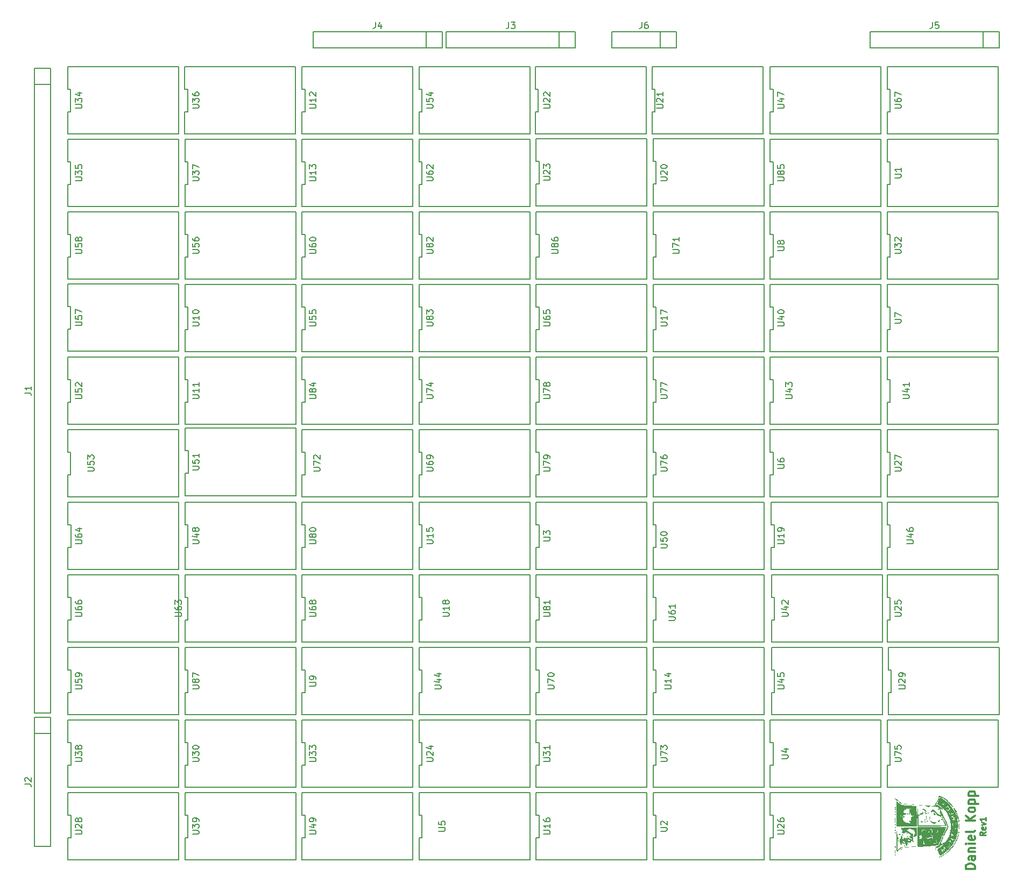
<source format=gbr>
G04 #@! TF.GenerationSoftware,KiCad,Pcbnew,(5.0.0)*
G04 #@! TF.CreationDate,2018-09-23T08:44:06-04:00*
G04 #@! TF.ProjectId,Multiplexer,4D756C7469706C657865722E6B696361,rev?*
G04 #@! TF.SameCoordinates,Original*
G04 #@! TF.FileFunction,Legend,Top*
G04 #@! TF.FilePolarity,Positive*
%FSLAX46Y46*%
G04 Gerber Fmt 4.6, Leading zero omitted, Abs format (unit mm)*
G04 Created by KiCad (PCBNEW (5.0.0)) date 09/23/18 08:44:06*
%MOMM*%
%LPD*%
G01*
G04 APERTURE LIST*
%ADD10C,0.225000*%
%ADD11C,0.300000*%
%ADD12C,0.150000*%
%ADD13C,0.010000*%
G04 APERTURE END LIST*
D10*
X187097142Y-157723571D02*
X186668571Y-158023571D01*
X187097142Y-158237857D02*
X186197142Y-158237857D01*
X186197142Y-157895000D01*
X186240000Y-157809285D01*
X186282857Y-157766428D01*
X186368571Y-157723571D01*
X186497142Y-157723571D01*
X186582857Y-157766428D01*
X186625714Y-157809285D01*
X186668571Y-157895000D01*
X186668571Y-158237857D01*
X187054285Y-156995000D02*
X187097142Y-157080714D01*
X187097142Y-157252142D01*
X187054285Y-157337857D01*
X186968571Y-157380714D01*
X186625714Y-157380714D01*
X186540000Y-157337857D01*
X186497142Y-157252142D01*
X186497142Y-157080714D01*
X186540000Y-156995000D01*
X186625714Y-156952142D01*
X186711428Y-156952142D01*
X186797142Y-157380714D01*
X186497142Y-156652142D02*
X187097142Y-156437857D01*
X186497142Y-156223571D01*
X187097142Y-155409285D02*
X187097142Y-155923571D01*
X187097142Y-155666428D02*
X186197142Y-155666428D01*
X186325714Y-155752142D01*
X186411428Y-155837857D01*
X186454285Y-155923571D01*
D11*
X185463571Y-163546666D02*
X183963571Y-163546666D01*
X183963571Y-163213333D01*
X184035000Y-163013333D01*
X184177857Y-162880000D01*
X184320714Y-162813333D01*
X184606428Y-162746666D01*
X184820714Y-162746666D01*
X185106428Y-162813333D01*
X185249285Y-162880000D01*
X185392142Y-163013333D01*
X185463571Y-163213333D01*
X185463571Y-163546666D01*
X185463571Y-161546666D02*
X184677857Y-161546666D01*
X184535000Y-161613333D01*
X184463571Y-161746666D01*
X184463571Y-162013333D01*
X184535000Y-162146666D01*
X185392142Y-161546666D02*
X185463571Y-161680000D01*
X185463571Y-162013333D01*
X185392142Y-162146666D01*
X185249285Y-162213333D01*
X185106428Y-162213333D01*
X184963571Y-162146666D01*
X184892142Y-162013333D01*
X184892142Y-161680000D01*
X184820714Y-161546666D01*
X184463571Y-160880000D02*
X185463571Y-160880000D01*
X184606428Y-160880000D02*
X184535000Y-160813333D01*
X184463571Y-160680000D01*
X184463571Y-160480000D01*
X184535000Y-160346666D01*
X184677857Y-160280000D01*
X185463571Y-160280000D01*
X185463571Y-159613333D02*
X184463571Y-159613333D01*
X183963571Y-159613333D02*
X184035000Y-159680000D01*
X184106428Y-159613333D01*
X184035000Y-159546666D01*
X183963571Y-159613333D01*
X184106428Y-159613333D01*
X185392142Y-158413333D02*
X185463571Y-158546666D01*
X185463571Y-158813333D01*
X185392142Y-158946666D01*
X185249285Y-159013333D01*
X184677857Y-159013333D01*
X184535000Y-158946666D01*
X184463571Y-158813333D01*
X184463571Y-158546666D01*
X184535000Y-158413333D01*
X184677857Y-158346666D01*
X184820714Y-158346666D01*
X184963571Y-159013333D01*
X185463571Y-157546666D02*
X185392142Y-157680000D01*
X185249285Y-157746666D01*
X183963571Y-157746666D01*
X185463571Y-155946666D02*
X183963571Y-155946666D01*
X185463571Y-155146666D02*
X184606428Y-155746666D01*
X183963571Y-155146666D02*
X184820714Y-155946666D01*
X185463571Y-154346666D02*
X185392142Y-154480000D01*
X185320714Y-154546666D01*
X185177857Y-154613333D01*
X184749285Y-154613333D01*
X184606428Y-154546666D01*
X184535000Y-154480000D01*
X184463571Y-154346666D01*
X184463571Y-154146666D01*
X184535000Y-154013333D01*
X184606428Y-153946666D01*
X184749285Y-153880000D01*
X185177857Y-153880000D01*
X185320714Y-153946666D01*
X185392142Y-154013333D01*
X185463571Y-154146666D01*
X185463571Y-154346666D01*
X184463571Y-153280000D02*
X185963571Y-153280000D01*
X184535000Y-153280000D02*
X184463571Y-153146666D01*
X184463571Y-152880000D01*
X184535000Y-152746666D01*
X184606428Y-152680000D01*
X184749285Y-152613333D01*
X185177857Y-152613333D01*
X185320714Y-152680000D01*
X185392142Y-152746666D01*
X185463571Y-152880000D01*
X185463571Y-153146666D01*
X185392142Y-153280000D01*
X184463571Y-152013333D02*
X185963571Y-152013333D01*
X184535000Y-152013333D02*
X184463571Y-151880000D01*
X184463571Y-151613333D01*
X184535000Y-151480000D01*
X184606428Y-151413333D01*
X184749285Y-151346666D01*
X185177857Y-151346666D01*
X185320714Y-151413333D01*
X185392142Y-151480000D01*
X185463571Y-151613333D01*
X185463571Y-151880000D01*
X185392142Y-152013333D01*
D12*
G04 #@! TO.C,J1*
X39985000Y-37485000D02*
X39985000Y-139045000D01*
X39985000Y-139045000D02*
X37485000Y-139045000D01*
X37485000Y-139045000D02*
X37485000Y-37485000D01*
X37485000Y-37485000D02*
X39985000Y-37485000D01*
X39985000Y-40005000D02*
X37485000Y-40005000D01*
G04 #@! TO.C,J2*
X39985000Y-139720000D02*
X39985000Y-160000000D01*
X39985000Y-160000000D02*
X37485000Y-160000000D01*
X37485000Y-160000000D02*
X37485000Y-139720000D01*
X37485000Y-139720000D02*
X39985000Y-139720000D01*
X39985000Y-142240000D02*
X37485000Y-142240000D01*
G04 #@! TO.C,J3*
X120015000Y-34270000D02*
X120015000Y-31770000D01*
X122535000Y-31770000D02*
X122535000Y-34270000D01*
X102255000Y-31770000D02*
X122535000Y-31770000D01*
X102255000Y-34270000D02*
X102255000Y-31770000D01*
X122535000Y-34270000D02*
X102255000Y-34270000D01*
G04 #@! TO.C,J4*
X101580000Y-34270000D02*
X81300000Y-34270000D01*
X81300000Y-34270000D02*
X81300000Y-31770000D01*
X81300000Y-31770000D02*
X101580000Y-31770000D01*
X101580000Y-31770000D02*
X101580000Y-34270000D01*
X99060000Y-34270000D02*
X99060000Y-31770000D01*
G04 #@! TO.C,J5*
X186690000Y-34270000D02*
X186690000Y-31770000D01*
X189210000Y-31770000D02*
X189210000Y-34270000D01*
X168930000Y-31770000D02*
X189210000Y-31770000D01*
X168930000Y-34270000D02*
X168930000Y-31770000D01*
X189210000Y-34270000D02*
X168930000Y-34270000D01*
G04 #@! TO.C,J6*
X138410000Y-34270000D02*
X128290000Y-34270000D01*
X128290000Y-34270000D02*
X128290000Y-31770000D01*
X128290000Y-31770000D02*
X138410000Y-31770000D01*
X138410000Y-31770000D02*
X138410000Y-34270000D01*
X135890000Y-34270000D02*
X135890000Y-31770000D01*
G04 #@! TO.C,U1*
X171620000Y-59284999D02*
X189060000Y-59285000D01*
X189060000Y-59285000D02*
X189060000Y-48665001D01*
X189060000Y-48665001D02*
X171620000Y-48665000D01*
X171620000Y-48665000D02*
X171620000Y-52205000D01*
X171620000Y-52205000D02*
X172070000Y-52205000D01*
X172070000Y-52205000D02*
X172070000Y-55744999D01*
X172070000Y-55744999D02*
X171620000Y-55744999D01*
X171620000Y-55744999D02*
X171620000Y-59284999D01*
G04 #@! TO.C,U2*
X134790000Y-158614999D02*
X134790000Y-162154999D01*
X135240000Y-158614999D02*
X134790000Y-158614999D01*
X135240000Y-155075000D02*
X135240000Y-158614999D01*
X134790000Y-155075000D02*
X135240000Y-155075000D01*
X134790000Y-151535000D02*
X134790000Y-155075000D01*
X152230000Y-151535001D02*
X134790000Y-151535000D01*
X152230000Y-162155000D02*
X152230000Y-151535001D01*
X134790000Y-162154999D02*
X152230000Y-162155000D01*
G04 #@! TO.C,U3*
X116375000Y-116434999D02*
X133815000Y-116435000D01*
X133815000Y-116435000D02*
X133815000Y-105815001D01*
X133815000Y-105815001D02*
X116375000Y-105815000D01*
X116375000Y-105815000D02*
X116375000Y-109355000D01*
X116375000Y-109355000D02*
X116825000Y-109355000D01*
X116825000Y-109355000D02*
X116825000Y-112894999D01*
X116825000Y-112894999D02*
X116375000Y-112894999D01*
X116375000Y-112894999D02*
X116375000Y-116434999D01*
G04 #@! TO.C,U4*
X153205000Y-147184999D02*
X153205000Y-150724999D01*
X153655000Y-147184999D02*
X153205000Y-147184999D01*
X153655000Y-143645000D02*
X153655000Y-147184999D01*
X153205000Y-143645000D02*
X153655000Y-143645000D01*
X153205000Y-140105000D02*
X153205000Y-143645000D01*
X170645000Y-140105001D02*
X153205000Y-140105000D01*
X170645000Y-150725000D02*
X170645000Y-140105001D01*
X153205000Y-150724999D02*
X170645000Y-150725000D01*
G04 #@! TO.C,U5*
X97960000Y-162154999D02*
X115400000Y-162155000D01*
X115400000Y-162155000D02*
X115400000Y-151535001D01*
X115400000Y-151535001D02*
X97960000Y-151535000D01*
X97960000Y-151535000D02*
X97960000Y-155075000D01*
X97960000Y-155075000D02*
X98410000Y-155075000D01*
X98410000Y-155075000D02*
X98410000Y-158614999D01*
X98410000Y-158614999D02*
X97960000Y-158614999D01*
X97960000Y-158614999D02*
X97960000Y-162154999D01*
G04 #@! TO.C,U6*
X153205000Y-101464999D02*
X153205000Y-105004999D01*
X153655000Y-101464999D02*
X153205000Y-101464999D01*
X153655000Y-97925000D02*
X153655000Y-101464999D01*
X153205000Y-97925000D02*
X153655000Y-97925000D01*
X153205000Y-94385000D02*
X153205000Y-97925000D01*
X170645000Y-94385001D02*
X153205000Y-94385000D01*
X170645000Y-105005000D02*
X170645000Y-94385001D01*
X153205000Y-105004999D02*
X170645000Y-105005000D01*
G04 #@! TO.C,U7*
X171620000Y-82144999D02*
X189060000Y-82145000D01*
X189060000Y-82145000D02*
X189060000Y-71525001D01*
X189060000Y-71525001D02*
X171620000Y-71525000D01*
X171620000Y-71525000D02*
X171620000Y-75065000D01*
X171620000Y-75065000D02*
X172070000Y-75065000D01*
X172070000Y-75065000D02*
X172070000Y-78604999D01*
X172070000Y-78604999D02*
X171620000Y-78604999D01*
X171620000Y-78604999D02*
X171620000Y-82144999D01*
G04 #@! TO.C,U8*
X153205000Y-67174999D02*
X153205000Y-70714999D01*
X153655000Y-67174999D02*
X153205000Y-67174999D01*
X153655000Y-63635000D02*
X153655000Y-67174999D01*
X153205000Y-63635000D02*
X153655000Y-63635000D01*
X153205000Y-60095000D02*
X153205000Y-63635000D01*
X170645000Y-60095001D02*
X153205000Y-60095000D01*
X170645000Y-70715000D02*
X170645000Y-60095001D01*
X153205000Y-70714999D02*
X170645000Y-70715000D01*
G04 #@! TO.C,U9*
X79545000Y-139294999D02*
X96985000Y-139295000D01*
X96985000Y-139295000D02*
X96985000Y-128675001D01*
X96985000Y-128675001D02*
X79545000Y-128675000D01*
X79545000Y-128675000D02*
X79545000Y-132215000D01*
X79545000Y-132215000D02*
X79995000Y-132215000D01*
X79995000Y-132215000D02*
X79995000Y-135754999D01*
X79995000Y-135754999D02*
X79545000Y-135754999D01*
X79545000Y-135754999D02*
X79545000Y-139294999D01*
G04 #@! TO.C,U10*
X61130000Y-78604999D02*
X61130000Y-82144999D01*
X61580000Y-78604999D02*
X61130000Y-78604999D01*
X61580000Y-75065000D02*
X61580000Y-78604999D01*
X61130000Y-75065000D02*
X61580000Y-75065000D01*
X61130000Y-71525000D02*
X61130000Y-75065000D01*
X78570000Y-71525001D02*
X61130000Y-71525000D01*
X78570000Y-82145000D02*
X78570000Y-71525001D01*
X61130000Y-82144999D02*
X78570000Y-82145000D01*
G04 #@! TO.C,U11*
X61130000Y-93574999D02*
X78570000Y-93575000D01*
X78570000Y-93575000D02*
X78570000Y-82955001D01*
X78570000Y-82955001D02*
X61130000Y-82955000D01*
X61130000Y-82955000D02*
X61130000Y-86495000D01*
X61130000Y-86495000D02*
X61580000Y-86495000D01*
X61580000Y-86495000D02*
X61580000Y-90034999D01*
X61580000Y-90034999D02*
X61130000Y-90034999D01*
X61130000Y-90034999D02*
X61130000Y-93574999D01*
G04 #@! TO.C,U12*
X79545000Y-44314999D02*
X79545000Y-47854999D01*
X79995000Y-44314999D02*
X79545000Y-44314999D01*
X79995000Y-40775000D02*
X79995000Y-44314999D01*
X79545000Y-40775000D02*
X79995000Y-40775000D01*
X79545000Y-37235000D02*
X79545000Y-40775000D01*
X96985000Y-37235001D02*
X79545000Y-37235000D01*
X96985000Y-47855000D02*
X96985000Y-37235001D01*
X79545000Y-47854999D02*
X96985000Y-47855000D01*
G04 #@! TO.C,U13*
X79545000Y-55744999D02*
X79545000Y-59284999D01*
X79995000Y-55744999D02*
X79545000Y-55744999D01*
X79995000Y-52205000D02*
X79995000Y-55744999D01*
X79545000Y-52205000D02*
X79995000Y-52205000D01*
X79545000Y-48665000D02*
X79545000Y-52205000D01*
X96985000Y-48665001D02*
X79545000Y-48665000D01*
X96985000Y-59285000D02*
X96985000Y-48665001D01*
X79545000Y-59284999D02*
X96985000Y-59285000D01*
G04 #@! TO.C,U14*
X134790000Y-135754999D02*
X134790000Y-139294999D01*
X135240000Y-135754999D02*
X134790000Y-135754999D01*
X135240000Y-132215000D02*
X135240000Y-135754999D01*
X134790000Y-132215000D02*
X135240000Y-132215000D01*
X134790000Y-128675000D02*
X134790000Y-132215000D01*
X152230000Y-128675001D02*
X134790000Y-128675000D01*
X152230000Y-139295000D02*
X152230000Y-128675001D01*
X134790000Y-139294999D02*
X152230000Y-139295000D01*
G04 #@! TO.C,U15*
X97960000Y-116434999D02*
X115400000Y-116435000D01*
X115400000Y-116435000D02*
X115400000Y-105815001D01*
X115400000Y-105815001D02*
X97960000Y-105815000D01*
X97960000Y-105815000D02*
X97960000Y-109355000D01*
X97960000Y-109355000D02*
X98410000Y-109355000D01*
X98410000Y-109355000D02*
X98410000Y-112894999D01*
X98410000Y-112894999D02*
X97960000Y-112894999D01*
X97960000Y-112894999D02*
X97960000Y-116434999D01*
G04 #@! TO.C,U16*
X116375000Y-158614999D02*
X116375000Y-162154999D01*
X116825000Y-158614999D02*
X116375000Y-158614999D01*
X116825000Y-155075000D02*
X116825000Y-158614999D01*
X116375000Y-155075000D02*
X116825000Y-155075000D01*
X116375000Y-151535000D02*
X116375000Y-155075000D01*
X133815000Y-151535001D02*
X116375000Y-151535000D01*
X133815000Y-162155000D02*
X133815000Y-151535001D01*
X116375000Y-162154999D02*
X133815000Y-162155000D01*
G04 #@! TO.C,U17*
X134790000Y-82144999D02*
X152230000Y-82145000D01*
X152230000Y-82145000D02*
X152230000Y-71525001D01*
X152230000Y-71525001D02*
X134790000Y-71525000D01*
X134790000Y-71525000D02*
X134790000Y-75065000D01*
X134790000Y-75065000D02*
X135240000Y-75065000D01*
X135240000Y-75065000D02*
X135240000Y-78604999D01*
X135240000Y-78604999D02*
X134790000Y-78604999D01*
X134790000Y-78604999D02*
X134790000Y-82144999D01*
G04 #@! TO.C,U18*
X97960000Y-124324999D02*
X97960000Y-127864999D01*
X98410000Y-124324999D02*
X97960000Y-124324999D01*
X98410000Y-120785000D02*
X98410000Y-124324999D01*
X97960000Y-120785000D02*
X98410000Y-120785000D01*
X97960000Y-117245000D02*
X97960000Y-120785000D01*
X115400000Y-117245001D02*
X97960000Y-117245000D01*
X115400000Y-127865000D02*
X115400000Y-117245001D01*
X97960000Y-127864999D02*
X115400000Y-127865000D01*
G04 #@! TO.C,U19*
X153385000Y-116434999D02*
X170825000Y-116435000D01*
X170825000Y-116435000D02*
X170825000Y-105815001D01*
X170825000Y-105815001D02*
X153385000Y-105815000D01*
X153385000Y-105815000D02*
X153385000Y-109355000D01*
X153385000Y-109355000D02*
X153835000Y-109355000D01*
X153835000Y-109355000D02*
X153835000Y-112894999D01*
X153835000Y-112894999D02*
X153385000Y-112894999D01*
X153385000Y-112894999D02*
X153385000Y-116434999D01*
G04 #@! TO.C,U20*
X134790000Y-59199999D02*
X152230000Y-59200000D01*
X152230000Y-59200000D02*
X152230000Y-48580001D01*
X152230000Y-48580001D02*
X134790000Y-48580000D01*
X134790000Y-48580000D02*
X134790000Y-52120000D01*
X134790000Y-52120000D02*
X135240000Y-52120000D01*
X135240000Y-52120000D02*
X135240000Y-55659999D01*
X135240000Y-55659999D02*
X134790000Y-55659999D01*
X134790000Y-55659999D02*
X134790000Y-59199999D01*
G04 #@! TO.C,U21*
X134625000Y-44314999D02*
X134625000Y-47854999D01*
X135075000Y-44314999D02*
X134625000Y-44314999D01*
X135075000Y-40775000D02*
X135075000Y-44314999D01*
X134625000Y-40775000D02*
X135075000Y-40775000D01*
X134625000Y-37235000D02*
X134625000Y-40775000D01*
X152065000Y-37235001D02*
X134625000Y-37235000D01*
X152065000Y-47855000D02*
X152065000Y-37235001D01*
X134625000Y-47854999D02*
X152065000Y-47855000D01*
G04 #@! TO.C,U22*
X116240000Y-47854999D02*
X133680000Y-47855000D01*
X133680000Y-47855000D02*
X133680000Y-37235001D01*
X133680000Y-37235001D02*
X116240000Y-37235000D01*
X116240000Y-37235000D02*
X116240000Y-40775000D01*
X116240000Y-40775000D02*
X116690000Y-40775000D01*
X116690000Y-40775000D02*
X116690000Y-44314999D01*
X116690000Y-44314999D02*
X116240000Y-44314999D01*
X116240000Y-44314999D02*
X116240000Y-47854999D01*
G04 #@! TO.C,U23*
X116375000Y-59199999D02*
X133815000Y-59200000D01*
X133815000Y-59200000D02*
X133815000Y-48580001D01*
X133815000Y-48580001D02*
X116375000Y-48580000D01*
X116375000Y-48580000D02*
X116375000Y-52120000D01*
X116375000Y-52120000D02*
X116825000Y-52120000D01*
X116825000Y-52120000D02*
X116825000Y-55659999D01*
X116825000Y-55659999D02*
X116375000Y-55659999D01*
X116375000Y-55659999D02*
X116375000Y-59199999D01*
G04 #@! TO.C,U24*
X97960000Y-147184999D02*
X97960000Y-150724999D01*
X98410000Y-147184999D02*
X97960000Y-147184999D01*
X98410000Y-143645000D02*
X98410000Y-147184999D01*
X97960000Y-143645000D02*
X98410000Y-143645000D01*
X97960000Y-140105000D02*
X97960000Y-143645000D01*
X115400000Y-140105001D02*
X97960000Y-140105000D01*
X115400000Y-150725000D02*
X115400000Y-140105001D01*
X97960000Y-150724999D02*
X115400000Y-150725000D01*
G04 #@! TO.C,U25*
X171620000Y-127864999D02*
X189060000Y-127865000D01*
X189060000Y-127865000D02*
X189060000Y-117245001D01*
X189060000Y-117245001D02*
X171620000Y-117245000D01*
X171620000Y-117245000D02*
X171620000Y-120785000D01*
X171620000Y-120785000D02*
X172070000Y-120785000D01*
X172070000Y-120785000D02*
X172070000Y-124324999D01*
X172070000Y-124324999D02*
X171620000Y-124324999D01*
X171620000Y-124324999D02*
X171620000Y-127864999D01*
G04 #@! TO.C,U26*
X153205000Y-158614999D02*
X153205000Y-162154999D01*
X153655000Y-158614999D02*
X153205000Y-158614999D01*
X153655000Y-155075000D02*
X153655000Y-158614999D01*
X153205000Y-155075000D02*
X153655000Y-155075000D01*
X153205000Y-151535000D02*
X153205000Y-155075000D01*
X170645000Y-151535001D02*
X153205000Y-151535000D01*
X170645000Y-162155000D02*
X170645000Y-151535001D01*
X153205000Y-162154999D02*
X170645000Y-162155000D01*
G04 #@! TO.C,U27*
X171620000Y-105004999D02*
X189060000Y-105005000D01*
X189060000Y-105005000D02*
X189060000Y-94385001D01*
X189060000Y-94385001D02*
X171620000Y-94385000D01*
X171620000Y-94385000D02*
X171620000Y-97925000D01*
X171620000Y-97925000D02*
X172070000Y-97925000D01*
X172070000Y-97925000D02*
X172070000Y-101464999D01*
X172070000Y-101464999D02*
X171620000Y-101464999D01*
X171620000Y-101464999D02*
X171620000Y-105004999D01*
G04 #@! TO.C,U28*
X42715000Y-158614999D02*
X42715000Y-162154999D01*
X43165000Y-158614999D02*
X42715000Y-158614999D01*
X43165000Y-155075000D02*
X43165000Y-158614999D01*
X42715000Y-155075000D02*
X43165000Y-155075000D01*
X42715000Y-151535000D02*
X42715000Y-155075000D01*
X60155000Y-151535001D02*
X42715000Y-151535000D01*
X60155000Y-162155000D02*
X60155000Y-151535001D01*
X42715000Y-162154999D02*
X60155000Y-162155000D01*
G04 #@! TO.C,U29*
X171800000Y-139294999D02*
X189240000Y-139295000D01*
X189240000Y-139295000D02*
X189240000Y-128675001D01*
X189240000Y-128675001D02*
X171800000Y-128675000D01*
X171800000Y-128675000D02*
X171800000Y-132215000D01*
X171800000Y-132215000D02*
X172250000Y-132215000D01*
X172250000Y-132215000D02*
X172250000Y-135754999D01*
X172250000Y-135754999D02*
X171800000Y-135754999D01*
X171800000Y-135754999D02*
X171800000Y-139294999D01*
G04 #@! TO.C,U30*
X61130000Y-147184999D02*
X61130000Y-150724999D01*
X61580000Y-147184999D02*
X61130000Y-147184999D01*
X61580000Y-143645000D02*
X61580000Y-147184999D01*
X61130000Y-143645000D02*
X61580000Y-143645000D01*
X61130000Y-140105000D02*
X61130000Y-143645000D01*
X78570000Y-140105001D02*
X61130000Y-140105000D01*
X78570000Y-150725000D02*
X78570000Y-140105001D01*
X61130000Y-150724999D02*
X78570000Y-150725000D01*
G04 #@! TO.C,U31*
X116375000Y-150724999D02*
X133815000Y-150725000D01*
X133815000Y-150725000D02*
X133815000Y-140105001D01*
X133815000Y-140105001D02*
X116375000Y-140105000D01*
X116375000Y-140105000D02*
X116375000Y-143645000D01*
X116375000Y-143645000D02*
X116825000Y-143645000D01*
X116825000Y-143645000D02*
X116825000Y-147184999D01*
X116825000Y-147184999D02*
X116375000Y-147184999D01*
X116375000Y-147184999D02*
X116375000Y-150724999D01*
G04 #@! TO.C,U32*
X171620000Y-67174999D02*
X171620000Y-70714999D01*
X172070000Y-67174999D02*
X171620000Y-67174999D01*
X172070000Y-63635000D02*
X172070000Y-67174999D01*
X171620000Y-63635000D02*
X172070000Y-63635000D01*
X171620000Y-60095000D02*
X171620000Y-63635000D01*
X189060000Y-60095001D02*
X171620000Y-60095000D01*
X189060000Y-70715000D02*
X189060000Y-60095001D01*
X171620000Y-70714999D02*
X189060000Y-70715000D01*
G04 #@! TO.C,U33*
X79545000Y-147184999D02*
X79545000Y-150724999D01*
X79995000Y-147184999D02*
X79545000Y-147184999D01*
X79995000Y-143645000D02*
X79995000Y-147184999D01*
X79545000Y-143645000D02*
X79995000Y-143645000D01*
X79545000Y-140105000D02*
X79545000Y-143645000D01*
X96985000Y-140105001D02*
X79545000Y-140105000D01*
X96985000Y-150725000D02*
X96985000Y-140105001D01*
X79545000Y-150724999D02*
X96985000Y-150725000D01*
G04 #@! TO.C,U34*
X42700000Y-44314999D02*
X42700000Y-47854999D01*
X43150000Y-44314999D02*
X42700000Y-44314999D01*
X43150000Y-40775000D02*
X43150000Y-44314999D01*
X42700000Y-40775000D02*
X43150000Y-40775000D01*
X42700000Y-37235000D02*
X42700000Y-40775000D01*
X60140000Y-37235001D02*
X42700000Y-37235000D01*
X60140000Y-47855000D02*
X60140000Y-37235001D01*
X42700000Y-47854999D02*
X60140000Y-47855000D01*
G04 #@! TO.C,U35*
X42700000Y-59284999D02*
X60140000Y-59285000D01*
X60140000Y-59285000D02*
X60140000Y-48665001D01*
X60140000Y-48665001D02*
X42700000Y-48665000D01*
X42700000Y-48665000D02*
X42700000Y-52205000D01*
X42700000Y-52205000D02*
X43150000Y-52205000D01*
X43150000Y-52205000D02*
X43150000Y-55744999D01*
X43150000Y-55744999D02*
X42700000Y-55744999D01*
X42700000Y-55744999D02*
X42700000Y-59284999D01*
G04 #@! TO.C,U36*
X61085000Y-47854999D02*
X78525000Y-47855000D01*
X78525000Y-47855000D02*
X78525000Y-37235001D01*
X78525000Y-37235001D02*
X61085000Y-37235000D01*
X61085000Y-37235000D02*
X61085000Y-40775000D01*
X61085000Y-40775000D02*
X61535000Y-40775000D01*
X61535000Y-40775000D02*
X61535000Y-44314999D01*
X61535000Y-44314999D02*
X61085000Y-44314999D01*
X61085000Y-44314999D02*
X61085000Y-47854999D01*
G04 #@! TO.C,U37*
X61130000Y-55744999D02*
X61130000Y-59284999D01*
X61580000Y-55744999D02*
X61130000Y-55744999D01*
X61580000Y-52205000D02*
X61580000Y-55744999D01*
X61130000Y-52205000D02*
X61580000Y-52205000D01*
X61130000Y-48665000D02*
X61130000Y-52205000D01*
X78570000Y-48665001D02*
X61130000Y-48665000D01*
X78570000Y-59285000D02*
X78570000Y-48665001D01*
X61130000Y-59284999D02*
X78570000Y-59285000D01*
G04 #@! TO.C,U38*
X42715000Y-147184999D02*
X42715000Y-150724999D01*
X43165000Y-147184999D02*
X42715000Y-147184999D01*
X43165000Y-143645000D02*
X43165000Y-147184999D01*
X42715000Y-143645000D02*
X43165000Y-143645000D01*
X42715000Y-140105000D02*
X42715000Y-143645000D01*
X60155000Y-140105001D02*
X42715000Y-140105000D01*
X60155000Y-150725000D02*
X60155000Y-140105001D01*
X42715000Y-150724999D02*
X60155000Y-150725000D01*
G04 #@! TO.C,U39*
X61130000Y-162154999D02*
X78570000Y-162155000D01*
X78570000Y-162155000D02*
X78570000Y-151535001D01*
X78570000Y-151535001D02*
X61130000Y-151535000D01*
X61130000Y-151535000D02*
X61130000Y-155075000D01*
X61130000Y-155075000D02*
X61580000Y-155075000D01*
X61580000Y-155075000D02*
X61580000Y-158614999D01*
X61580000Y-158614999D02*
X61130000Y-158614999D01*
X61130000Y-158614999D02*
X61130000Y-162154999D01*
G04 #@! TO.C,U40*
X153205000Y-78604999D02*
X153205000Y-82144999D01*
X153655000Y-78604999D02*
X153205000Y-78604999D01*
X153655000Y-75065000D02*
X153655000Y-78604999D01*
X153205000Y-75065000D02*
X153655000Y-75065000D01*
X153205000Y-71525000D02*
X153205000Y-75065000D01*
X170645000Y-71525001D02*
X153205000Y-71525000D01*
X170645000Y-82145000D02*
X170645000Y-71525001D01*
X153205000Y-82144999D02*
X170645000Y-82145000D01*
G04 #@! TO.C,U41*
X171620000Y-93574999D02*
X189060000Y-93575000D01*
X189060000Y-93575000D02*
X189060000Y-82955001D01*
X189060000Y-82955001D02*
X171620000Y-82955000D01*
X171620000Y-82955000D02*
X171620000Y-86495000D01*
X171620000Y-86495000D02*
X172070000Y-86495000D01*
X172070000Y-86495000D02*
X172070000Y-90034999D01*
X172070000Y-90034999D02*
X171620000Y-90034999D01*
X171620000Y-90034999D02*
X171620000Y-93574999D01*
G04 #@! TO.C,U42*
X153440000Y-124324999D02*
X153440000Y-127864999D01*
X153890000Y-124324999D02*
X153440000Y-124324999D01*
X153890000Y-120785000D02*
X153890000Y-124324999D01*
X153440000Y-120785000D02*
X153890000Y-120785000D01*
X153440000Y-117245000D02*
X153440000Y-120785000D01*
X170880000Y-117245001D02*
X153440000Y-117245000D01*
X170880000Y-127865000D02*
X170880000Y-117245001D01*
X153440000Y-127864999D02*
X170880000Y-127865000D01*
G04 #@! TO.C,U43*
X153205000Y-93574999D02*
X170645000Y-93575000D01*
X170645000Y-93575000D02*
X170645000Y-82955001D01*
X170645000Y-82955001D02*
X153205000Y-82955000D01*
X153205000Y-82955000D02*
X153205000Y-86495000D01*
X153205000Y-86495000D02*
X153655000Y-86495000D01*
X153655000Y-86495000D02*
X153655000Y-90034999D01*
X153655000Y-90034999D02*
X153205000Y-90034999D01*
X153205000Y-90034999D02*
X153205000Y-93574999D01*
G04 #@! TO.C,U44*
X97960000Y-139294999D02*
X115400000Y-139295000D01*
X115400000Y-139295000D02*
X115400000Y-128675001D01*
X115400000Y-128675001D02*
X97960000Y-128675000D01*
X97960000Y-128675000D02*
X97960000Y-132215000D01*
X97960000Y-132215000D02*
X98410000Y-132215000D01*
X98410000Y-132215000D02*
X98410000Y-135754999D01*
X98410000Y-135754999D02*
X97960000Y-135754999D01*
X97960000Y-135754999D02*
X97960000Y-139294999D01*
G04 #@! TO.C,U45*
X153440000Y-139294999D02*
X170880000Y-139295000D01*
X170880000Y-139295000D02*
X170880000Y-128675001D01*
X170880000Y-128675001D02*
X153440000Y-128675000D01*
X153440000Y-128675000D02*
X153440000Y-132215000D01*
X153440000Y-132215000D02*
X153890000Y-132215000D01*
X153890000Y-132215000D02*
X153890000Y-135754999D01*
X153890000Y-135754999D02*
X153440000Y-135754999D01*
X153440000Y-135754999D02*
X153440000Y-139294999D01*
G04 #@! TO.C,U46*
X171620000Y-116434999D02*
X189060000Y-116435000D01*
X189060000Y-116435000D02*
X189060000Y-105815001D01*
X189060000Y-105815001D02*
X171620000Y-105815000D01*
X171620000Y-105815000D02*
X171620000Y-109355000D01*
X171620000Y-109355000D02*
X172070000Y-109355000D01*
X172070000Y-109355000D02*
X172070000Y-112894999D01*
X172070000Y-112894999D02*
X171620000Y-112894999D01*
X171620000Y-112894999D02*
X171620000Y-116434999D01*
G04 #@! TO.C,U47*
X153205000Y-44314999D02*
X153205000Y-47854999D01*
X153655000Y-44314999D02*
X153205000Y-44314999D01*
X153655000Y-40775000D02*
X153655000Y-44314999D01*
X153205000Y-40775000D02*
X153655000Y-40775000D01*
X153205000Y-37235000D02*
X153205000Y-40775000D01*
X170645000Y-37235001D02*
X153205000Y-37235000D01*
X170645000Y-47855000D02*
X170645000Y-37235001D01*
X153205000Y-47854999D02*
X170645000Y-47855000D01*
G04 #@! TO.C,U48*
X61130000Y-116434999D02*
X78570000Y-116435000D01*
X78570000Y-116435000D02*
X78570000Y-105815001D01*
X78570000Y-105815001D02*
X61130000Y-105815000D01*
X61130000Y-105815000D02*
X61130000Y-109355000D01*
X61130000Y-109355000D02*
X61580000Y-109355000D01*
X61580000Y-109355000D02*
X61580000Y-112894999D01*
X61580000Y-112894999D02*
X61130000Y-112894999D01*
X61130000Y-112894999D02*
X61130000Y-116434999D01*
G04 #@! TO.C,U49*
X79545000Y-158614999D02*
X79545000Y-162154999D01*
X79995000Y-158614999D02*
X79545000Y-158614999D01*
X79995000Y-155075000D02*
X79995000Y-158614999D01*
X79545000Y-155075000D02*
X79995000Y-155075000D01*
X79545000Y-151535000D02*
X79545000Y-155075000D01*
X96985000Y-151535001D02*
X79545000Y-151535000D01*
X96985000Y-162155000D02*
X96985000Y-151535001D01*
X79545000Y-162154999D02*
X96985000Y-162155000D01*
G04 #@! TO.C,U50*
X134790000Y-116434999D02*
X152230000Y-116435000D01*
X152230000Y-116435000D02*
X152230000Y-105815001D01*
X152230000Y-105815001D02*
X134790000Y-105815000D01*
X134790000Y-105815000D02*
X134790000Y-109355000D01*
X134790000Y-109355000D02*
X135240000Y-109355000D01*
X135240000Y-109355000D02*
X135240000Y-112894999D01*
X135240000Y-112894999D02*
X134790000Y-112894999D01*
X134790000Y-112894999D02*
X134790000Y-116434999D01*
G04 #@! TO.C,U51*
X61190000Y-101234999D02*
X61190000Y-104774999D01*
X61640000Y-101234999D02*
X61190000Y-101234999D01*
X61640000Y-97695000D02*
X61640000Y-101234999D01*
X61190000Y-97695000D02*
X61640000Y-97695000D01*
X61190000Y-94155000D02*
X61190000Y-97695000D01*
X78630000Y-94155001D02*
X61190000Y-94155000D01*
X78630000Y-104775000D02*
X78630000Y-94155001D01*
X61190000Y-104774999D02*
X78630000Y-104775000D01*
G04 #@! TO.C,U52*
X42700000Y-93574999D02*
X60140000Y-93575000D01*
X60140000Y-93575000D02*
X60140000Y-82955001D01*
X60140000Y-82955001D02*
X42700000Y-82955000D01*
X42700000Y-82955000D02*
X42700000Y-86495000D01*
X42700000Y-86495000D02*
X43150000Y-86495000D01*
X43150000Y-86495000D02*
X43150000Y-90034999D01*
X43150000Y-90034999D02*
X42700000Y-90034999D01*
X42700000Y-90034999D02*
X42700000Y-93574999D01*
G04 #@! TO.C,U53*
X42700000Y-101464999D02*
X42700000Y-105004999D01*
X43150000Y-101464999D02*
X42700000Y-101464999D01*
X43150000Y-97925000D02*
X43150000Y-101464999D01*
X42700000Y-97925000D02*
X43150000Y-97925000D01*
X42700000Y-94385000D02*
X42700000Y-97925000D01*
X60140000Y-94385001D02*
X42700000Y-94385000D01*
X60140000Y-105005000D02*
X60140000Y-94385001D01*
X42700000Y-105004999D02*
X60140000Y-105005000D01*
G04 #@! TO.C,U54*
X97960000Y-47854999D02*
X115400000Y-47855000D01*
X115400000Y-47855000D02*
X115400000Y-37235001D01*
X115400000Y-37235001D02*
X97960000Y-37235000D01*
X97960000Y-37235000D02*
X97960000Y-40775000D01*
X97960000Y-40775000D02*
X98410000Y-40775000D01*
X98410000Y-40775000D02*
X98410000Y-44314999D01*
X98410000Y-44314999D02*
X97960000Y-44314999D01*
X97960000Y-44314999D02*
X97960000Y-47854999D01*
G04 #@! TO.C,U55*
X79545000Y-78604999D02*
X79545000Y-82144999D01*
X79995000Y-78604999D02*
X79545000Y-78604999D01*
X79995000Y-75065000D02*
X79995000Y-78604999D01*
X79545000Y-75065000D02*
X79995000Y-75065000D01*
X79545000Y-71525000D02*
X79545000Y-75065000D01*
X96985000Y-71525001D02*
X79545000Y-71525000D01*
X96985000Y-82145000D02*
X96985000Y-71525001D01*
X79545000Y-82144999D02*
X96985000Y-82145000D01*
G04 #@! TO.C,U56*
X61130000Y-70714999D02*
X78570000Y-70715000D01*
X78570000Y-70715000D02*
X78570000Y-60095001D01*
X78570000Y-60095001D02*
X61130000Y-60095000D01*
X61130000Y-60095000D02*
X61130000Y-63635000D01*
X61130000Y-63635000D02*
X61580000Y-63635000D01*
X61580000Y-63635000D02*
X61580000Y-67174999D01*
X61580000Y-67174999D02*
X61130000Y-67174999D01*
X61130000Y-67174999D02*
X61130000Y-70714999D01*
G04 #@! TO.C,U57*
X42700000Y-78529999D02*
X42700000Y-82069999D01*
X43150000Y-78529999D02*
X42700000Y-78529999D01*
X43150000Y-74990000D02*
X43150000Y-78529999D01*
X42700000Y-74990000D02*
X43150000Y-74990000D01*
X42700000Y-71450000D02*
X42700000Y-74990000D01*
X60140000Y-71450001D02*
X42700000Y-71450000D01*
X60140000Y-82070000D02*
X60140000Y-71450001D01*
X42700000Y-82069999D02*
X60140000Y-82070000D01*
G04 #@! TO.C,U58*
X42700000Y-70714999D02*
X60140000Y-70715000D01*
X60140000Y-70715000D02*
X60140000Y-60095001D01*
X60140000Y-60095001D02*
X42700000Y-60095000D01*
X42700000Y-60095000D02*
X42700000Y-63635000D01*
X42700000Y-63635000D02*
X43150000Y-63635000D01*
X43150000Y-63635000D02*
X43150000Y-67174999D01*
X43150000Y-67174999D02*
X42700000Y-67174999D01*
X42700000Y-67174999D02*
X42700000Y-70714999D01*
G04 #@! TO.C,U59*
X42715000Y-139294999D02*
X60155000Y-139295000D01*
X60155000Y-139295000D02*
X60155000Y-128675001D01*
X60155000Y-128675001D02*
X42715000Y-128675000D01*
X42715000Y-128675000D02*
X42715000Y-132215000D01*
X42715000Y-132215000D02*
X43165000Y-132215000D01*
X43165000Y-132215000D02*
X43165000Y-135754999D01*
X43165000Y-135754999D02*
X42715000Y-135754999D01*
X42715000Y-135754999D02*
X42715000Y-139294999D01*
G04 #@! TO.C,U60*
X79545000Y-67174999D02*
X79545000Y-70714999D01*
X79995000Y-67174999D02*
X79545000Y-67174999D01*
X79995000Y-63635000D02*
X79995000Y-67174999D01*
X79545000Y-63635000D02*
X79995000Y-63635000D01*
X79545000Y-60095000D02*
X79545000Y-63635000D01*
X96985000Y-60095001D02*
X79545000Y-60095000D01*
X96985000Y-70715000D02*
X96985000Y-60095001D01*
X79545000Y-70714999D02*
X96985000Y-70715000D01*
G04 #@! TO.C,U61*
X134790000Y-127864999D02*
X152230000Y-127865000D01*
X152230000Y-127865000D02*
X152230000Y-117245001D01*
X152230000Y-117245001D02*
X134790000Y-117245000D01*
X134790000Y-117245000D02*
X134790000Y-120785000D01*
X134790000Y-120785000D02*
X135240000Y-120785000D01*
X135240000Y-120785000D02*
X135240000Y-124324999D01*
X135240000Y-124324999D02*
X134790000Y-124324999D01*
X134790000Y-124324999D02*
X134790000Y-127864999D01*
G04 #@! TO.C,U62*
X97960000Y-55744999D02*
X97960000Y-59284999D01*
X98410000Y-55744999D02*
X97960000Y-55744999D01*
X98410000Y-52205000D02*
X98410000Y-55744999D01*
X97960000Y-52205000D02*
X98410000Y-52205000D01*
X97960000Y-48665000D02*
X97960000Y-52205000D01*
X115400000Y-48665001D02*
X97960000Y-48665000D01*
X115400000Y-59285000D02*
X115400000Y-48665001D01*
X97960000Y-59284999D02*
X115400000Y-59285000D01*
G04 #@! TO.C,U63*
X61130000Y-127864999D02*
X78570000Y-127865000D01*
X78570000Y-127865000D02*
X78570000Y-117245001D01*
X78570000Y-117245001D02*
X61130000Y-117245000D01*
X61130000Y-117245000D02*
X61130000Y-120785000D01*
X61130000Y-120785000D02*
X61580000Y-120785000D01*
X61580000Y-120785000D02*
X61580000Y-124324999D01*
X61580000Y-124324999D02*
X61130000Y-124324999D01*
X61130000Y-124324999D02*
X61130000Y-127864999D01*
G04 #@! TO.C,U64*
X42715000Y-112894999D02*
X42715000Y-116434999D01*
X43165000Y-112894999D02*
X42715000Y-112894999D01*
X43165000Y-109355000D02*
X43165000Y-112894999D01*
X42715000Y-109355000D02*
X43165000Y-109355000D01*
X42715000Y-105815000D02*
X42715000Y-109355000D01*
X60155000Y-105815001D02*
X42715000Y-105815000D01*
X60155000Y-116435000D02*
X60155000Y-105815001D01*
X42715000Y-116434999D02*
X60155000Y-116435000D01*
G04 #@! TO.C,U65*
X116375000Y-78604999D02*
X116375000Y-82144999D01*
X116825000Y-78604999D02*
X116375000Y-78604999D01*
X116825000Y-75065000D02*
X116825000Y-78604999D01*
X116375000Y-75065000D02*
X116825000Y-75065000D01*
X116375000Y-71525000D02*
X116375000Y-75065000D01*
X133815000Y-71525001D02*
X116375000Y-71525000D01*
X133815000Y-82145000D02*
X133815000Y-71525001D01*
X116375000Y-82144999D02*
X133815000Y-82145000D01*
G04 #@! TO.C,U66*
X42715000Y-124324999D02*
X42715000Y-127864999D01*
X43165000Y-124324999D02*
X42715000Y-124324999D01*
X43165000Y-120785000D02*
X43165000Y-124324999D01*
X42715000Y-120785000D02*
X43165000Y-120785000D01*
X42715000Y-117245000D02*
X42715000Y-120785000D01*
X60155000Y-117245001D02*
X42715000Y-117245000D01*
X60155000Y-127865000D02*
X60155000Y-117245001D01*
X42715000Y-127864999D02*
X60155000Y-127865000D01*
G04 #@! TO.C,U67*
X171620000Y-47854999D02*
X189060000Y-47855000D01*
X189060000Y-47855000D02*
X189060000Y-37235001D01*
X189060000Y-37235001D02*
X171620000Y-37235000D01*
X171620000Y-37235000D02*
X171620000Y-40775000D01*
X171620000Y-40775000D02*
X172070000Y-40775000D01*
X172070000Y-40775000D02*
X172070000Y-44314999D01*
X172070000Y-44314999D02*
X171620000Y-44314999D01*
X171620000Y-44314999D02*
X171620000Y-47854999D01*
G04 #@! TO.C,U68*
X79545000Y-124324999D02*
X79545000Y-127864999D01*
X79995000Y-124324999D02*
X79545000Y-124324999D01*
X79995000Y-120785000D02*
X79995000Y-124324999D01*
X79545000Y-120785000D02*
X79995000Y-120785000D01*
X79545000Y-117245000D02*
X79545000Y-120785000D01*
X96985000Y-117245001D02*
X79545000Y-117245000D01*
X96985000Y-127865000D02*
X96985000Y-117245001D01*
X79545000Y-127864999D02*
X96985000Y-127865000D01*
G04 #@! TO.C,U69*
X97960000Y-105004999D02*
X115400000Y-105005000D01*
X115400000Y-105005000D02*
X115400000Y-94385001D01*
X115400000Y-94385001D02*
X97960000Y-94385000D01*
X97960000Y-94385000D02*
X97960000Y-97925000D01*
X97960000Y-97925000D02*
X98410000Y-97925000D01*
X98410000Y-97925000D02*
X98410000Y-101464999D01*
X98410000Y-101464999D02*
X97960000Y-101464999D01*
X97960000Y-101464999D02*
X97960000Y-105004999D01*
G04 #@! TO.C,U70*
X116375000Y-135754999D02*
X116375000Y-139294999D01*
X116825000Y-135754999D02*
X116375000Y-135754999D01*
X116825000Y-132215000D02*
X116825000Y-135754999D01*
X116375000Y-132215000D02*
X116825000Y-132215000D01*
X116375000Y-128675000D02*
X116375000Y-132215000D01*
X133815000Y-128675001D02*
X116375000Y-128675000D01*
X133815000Y-139295000D02*
X133815000Y-128675001D01*
X116375000Y-139294999D02*
X133815000Y-139295000D01*
G04 #@! TO.C,U71*
X134790000Y-70714999D02*
X152230000Y-70715000D01*
X152230000Y-70715000D02*
X152230000Y-60095001D01*
X152230000Y-60095001D02*
X134790000Y-60095000D01*
X134790000Y-60095000D02*
X134790000Y-63635000D01*
X134790000Y-63635000D02*
X135240000Y-63635000D01*
X135240000Y-63635000D02*
X135240000Y-67174999D01*
X135240000Y-67174999D02*
X134790000Y-67174999D01*
X134790000Y-67174999D02*
X134790000Y-70714999D01*
G04 #@! TO.C,U72*
X79545000Y-101464999D02*
X79545000Y-105004999D01*
X79995000Y-101464999D02*
X79545000Y-101464999D01*
X79995000Y-97925000D02*
X79995000Y-101464999D01*
X79545000Y-97925000D02*
X79995000Y-97925000D01*
X79545000Y-94385000D02*
X79545000Y-97925000D01*
X96985000Y-94385001D02*
X79545000Y-94385000D01*
X96985000Y-105005000D02*
X96985000Y-94385001D01*
X79545000Y-105004999D02*
X96985000Y-105005000D01*
G04 #@! TO.C,U73*
X134790000Y-150724999D02*
X152230000Y-150725000D01*
X152230000Y-150725000D02*
X152230000Y-140105001D01*
X152230000Y-140105001D02*
X134790000Y-140105000D01*
X134790000Y-140105000D02*
X134790000Y-143645000D01*
X134790000Y-143645000D02*
X135240000Y-143645000D01*
X135240000Y-143645000D02*
X135240000Y-147184999D01*
X135240000Y-147184999D02*
X134790000Y-147184999D01*
X134790000Y-147184999D02*
X134790000Y-150724999D01*
G04 #@! TO.C,U74*
X97960000Y-90034999D02*
X97960000Y-93574999D01*
X98410000Y-90034999D02*
X97960000Y-90034999D01*
X98410000Y-86495000D02*
X98410000Y-90034999D01*
X97960000Y-86495000D02*
X98410000Y-86495000D01*
X97960000Y-82955000D02*
X97960000Y-86495000D01*
X115400000Y-82955001D02*
X97960000Y-82955000D01*
X115400000Y-93575000D02*
X115400000Y-82955001D01*
X97960000Y-93574999D02*
X115400000Y-93575000D01*
G04 #@! TO.C,U75*
X171620000Y-150724999D02*
X189060000Y-150725000D01*
X189060000Y-150725000D02*
X189060000Y-140105001D01*
X189060000Y-140105001D02*
X171620000Y-140105000D01*
X171620000Y-140105000D02*
X171620000Y-143645000D01*
X171620000Y-143645000D02*
X172070000Y-143645000D01*
X172070000Y-143645000D02*
X172070000Y-147184999D01*
X172070000Y-147184999D02*
X171620000Y-147184999D01*
X171620000Y-147184999D02*
X171620000Y-150724999D01*
G04 #@! TO.C,U76*
X134790000Y-105004999D02*
X152230000Y-105005000D01*
X152230000Y-105005000D02*
X152230000Y-94385001D01*
X152230000Y-94385001D02*
X134790000Y-94385000D01*
X134790000Y-94385000D02*
X134790000Y-97925000D01*
X134790000Y-97925000D02*
X135240000Y-97925000D01*
X135240000Y-97925000D02*
X135240000Y-101464999D01*
X135240000Y-101464999D02*
X134790000Y-101464999D01*
X134790000Y-101464999D02*
X134790000Y-105004999D01*
G04 #@! TO.C,U77*
X134790000Y-90034999D02*
X134790000Y-93574999D01*
X135240000Y-90034999D02*
X134790000Y-90034999D01*
X135240000Y-86495000D02*
X135240000Y-90034999D01*
X134790000Y-86495000D02*
X135240000Y-86495000D01*
X134790000Y-82955000D02*
X134790000Y-86495000D01*
X152230000Y-82955001D02*
X134790000Y-82955000D01*
X152230000Y-93575000D02*
X152230000Y-82955001D01*
X134790000Y-93574999D02*
X152230000Y-93575000D01*
G04 #@! TO.C,U78*
X116375000Y-93574999D02*
X133815000Y-93575000D01*
X133815000Y-93575000D02*
X133815000Y-82955001D01*
X133815000Y-82955001D02*
X116375000Y-82955000D01*
X116375000Y-82955000D02*
X116375000Y-86495000D01*
X116375000Y-86495000D02*
X116825000Y-86495000D01*
X116825000Y-86495000D02*
X116825000Y-90034999D01*
X116825000Y-90034999D02*
X116375000Y-90034999D01*
X116375000Y-90034999D02*
X116375000Y-93574999D01*
G04 #@! TO.C,U79*
X116375000Y-105004999D02*
X133815000Y-105005000D01*
X133815000Y-105005000D02*
X133815000Y-94385001D01*
X133815000Y-94385001D02*
X116375000Y-94385000D01*
X116375000Y-94385000D02*
X116375000Y-97925000D01*
X116375000Y-97925000D02*
X116825000Y-97925000D01*
X116825000Y-97925000D02*
X116825000Y-101464999D01*
X116825000Y-101464999D02*
X116375000Y-101464999D01*
X116375000Y-101464999D02*
X116375000Y-105004999D01*
G04 #@! TO.C,U80*
X79545000Y-112894999D02*
X79545000Y-116434999D01*
X79995000Y-112894999D02*
X79545000Y-112894999D01*
X79995000Y-109355000D02*
X79995000Y-112894999D01*
X79545000Y-109355000D02*
X79995000Y-109355000D01*
X79545000Y-105815000D02*
X79545000Y-109355000D01*
X96985000Y-105815001D02*
X79545000Y-105815000D01*
X96985000Y-116435000D02*
X96985000Y-105815001D01*
X79545000Y-116434999D02*
X96985000Y-116435000D01*
G04 #@! TO.C,U81*
X116375000Y-127864999D02*
X133815000Y-127865000D01*
X133815000Y-127865000D02*
X133815000Y-117245001D01*
X133815000Y-117245001D02*
X116375000Y-117245000D01*
X116375000Y-117245000D02*
X116375000Y-120785000D01*
X116375000Y-120785000D02*
X116825000Y-120785000D01*
X116825000Y-120785000D02*
X116825000Y-124324999D01*
X116825000Y-124324999D02*
X116375000Y-124324999D01*
X116375000Y-124324999D02*
X116375000Y-127864999D01*
G04 #@! TO.C,U82*
X97960000Y-67174999D02*
X97960000Y-70714999D01*
X98410000Y-67174999D02*
X97960000Y-67174999D01*
X98410000Y-63635000D02*
X98410000Y-67174999D01*
X97960000Y-63635000D02*
X98410000Y-63635000D01*
X97960000Y-60095000D02*
X97960000Y-63635000D01*
X115400000Y-60095001D02*
X97960000Y-60095000D01*
X115400000Y-70715000D02*
X115400000Y-60095001D01*
X97960000Y-70714999D02*
X115400000Y-70715000D01*
G04 #@! TO.C,U83*
X97960000Y-82144999D02*
X115400000Y-82145000D01*
X115400000Y-82145000D02*
X115400000Y-71525001D01*
X115400000Y-71525001D02*
X97960000Y-71525000D01*
X97960000Y-71525000D02*
X97960000Y-75065000D01*
X97960000Y-75065000D02*
X98410000Y-75065000D01*
X98410000Y-75065000D02*
X98410000Y-78604999D01*
X98410000Y-78604999D02*
X97960000Y-78604999D01*
X97960000Y-78604999D02*
X97960000Y-82144999D01*
G04 #@! TO.C,U84*
X79545000Y-90034999D02*
X79545000Y-93574999D01*
X79995000Y-90034999D02*
X79545000Y-90034999D01*
X79995000Y-86495000D02*
X79995000Y-90034999D01*
X79545000Y-86495000D02*
X79995000Y-86495000D01*
X79545000Y-82955000D02*
X79545000Y-86495000D01*
X96985000Y-82955001D02*
X79545000Y-82955000D01*
X96985000Y-93575000D02*
X96985000Y-82955001D01*
X79545000Y-93574999D02*
X96985000Y-93575000D01*
G04 #@! TO.C,U85*
X153205000Y-59284999D02*
X170645000Y-59285000D01*
X170645000Y-59285000D02*
X170645000Y-48665001D01*
X170645000Y-48665001D02*
X153205000Y-48665000D01*
X153205000Y-48665000D02*
X153205000Y-52205000D01*
X153205000Y-52205000D02*
X153655000Y-52205000D01*
X153655000Y-52205000D02*
X153655000Y-55744999D01*
X153655000Y-55744999D02*
X153205000Y-55744999D01*
X153205000Y-55744999D02*
X153205000Y-59284999D01*
G04 #@! TO.C,U86*
X116375000Y-67174999D02*
X116375000Y-70714999D01*
X116825000Y-67174999D02*
X116375000Y-67174999D01*
X116825000Y-63635000D02*
X116825000Y-67174999D01*
X116375000Y-63635000D02*
X116825000Y-63635000D01*
X116375000Y-60095000D02*
X116375000Y-63635000D01*
X133815000Y-60095001D02*
X116375000Y-60095000D01*
X133815000Y-70715000D02*
X133815000Y-60095001D01*
X116375000Y-70714999D02*
X133815000Y-70715000D01*
G04 #@! TO.C,U87*
X61130000Y-135754999D02*
X61130000Y-139294999D01*
X61580000Y-135754999D02*
X61130000Y-135754999D01*
X61580000Y-132215000D02*
X61580000Y-135754999D01*
X61130000Y-132215000D02*
X61580000Y-132215000D01*
X61130000Y-128675000D02*
X61130000Y-132215000D01*
X78570000Y-128675001D02*
X61130000Y-128675000D01*
X78570000Y-139295000D02*
X78570000Y-128675001D01*
X61130000Y-139294999D02*
X78570000Y-139295000D01*
D13*
G04 #@! TO.C,G\002A\002A\002A*
G36*
X174135434Y-155238757D02*
X174154337Y-155236334D01*
X174269004Y-155297878D01*
X174286334Y-155321000D01*
X174267140Y-155393484D01*
X174206664Y-155405667D01*
X174090821Y-155361463D01*
X174074667Y-155321000D01*
X174135434Y-155238757D01*
X174135434Y-155238757D01*
G37*
X174135434Y-155238757D02*
X174154337Y-155236334D01*
X174269004Y-155297878D01*
X174286334Y-155321000D01*
X174267140Y-155393484D01*
X174206664Y-155405667D01*
X174090821Y-155361463D01*
X174074667Y-155321000D01*
X174135434Y-155238757D01*
G36*
X174736125Y-154839830D02*
X174868449Y-154829737D01*
X174898403Y-154846514D01*
X174873152Y-154884996D01*
X174787278Y-154890983D01*
X174696936Y-154870306D01*
X174736125Y-154839830D01*
X174736125Y-154839830D01*
G37*
X174736125Y-154839830D02*
X174868449Y-154829737D01*
X174898403Y-154846514D01*
X174873152Y-154884996D01*
X174787278Y-154890983D01*
X174696936Y-154870306D01*
X174736125Y-154839830D01*
G36*
X175039514Y-154751264D02*
X175077996Y-154776515D01*
X175083983Y-154862389D01*
X175063305Y-154952732D01*
X175032830Y-154913542D01*
X175022736Y-154781218D01*
X175039514Y-154751264D01*
X175039514Y-154751264D01*
G37*
X175039514Y-154751264D02*
X175077996Y-154776515D01*
X175083983Y-154862389D01*
X175063305Y-154952732D01*
X175032830Y-154913542D01*
X175022736Y-154781218D01*
X175039514Y-154751264D01*
G36*
X175131713Y-155948036D02*
X175175334Y-155956000D01*
X175256771Y-156064243D01*
X175260000Y-156087997D01*
X175195421Y-156165387D01*
X175175334Y-156167667D01*
X175101029Y-156098752D01*
X175090667Y-156035670D01*
X175131713Y-155948036D01*
X175131713Y-155948036D01*
G37*
X175131713Y-155948036D02*
X175175334Y-155956000D01*
X175256771Y-156064243D01*
X175260000Y-156087997D01*
X175195421Y-156165387D01*
X175175334Y-156167667D01*
X175101029Y-156098752D01*
X175090667Y-156035670D01*
X175131713Y-155948036D01*
G36*
X178771158Y-158489220D02*
X178816000Y-158496000D01*
X178896683Y-158568421D01*
X178900667Y-158580667D01*
X178841615Y-158647981D01*
X178816000Y-158665334D01*
X178744271Y-158645228D01*
X178731334Y-158580667D01*
X178771158Y-158489220D01*
X178771158Y-158489220D01*
G37*
X178771158Y-158489220D02*
X178816000Y-158496000D01*
X178896683Y-158568421D01*
X178900667Y-158580667D01*
X178841615Y-158647981D01*
X178816000Y-158665334D01*
X178744271Y-158645228D01*
X178731334Y-158580667D01*
X178771158Y-158489220D01*
G36*
X180919296Y-159627060D02*
X181079852Y-159535837D01*
X181249668Y-159530319D01*
X181250167Y-159530497D01*
X181338644Y-159636824D01*
X181348098Y-159808316D01*
X181283931Y-159963352D01*
X181218269Y-160012403D01*
X181037581Y-160005451D01*
X180890263Y-159888009D01*
X180848000Y-159758612D01*
X180919296Y-159627060D01*
X180919296Y-159627060D01*
G37*
X180919296Y-159627060D02*
X181079852Y-159535837D01*
X181249668Y-159530319D01*
X181250167Y-159530497D01*
X181338644Y-159636824D01*
X181348098Y-159808316D01*
X181283931Y-159963352D01*
X181218269Y-160012403D01*
X181037581Y-160005451D01*
X180890263Y-159888009D01*
X180848000Y-159758612D01*
X180919296Y-159627060D01*
G36*
X180941963Y-153830757D02*
X181069035Y-153841474D01*
X181192224Y-153934261D01*
X181304324Y-154068722D01*
X181294129Y-154158655D01*
X181241245Y-154210172D01*
X181130893Y-154259296D01*
X181024605Y-154177584D01*
X180983413Y-154121985D01*
X180902023Y-153934509D01*
X180941963Y-153830757D01*
X180941963Y-153830757D01*
G37*
X180941963Y-153830757D02*
X181069035Y-153841474D01*
X181192224Y-153934261D01*
X181304324Y-154068722D01*
X181294129Y-154158655D01*
X181241245Y-154210172D01*
X181130893Y-154259296D01*
X181024605Y-154177584D01*
X180983413Y-154121985D01*
X180902023Y-153934509D01*
X180941963Y-153830757D01*
G36*
X181989322Y-156285196D02*
X182110902Y-156177364D01*
X182249187Y-156211878D01*
X182261208Y-156219075D01*
X182415570Y-156381262D01*
X182420816Y-156563430D01*
X182357538Y-156656263D01*
X182185813Y-156746367D01*
X182031664Y-156707494D01*
X181933821Y-156578672D01*
X181931012Y-156398930D01*
X181989322Y-156285196D01*
X181989322Y-156285196D01*
G37*
X181989322Y-156285196D02*
X182110902Y-156177364D01*
X182249187Y-156211878D01*
X182261208Y-156219075D01*
X182415570Y-156381262D01*
X182420816Y-156563430D01*
X182357538Y-156656263D01*
X182185813Y-156746367D01*
X182031664Y-156707494D01*
X181933821Y-156578672D01*
X181931012Y-156398930D01*
X181989322Y-156285196D01*
G36*
X172847000Y-152442334D02*
X172889334Y-152484667D01*
X172847000Y-152527000D01*
X172804667Y-152484667D01*
X172847000Y-152442334D01*
X172847000Y-152442334D01*
G37*
X172847000Y-152442334D02*
X172889334Y-152484667D01*
X172847000Y-152527000D01*
X172804667Y-152484667D01*
X172847000Y-152442334D01*
G36*
X172832889Y-153825223D02*
X172883223Y-153836845D01*
X172889334Y-153881667D01*
X172858355Y-153951357D01*
X172832889Y-153938112D01*
X172822756Y-153837632D01*
X172832889Y-153825223D01*
X172832889Y-153825223D01*
G37*
X172832889Y-153825223D02*
X172883223Y-153836845D01*
X172889334Y-153881667D01*
X172858355Y-153951357D01*
X172832889Y-153938112D01*
X172822756Y-153837632D01*
X172832889Y-153825223D01*
G36*
X172832889Y-154079223D02*
X172883223Y-154090845D01*
X172889334Y-154135667D01*
X172858355Y-154205357D01*
X172832889Y-154192112D01*
X172822756Y-154091632D01*
X172832889Y-154079223D01*
X172832889Y-154079223D01*
G37*
X172832889Y-154079223D02*
X172883223Y-154090845D01*
X172889334Y-154135667D01*
X172858355Y-154205357D01*
X172832889Y-154192112D01*
X172822756Y-154091632D01*
X172832889Y-154079223D01*
G36*
X172847000Y-154474334D02*
X172889334Y-154516667D01*
X172847000Y-154559000D01*
X172804667Y-154516667D01*
X172847000Y-154474334D01*
X172847000Y-154474334D01*
G37*
X172847000Y-154474334D02*
X172889334Y-154516667D01*
X172847000Y-154559000D01*
X172804667Y-154516667D01*
X172847000Y-154474334D01*
G36*
X172847000Y-154897667D02*
X172889334Y-154940000D01*
X172847000Y-154982334D01*
X172804667Y-154940000D01*
X172847000Y-154897667D01*
X172847000Y-154897667D01*
G37*
X172847000Y-154897667D02*
X172889334Y-154940000D01*
X172847000Y-154982334D01*
X172804667Y-154940000D01*
X172847000Y-154897667D01*
G36*
X172826401Y-155609370D02*
X172827544Y-155598056D01*
X172843243Y-155517940D01*
X172855153Y-155590477D01*
X172861198Y-155798998D01*
X172861551Y-155871334D01*
X172857821Y-156118492D01*
X172847320Y-156240761D01*
X172832128Y-156218197D01*
X172828227Y-156190722D01*
X172814012Y-155910740D01*
X172826401Y-155609370D01*
X172826401Y-155609370D01*
G37*
X172826401Y-155609370D02*
X172827544Y-155598056D01*
X172843243Y-155517940D01*
X172855153Y-155590477D01*
X172861198Y-155798998D01*
X172861551Y-155871334D01*
X172857821Y-156118492D01*
X172847320Y-156240761D01*
X172832128Y-156218197D01*
X172828227Y-156190722D01*
X172814012Y-155910740D01*
X172826401Y-155609370D01*
G36*
X172847000Y-156506334D02*
X172889334Y-156548667D01*
X172847000Y-156591000D01*
X172804667Y-156548667D01*
X172847000Y-156506334D01*
X172847000Y-156506334D01*
G37*
X172847000Y-156506334D02*
X172889334Y-156548667D01*
X172847000Y-156591000D01*
X172804667Y-156548667D01*
X172847000Y-156506334D01*
G36*
X172847000Y-156929667D02*
X172889334Y-156972000D01*
X172847000Y-157014334D01*
X172804667Y-156972000D01*
X172847000Y-156929667D01*
X172847000Y-156929667D01*
G37*
X172847000Y-156929667D02*
X172889334Y-156972000D01*
X172847000Y-157014334D01*
X172804667Y-156972000D01*
X172847000Y-156929667D01*
G36*
X172832889Y-157381223D02*
X172883223Y-157392845D01*
X172889334Y-157437667D01*
X172858355Y-157507357D01*
X172832889Y-157494112D01*
X172822756Y-157393632D01*
X172832889Y-157381223D01*
X172832889Y-157381223D01*
G37*
X172832889Y-157381223D02*
X172883223Y-157392845D01*
X172889334Y-157437667D01*
X172858355Y-157507357D01*
X172832889Y-157494112D01*
X172822756Y-157393632D01*
X172832889Y-157381223D01*
G36*
X172847000Y-157776334D02*
X172889334Y-157818667D01*
X172847000Y-157861000D01*
X172804667Y-157818667D01*
X172847000Y-157776334D01*
X172847000Y-157776334D01*
G37*
X172847000Y-157776334D02*
X172889334Y-157818667D01*
X172847000Y-157861000D01*
X172804667Y-157818667D01*
X172847000Y-157776334D01*
G36*
X172833260Y-159956500D02*
X172864163Y-159945864D01*
X172875965Y-160062334D01*
X172862660Y-160182529D01*
X172833260Y-160168167D01*
X172822078Y-159994825D01*
X172833260Y-159956500D01*
X172833260Y-159956500D01*
G37*
X172833260Y-159956500D02*
X172864163Y-159945864D01*
X172875965Y-160062334D01*
X172862660Y-160182529D01*
X172833260Y-160168167D01*
X172822078Y-159994825D01*
X172833260Y-159956500D01*
G36*
X172829581Y-160633834D02*
X172850519Y-160593711D01*
X172863804Y-160700085D01*
X172866273Y-160824334D01*
X172859668Y-161007455D01*
X172842782Y-161057724D01*
X172829581Y-161014834D01*
X172815574Y-160768117D01*
X172829581Y-160633834D01*
X172829581Y-160633834D01*
G37*
X172829581Y-160633834D02*
X172850519Y-160593711D01*
X172863804Y-160700085D01*
X172866273Y-160824334D01*
X172859668Y-161007455D01*
X172842782Y-161057724D01*
X172829581Y-161014834D01*
X172815574Y-160768117D01*
X172829581Y-160633834D01*
G36*
X172847000Y-161247667D02*
X172889334Y-161290000D01*
X172847000Y-161332334D01*
X172804667Y-161290000D01*
X172847000Y-161247667D01*
X172847000Y-161247667D01*
G37*
X172847000Y-161247667D02*
X172889334Y-161290000D01*
X172847000Y-161332334D01*
X172804667Y-161290000D01*
X172847000Y-161247667D01*
G36*
X173026879Y-152560282D02*
X173143334Y-152654000D01*
X173268550Y-152781230D01*
X173312667Y-152849578D01*
X173259788Y-152832386D01*
X173143334Y-152738667D01*
X173018117Y-152611437D01*
X172974000Y-152543089D01*
X173026879Y-152560282D01*
X173026879Y-152560282D01*
G37*
X173026879Y-152560282D02*
X173143334Y-152654000D01*
X173268550Y-152781230D01*
X173312667Y-152849578D01*
X173259788Y-152832386D01*
X173143334Y-152738667D01*
X173018117Y-152611437D01*
X172974000Y-152543089D01*
X173026879Y-152560282D01*
G36*
X173355000Y-159046334D02*
X173397334Y-159088667D01*
X173355000Y-159131000D01*
X173312667Y-159088667D01*
X173355000Y-159046334D01*
X173355000Y-159046334D01*
G37*
X173355000Y-159046334D02*
X173397334Y-159088667D01*
X173355000Y-159131000D01*
X173312667Y-159088667D01*
X173355000Y-159046334D01*
G36*
X173465950Y-158039573D02*
X173524334Y-158030334D01*
X173637296Y-158048448D01*
X173651334Y-158063609D01*
X173585128Y-158118202D01*
X173524334Y-158145618D01*
X173415312Y-158147378D01*
X173397334Y-158112343D01*
X173465950Y-158039573D01*
X173465950Y-158039573D01*
G37*
X173465950Y-158039573D02*
X173524334Y-158030334D01*
X173637296Y-158048448D01*
X173651334Y-158063609D01*
X173585128Y-158118202D01*
X173524334Y-158145618D01*
X173415312Y-158147378D01*
X173397334Y-158112343D01*
X173465950Y-158039573D01*
G36*
X173609000Y-158792334D02*
X173651334Y-158834667D01*
X173609000Y-158877000D01*
X173566667Y-158834667D01*
X173609000Y-158792334D01*
X173609000Y-158792334D01*
G37*
X173609000Y-158792334D02*
X173651334Y-158834667D01*
X173609000Y-158877000D01*
X173566667Y-158834667D01*
X173609000Y-158792334D01*
G36*
X173534879Y-152983615D02*
X173651334Y-153077334D01*
X173776550Y-153204564D01*
X173820667Y-153272912D01*
X173767788Y-153255719D01*
X173651334Y-153162000D01*
X173526117Y-153034771D01*
X173482000Y-152966423D01*
X173534879Y-152983615D01*
X173534879Y-152983615D01*
G37*
X173534879Y-152983615D02*
X173651334Y-153077334D01*
X173776550Y-153204564D01*
X173820667Y-153272912D01*
X173767788Y-153255719D01*
X173651334Y-153162000D01*
X173526117Y-153034771D01*
X173482000Y-152966423D01*
X173534879Y-152983615D01*
G36*
X173778334Y-160401000D02*
X173820667Y-160443334D01*
X173778334Y-160485667D01*
X173736000Y-160443334D01*
X173778334Y-160401000D01*
X173778334Y-160401000D01*
G37*
X173778334Y-160401000D02*
X173820667Y-160443334D01*
X173778334Y-160485667D01*
X173736000Y-160443334D01*
X173778334Y-160401000D01*
G36*
X173076523Y-158855834D02*
X173082517Y-158370177D01*
X173089927Y-158000796D01*
X173098255Y-157758846D01*
X173107001Y-157655486D01*
X173115666Y-157701871D01*
X173121853Y-157842979D01*
X173141910Y-158240673D01*
X173171883Y-158517481D01*
X173209224Y-158654246D01*
X173230997Y-158663482D01*
X173306838Y-158673094D01*
X173312667Y-158702670D01*
X173251206Y-158788888D01*
X173228000Y-158792334D01*
X173190008Y-158873374D01*
X173162144Y-159102390D01*
X173146297Y-159458226D01*
X173143334Y-159740276D01*
X173143334Y-160688218D01*
X173429924Y-160410444D01*
X173666903Y-160221438D01*
X173863110Y-160164967D01*
X173916757Y-160170638D01*
X174052078Y-160199133D01*
X174026213Y-160212301D01*
X173900007Y-160220137D01*
X173703208Y-160287359D01*
X173487173Y-160439615D01*
X173439667Y-160485667D01*
X173272507Y-160644306D01*
X173149657Y-160732940D01*
X173127493Y-160739667D01*
X173108372Y-160659018D01*
X173092880Y-160433086D01*
X173081668Y-160085898D01*
X173075385Y-159641478D01*
X173074682Y-159123851D01*
X173076523Y-158855834D01*
X173076523Y-158855834D01*
G37*
X173076523Y-158855834D02*
X173082517Y-158370177D01*
X173089927Y-158000796D01*
X173098255Y-157758846D01*
X173107001Y-157655486D01*
X173115666Y-157701871D01*
X173121853Y-157842979D01*
X173141910Y-158240673D01*
X173171883Y-158517481D01*
X173209224Y-158654246D01*
X173230997Y-158663482D01*
X173306838Y-158673094D01*
X173312667Y-158702670D01*
X173251206Y-158788888D01*
X173228000Y-158792334D01*
X173190008Y-158873374D01*
X173162144Y-159102390D01*
X173146297Y-159458226D01*
X173143334Y-159740276D01*
X173143334Y-160688218D01*
X173429924Y-160410444D01*
X173666903Y-160221438D01*
X173863110Y-160164967D01*
X173916757Y-160170638D01*
X174052078Y-160199133D01*
X174026213Y-160212301D01*
X173900007Y-160220137D01*
X173703208Y-160287359D01*
X173487173Y-160439615D01*
X173439667Y-160485667D01*
X173272507Y-160644306D01*
X173149657Y-160732940D01*
X173127493Y-160739667D01*
X173108372Y-160659018D01*
X173092880Y-160433086D01*
X173081668Y-160085898D01*
X173075385Y-159641478D01*
X173074682Y-159123851D01*
X173076523Y-158855834D01*
G36*
X173974125Y-158141830D02*
X174106449Y-158131737D01*
X174136403Y-158148514D01*
X174111152Y-158186996D01*
X174025278Y-158192983D01*
X173934936Y-158172306D01*
X173974125Y-158141830D01*
X173974125Y-158141830D01*
G37*
X173974125Y-158141830D02*
X174106449Y-158131737D01*
X174136403Y-158148514D01*
X174111152Y-158186996D01*
X174025278Y-158192983D01*
X173934936Y-158172306D01*
X173974125Y-158141830D01*
G36*
X174272222Y-159836556D02*
X174372702Y-159826423D01*
X174385111Y-159836556D01*
X174373489Y-159886890D01*
X174328667Y-159893000D01*
X174258977Y-159862022D01*
X174272222Y-159836556D01*
X174272222Y-159836556D01*
G37*
X174272222Y-159836556D02*
X174372702Y-159826423D01*
X174385111Y-159836556D01*
X174373489Y-159886890D01*
X174328667Y-159893000D01*
X174258977Y-159862022D01*
X174272222Y-159836556D01*
G36*
X174625000Y-158623000D02*
X174667334Y-158665334D01*
X174625000Y-158707667D01*
X174582667Y-158665334D01*
X174625000Y-158623000D01*
X174625000Y-158623000D01*
G37*
X174625000Y-158623000D02*
X174667334Y-158665334D01*
X174625000Y-158707667D01*
X174582667Y-158665334D01*
X174625000Y-158623000D01*
G36*
X174709667Y-157861000D02*
X174752000Y-157903334D01*
X174709667Y-157945667D01*
X174667334Y-157903334D01*
X174709667Y-157861000D01*
X174709667Y-157861000D01*
G37*
X174709667Y-157861000D02*
X174752000Y-157903334D01*
X174709667Y-157945667D01*
X174667334Y-157903334D01*
X174709667Y-157861000D01*
G36*
X174307500Y-153313915D02*
X174554217Y-153299908D01*
X174688500Y-153313915D01*
X174728623Y-153334853D01*
X174622249Y-153348137D01*
X174498000Y-153350607D01*
X174314879Y-153344002D01*
X174264610Y-153327116D01*
X174307500Y-153313915D01*
X174307500Y-153313915D01*
G37*
X174307500Y-153313915D02*
X174554217Y-153299908D01*
X174688500Y-153313915D01*
X174728623Y-153334853D01*
X174622249Y-153348137D01*
X174498000Y-153350607D01*
X174314879Y-153344002D01*
X174264610Y-153327116D01*
X174307500Y-153313915D01*
G36*
X174794334Y-158369000D02*
X174836667Y-158411334D01*
X174794334Y-158453667D01*
X174752000Y-158411334D01*
X174794334Y-158369000D01*
X174794334Y-158369000D01*
G37*
X174794334Y-158369000D02*
X174836667Y-158411334D01*
X174794334Y-158453667D01*
X174752000Y-158411334D01*
X174794334Y-158369000D01*
G36*
X174391658Y-160085892D02*
X174393683Y-160085640D01*
X174669794Y-160071813D01*
X174901683Y-160086504D01*
X174948450Y-160104146D01*
X174847711Y-160116464D01*
X174625000Y-160120765D01*
X174407722Y-160115676D01*
X174324024Y-160103154D01*
X174391658Y-160085892D01*
X174391658Y-160085892D01*
G37*
X174391658Y-160085892D02*
X174393683Y-160085640D01*
X174669794Y-160071813D01*
X174901683Y-160086504D01*
X174948450Y-160104146D01*
X174847711Y-160116464D01*
X174625000Y-160120765D01*
X174407722Y-160115676D01*
X174324024Y-160103154D01*
X174391658Y-160085892D01*
G36*
X175626889Y-159159223D02*
X175677223Y-159170845D01*
X175683334Y-159215667D01*
X175652355Y-159285357D01*
X175626889Y-159272112D01*
X175616756Y-159171632D01*
X175626889Y-159159223D01*
X175626889Y-159159223D01*
G37*
X175626889Y-159159223D02*
X175677223Y-159170845D01*
X175683334Y-159215667D01*
X175652355Y-159285357D01*
X175626889Y-159272112D01*
X175616756Y-159171632D01*
X175626889Y-159159223D01*
G36*
X175450500Y-153399971D02*
X175665234Y-153386804D01*
X175746834Y-153399971D01*
X175773184Y-153424511D01*
X175656112Y-153437872D01*
X175598667Y-153438691D01*
X175444631Y-153429864D01*
X175426478Y-153407886D01*
X175450500Y-153399971D01*
X175450500Y-153399971D01*
G37*
X175450500Y-153399971D02*
X175665234Y-153386804D01*
X175746834Y-153399971D01*
X175773184Y-153424511D01*
X175656112Y-153437872D01*
X175598667Y-153438691D01*
X175444631Y-153429864D01*
X175426478Y-153407886D01*
X175450500Y-153399971D01*
G36*
X173413692Y-153218386D02*
X173560095Y-153330380D01*
X173693268Y-153410383D01*
X173847240Y-153466477D01*
X174056042Y-153506742D01*
X174353702Y-153539260D01*
X174774252Y-153572112D01*
X174958859Y-153585334D01*
X176149000Y-153670000D01*
X176172077Y-155215167D01*
X176195153Y-156760334D01*
X174631571Y-156760334D01*
X174631571Y-156547246D01*
X174645131Y-156535927D01*
X174629754Y-156436146D01*
X174628543Y-156295426D01*
X174711393Y-156283873D01*
X174723710Y-156288340D01*
X175005733Y-156381082D01*
X175174448Y-156388427D01*
X175264550Y-156307257D01*
X175289658Y-156237455D01*
X175324059Y-156024762D01*
X175342569Y-155747229D01*
X175343511Y-155684670D01*
X175354169Y-155458180D01*
X175412513Y-155345004D01*
X175561041Y-155289201D01*
X175658713Y-155269758D01*
X175851693Y-155228331D01*
X175894490Y-155194228D01*
X175804223Y-155148630D01*
X175777894Y-155138757D01*
X175598337Y-155100695D01*
X175505187Y-155114781D01*
X175437827Y-155077054D01*
X175379040Y-154920404D01*
X175375422Y-154903279D01*
X175306330Y-154722694D01*
X175210833Y-154643799D01*
X175207084Y-154643667D01*
X175113039Y-154599301D01*
X175100124Y-154449069D01*
X175145903Y-154234343D01*
X175199726Y-154107461D01*
X175261794Y-154136681D01*
X175270450Y-154149677D01*
X175327353Y-154203347D01*
X175343370Y-154104887D01*
X175323761Y-154010066D01*
X175234015Y-153977168D01*
X175030951Y-153994419D01*
X174970505Y-154003216D01*
X174741611Y-154031629D01*
X174639026Y-154014135D01*
X174622273Y-153934088D01*
X174633576Y-153864663D01*
X174654375Y-153735527D01*
X174629139Y-153765054D01*
X174594999Y-153839334D01*
X174547546Y-153998263D01*
X174552157Y-154066071D01*
X174509319Y-154131041D01*
X174393396Y-154183316D01*
X174170073Y-154306895D01*
X174073060Y-154471421D01*
X174106187Y-154634623D01*
X174273286Y-154754229D01*
X174339939Y-154773143D01*
X174506603Y-154825654D01*
X174518275Y-154882284D01*
X174488106Y-154905574D01*
X174309365Y-154967351D01*
X174183157Y-154981037D01*
X174047919Y-155014232D01*
X174047829Y-155119183D01*
X174064683Y-155209280D01*
X173981598Y-155191201D01*
X173924477Y-155161913D01*
X173668291Y-155115297D01*
X173551806Y-155146696D01*
X173426829Y-155202457D01*
X173447644Y-155227595D01*
X173609000Y-155240993D01*
X173806661Y-155250034D01*
X173915917Y-155249888D01*
X173958255Y-155316156D01*
X173970993Y-155430362D01*
X174015084Y-155707701D01*
X174121841Y-155955853D01*
X174262419Y-156115430D01*
X174315511Y-156139695D01*
X174460065Y-156242393D01*
X174567069Y-156406668D01*
X174631571Y-156547246D01*
X174631571Y-156760334D01*
X173058667Y-156760334D01*
X173058667Y-152936105D01*
X173413692Y-153218386D01*
X173413692Y-153218386D01*
G37*
X173413692Y-153218386D02*
X173560095Y-153330380D01*
X173693268Y-153410383D01*
X173847240Y-153466477D01*
X174056042Y-153506742D01*
X174353702Y-153539260D01*
X174774252Y-153572112D01*
X174958859Y-153585334D01*
X176149000Y-153670000D01*
X176172077Y-155215167D01*
X176195153Y-156760334D01*
X174631571Y-156760334D01*
X174631571Y-156547246D01*
X174645131Y-156535927D01*
X174629754Y-156436146D01*
X174628543Y-156295426D01*
X174711393Y-156283873D01*
X174723710Y-156288340D01*
X175005733Y-156381082D01*
X175174448Y-156388427D01*
X175264550Y-156307257D01*
X175289658Y-156237455D01*
X175324059Y-156024762D01*
X175342569Y-155747229D01*
X175343511Y-155684670D01*
X175354169Y-155458180D01*
X175412513Y-155345004D01*
X175561041Y-155289201D01*
X175658713Y-155269758D01*
X175851693Y-155228331D01*
X175894490Y-155194228D01*
X175804223Y-155148630D01*
X175777894Y-155138757D01*
X175598337Y-155100695D01*
X175505187Y-155114781D01*
X175437827Y-155077054D01*
X175379040Y-154920404D01*
X175375422Y-154903279D01*
X175306330Y-154722694D01*
X175210833Y-154643799D01*
X175207084Y-154643667D01*
X175113039Y-154599301D01*
X175100124Y-154449069D01*
X175145903Y-154234343D01*
X175199726Y-154107461D01*
X175261794Y-154136681D01*
X175270450Y-154149677D01*
X175327353Y-154203347D01*
X175343370Y-154104887D01*
X175323761Y-154010066D01*
X175234015Y-153977168D01*
X175030951Y-153994419D01*
X174970505Y-154003216D01*
X174741611Y-154031629D01*
X174639026Y-154014135D01*
X174622273Y-153934088D01*
X174633576Y-153864663D01*
X174654375Y-153735527D01*
X174629139Y-153765054D01*
X174594999Y-153839334D01*
X174547546Y-153998263D01*
X174552157Y-154066071D01*
X174509319Y-154131041D01*
X174393396Y-154183316D01*
X174170073Y-154306895D01*
X174073060Y-154471421D01*
X174106187Y-154634623D01*
X174273286Y-154754229D01*
X174339939Y-154773143D01*
X174506603Y-154825654D01*
X174518275Y-154882284D01*
X174488106Y-154905574D01*
X174309365Y-154967351D01*
X174183157Y-154981037D01*
X174047919Y-155014232D01*
X174047829Y-155119183D01*
X174064683Y-155209280D01*
X173981598Y-155191201D01*
X173924477Y-155161913D01*
X173668291Y-155115297D01*
X173551806Y-155146696D01*
X173426829Y-155202457D01*
X173447644Y-155227595D01*
X173609000Y-155240993D01*
X173806661Y-155250034D01*
X173915917Y-155249888D01*
X173958255Y-155316156D01*
X173970993Y-155430362D01*
X174015084Y-155707701D01*
X174121841Y-155955853D01*
X174262419Y-156115430D01*
X174315511Y-156139695D01*
X174460065Y-156242393D01*
X174567069Y-156406668D01*
X174631571Y-156547246D01*
X174631571Y-156760334D01*
X173058667Y-156760334D01*
X173058667Y-152936105D01*
X173413692Y-153218386D01*
G36*
X173648480Y-158962356D02*
X173655534Y-158961667D01*
X173708446Y-158886824D01*
X173763337Y-158698865D01*
X173780736Y-158608782D01*
X173830016Y-158397141D01*
X173881328Y-158346491D01*
X173909635Y-158379693D01*
X173953470Y-158554703D01*
X173953767Y-158732578D01*
X173970175Y-158915513D01*
X174043976Y-158961667D01*
X174140987Y-158892032D01*
X174159334Y-158810477D01*
X174226952Y-158682995D01*
X174328667Y-158659286D01*
X174466064Y-158704709D01*
X174498000Y-158768143D01*
X174442790Y-158868596D01*
X174408337Y-158877000D01*
X174357964Y-158928959D01*
X174371402Y-158962317D01*
X174464013Y-158984095D01*
X174551779Y-158919983D01*
X174691486Y-158815761D01*
X174763045Y-158792334D01*
X174807965Y-158740106D01*
X174794334Y-158707667D01*
X174771446Y-158637810D01*
X174845033Y-158639427D01*
X175035328Y-158716790D01*
X175195326Y-158792334D01*
X175429213Y-158903718D01*
X175548875Y-158950010D01*
X175592598Y-158939699D01*
X175598667Y-158881787D01*
X175532685Y-158789245D01*
X175371182Y-158667964D01*
X175344667Y-158651866D01*
X175178343Y-158531118D01*
X175095412Y-158429467D01*
X175111817Y-158378581D01*
X175217667Y-158399618D01*
X175327583Y-158406690D01*
X175340912Y-158323880D01*
X175277017Y-158184714D01*
X175155261Y-158022718D01*
X174995007Y-157871415D01*
X174863400Y-157786243D01*
X174654171Y-157724781D01*
X174387524Y-157699733D01*
X174355400Y-157700107D01*
X174252619Y-157705011D01*
X174252619Y-157238284D01*
X174380049Y-157209328D01*
X174491827Y-157157369D01*
X174446531Y-157128204D01*
X174385540Y-157115184D01*
X174230963Y-157112225D01*
X174180929Y-157133850D01*
X174158506Y-157211716D01*
X174252619Y-157238284D01*
X174252619Y-157705011D01*
X174161791Y-157709345D01*
X174122932Y-157729301D01*
X174224241Y-157769951D01*
X174244000Y-157776334D01*
X174379929Y-157823843D01*
X174365847Y-157843989D01*
X174197501Y-157852561D01*
X174028770Y-157846267D01*
X173964853Y-157779596D01*
X173969529Y-157603736D01*
X173975280Y-157553112D01*
X173980699Y-157363733D01*
X173946996Y-157289238D01*
X173933521Y-157293246D01*
X173866545Y-157264028D01*
X173843022Y-157171402D01*
X173853226Y-157056464D01*
X173933123Y-157087358D01*
X173952447Y-157102967D01*
X174053784Y-157157738D01*
X174074667Y-157109367D01*
X174147069Y-157064557D01*
X174368980Y-157034275D01*
X174747456Y-157017888D01*
X175133000Y-157014334D01*
X176191334Y-157014334D01*
X176191334Y-157691667D01*
X176187522Y-158029812D01*
X176170679Y-158232532D01*
X176132691Y-158333663D01*
X176065445Y-158367041D01*
X176028925Y-158369000D01*
X175801026Y-158392561D01*
X175711425Y-158412611D01*
X175670168Y-158412656D01*
X175765701Y-158357253D01*
X175802470Y-158339434D01*
X175952959Y-158245934D01*
X175940104Y-158186653D01*
X175929470Y-158182592D01*
X175853590Y-158131907D01*
X175900466Y-158034334D01*
X175928929Y-157998883D01*
X176002448Y-157870168D01*
X175975812Y-157727695D01*
X175928929Y-157632635D01*
X175766698Y-157423486D01*
X175576881Y-157267766D01*
X175400235Y-157183696D01*
X175218223Y-157171100D01*
X174958952Y-157223114D01*
X174737532Y-157295573D01*
X174609336Y-157369379D01*
X174595371Y-157400369D01*
X174674156Y-157486640D01*
X174848008Y-157619293D01*
X175063598Y-157763146D01*
X175267600Y-157883017D01*
X175406685Y-157943722D01*
X175421907Y-157945667D01*
X175550748Y-158007953D01*
X175636701Y-158143611D01*
X175636095Y-158275840D01*
X175621024Y-158295844D01*
X175574221Y-158451151D01*
X175614892Y-158684967D01*
X175656730Y-158908504D01*
X175618980Y-159027990D01*
X175586948Y-159053576D01*
X175456531Y-159063496D01*
X175416219Y-159025114D01*
X175356194Y-159016393D01*
X175300615Y-159150037D01*
X175242996Y-159297473D01*
X175134385Y-159343203D01*
X175107232Y-159340437D01*
X175107232Y-159180362D01*
X175195150Y-159092743D01*
X175162891Y-158964027D01*
X175105973Y-158910041D01*
X174943002Y-158853108D01*
X174858074Y-158894368D01*
X174758893Y-159028202D01*
X174825493Y-159131513D01*
X174931904Y-159176689D01*
X175107232Y-159180362D01*
X175107232Y-159340437D01*
X174956131Y-159325043D01*
X174739650Y-159317200D01*
X174672471Y-159386597D01*
X174756280Y-159531163D01*
X174773167Y-159549821D01*
X174836649Y-159628668D01*
X174777314Y-159606424D01*
X174773167Y-159604091D01*
X174679494Y-159611850D01*
X174649968Y-159750896D01*
X174659405Y-159835794D01*
X174625000Y-159863822D01*
X174625000Y-159215667D01*
X174667334Y-159173334D01*
X174625000Y-159131000D01*
X174582667Y-159173334D01*
X174625000Y-159215667D01*
X174625000Y-159863822D01*
X174618948Y-159868753D01*
X174589969Y-159855180D01*
X174534929Y-159740466D01*
X174538143Y-159650375D01*
X174527877Y-159540944D01*
X174408150Y-159527552D01*
X174360639Y-159535592D01*
X174349834Y-159534218D01*
X174349834Y-159466974D01*
X174415764Y-159416507D01*
X174394661Y-159297619D01*
X174305647Y-159173820D01*
X174249566Y-159133979D01*
X174073928Y-159055730D01*
X174000227Y-159077137D01*
X173990000Y-159142833D01*
X174053346Y-159264314D01*
X174193713Y-159394264D01*
X174336595Y-159465568D01*
X174349834Y-159466974D01*
X174349834Y-159534218D01*
X174111415Y-159503890D01*
X173974356Y-159416605D01*
X173849923Y-159313902D01*
X173819855Y-159338682D01*
X173854015Y-159499120D01*
X173875841Y-159671401D01*
X173819424Y-159708795D01*
X173810591Y-159706197D01*
X173711344Y-159603699D01*
X173677168Y-159507411D01*
X173624962Y-159195358D01*
X173615728Y-159021964D01*
X173648480Y-158962356D01*
X173648480Y-158962356D01*
G37*
X173648480Y-158962356D02*
X173655534Y-158961667D01*
X173708446Y-158886824D01*
X173763337Y-158698865D01*
X173780736Y-158608782D01*
X173830016Y-158397141D01*
X173881328Y-158346491D01*
X173909635Y-158379693D01*
X173953470Y-158554703D01*
X173953767Y-158732578D01*
X173970175Y-158915513D01*
X174043976Y-158961667D01*
X174140987Y-158892032D01*
X174159334Y-158810477D01*
X174226952Y-158682995D01*
X174328667Y-158659286D01*
X174466064Y-158704709D01*
X174498000Y-158768143D01*
X174442790Y-158868596D01*
X174408337Y-158877000D01*
X174357964Y-158928959D01*
X174371402Y-158962317D01*
X174464013Y-158984095D01*
X174551779Y-158919983D01*
X174691486Y-158815761D01*
X174763045Y-158792334D01*
X174807965Y-158740106D01*
X174794334Y-158707667D01*
X174771446Y-158637810D01*
X174845033Y-158639427D01*
X175035328Y-158716790D01*
X175195326Y-158792334D01*
X175429213Y-158903718D01*
X175548875Y-158950010D01*
X175592598Y-158939699D01*
X175598667Y-158881787D01*
X175532685Y-158789245D01*
X175371182Y-158667964D01*
X175344667Y-158651866D01*
X175178343Y-158531118D01*
X175095412Y-158429467D01*
X175111817Y-158378581D01*
X175217667Y-158399618D01*
X175327583Y-158406690D01*
X175340912Y-158323880D01*
X175277017Y-158184714D01*
X175155261Y-158022718D01*
X174995007Y-157871415D01*
X174863400Y-157786243D01*
X174654171Y-157724781D01*
X174387524Y-157699733D01*
X174355400Y-157700107D01*
X174252619Y-157705011D01*
X174252619Y-157238284D01*
X174380049Y-157209328D01*
X174491827Y-157157369D01*
X174446531Y-157128204D01*
X174385540Y-157115184D01*
X174230963Y-157112225D01*
X174180929Y-157133850D01*
X174158506Y-157211716D01*
X174252619Y-157238284D01*
X174252619Y-157705011D01*
X174161791Y-157709345D01*
X174122932Y-157729301D01*
X174224241Y-157769951D01*
X174244000Y-157776334D01*
X174379929Y-157823843D01*
X174365847Y-157843989D01*
X174197501Y-157852561D01*
X174028770Y-157846267D01*
X173964853Y-157779596D01*
X173969529Y-157603736D01*
X173975280Y-157553112D01*
X173980699Y-157363733D01*
X173946996Y-157289238D01*
X173933521Y-157293246D01*
X173866545Y-157264028D01*
X173843022Y-157171402D01*
X173853226Y-157056464D01*
X173933123Y-157087358D01*
X173952447Y-157102967D01*
X174053784Y-157157738D01*
X174074667Y-157109367D01*
X174147069Y-157064557D01*
X174368980Y-157034275D01*
X174747456Y-157017888D01*
X175133000Y-157014334D01*
X176191334Y-157014334D01*
X176191334Y-157691667D01*
X176187522Y-158029812D01*
X176170679Y-158232532D01*
X176132691Y-158333663D01*
X176065445Y-158367041D01*
X176028925Y-158369000D01*
X175801026Y-158392561D01*
X175711425Y-158412611D01*
X175670168Y-158412656D01*
X175765701Y-158357253D01*
X175802470Y-158339434D01*
X175952959Y-158245934D01*
X175940104Y-158186653D01*
X175929470Y-158182592D01*
X175853590Y-158131907D01*
X175900466Y-158034334D01*
X175928929Y-157998883D01*
X176002448Y-157870168D01*
X175975812Y-157727695D01*
X175928929Y-157632635D01*
X175766698Y-157423486D01*
X175576881Y-157267766D01*
X175400235Y-157183696D01*
X175218223Y-157171100D01*
X174958952Y-157223114D01*
X174737532Y-157295573D01*
X174609336Y-157369379D01*
X174595371Y-157400369D01*
X174674156Y-157486640D01*
X174848008Y-157619293D01*
X175063598Y-157763146D01*
X175267600Y-157883017D01*
X175406685Y-157943722D01*
X175421907Y-157945667D01*
X175550748Y-158007953D01*
X175636701Y-158143611D01*
X175636095Y-158275840D01*
X175621024Y-158295844D01*
X175574221Y-158451151D01*
X175614892Y-158684967D01*
X175656730Y-158908504D01*
X175618980Y-159027990D01*
X175586948Y-159053576D01*
X175456531Y-159063496D01*
X175416219Y-159025114D01*
X175356194Y-159016393D01*
X175300615Y-159150037D01*
X175242996Y-159297473D01*
X175134385Y-159343203D01*
X175107232Y-159340437D01*
X175107232Y-159180362D01*
X175195150Y-159092743D01*
X175162891Y-158964027D01*
X175105973Y-158910041D01*
X174943002Y-158853108D01*
X174858074Y-158894368D01*
X174758893Y-159028202D01*
X174825493Y-159131513D01*
X174931904Y-159176689D01*
X175107232Y-159180362D01*
X175107232Y-159340437D01*
X174956131Y-159325043D01*
X174739650Y-159317200D01*
X174672471Y-159386597D01*
X174756280Y-159531163D01*
X174773167Y-159549821D01*
X174836649Y-159628668D01*
X174777314Y-159606424D01*
X174773167Y-159604091D01*
X174679494Y-159611850D01*
X174649968Y-159750896D01*
X174659405Y-159835794D01*
X174625000Y-159863822D01*
X174625000Y-159215667D01*
X174667334Y-159173334D01*
X174625000Y-159131000D01*
X174582667Y-159173334D01*
X174625000Y-159215667D01*
X174625000Y-159863822D01*
X174618948Y-159868753D01*
X174589969Y-159855180D01*
X174534929Y-159740466D01*
X174538143Y-159650375D01*
X174527877Y-159540944D01*
X174408150Y-159527552D01*
X174360639Y-159535592D01*
X174349834Y-159534218D01*
X174349834Y-159466974D01*
X174415764Y-159416507D01*
X174394661Y-159297619D01*
X174305647Y-159173820D01*
X174249566Y-159133979D01*
X174073928Y-159055730D01*
X174000227Y-159077137D01*
X173990000Y-159142833D01*
X174053346Y-159264314D01*
X174193713Y-159394264D01*
X174336595Y-159465568D01*
X174349834Y-159466974D01*
X174349834Y-159534218D01*
X174111415Y-159503890D01*
X173974356Y-159416605D01*
X173849923Y-159313902D01*
X173819855Y-159338682D01*
X173854015Y-159499120D01*
X173875841Y-159671401D01*
X173819424Y-159708795D01*
X173810591Y-159706197D01*
X173711344Y-159603699D01*
X173677168Y-159507411D01*
X173624962Y-159195358D01*
X173615728Y-159021964D01*
X173648480Y-158962356D01*
G36*
X175492324Y-160001226D02*
X175494350Y-160000973D01*
X175770461Y-159987147D01*
X176002350Y-160001837D01*
X176049116Y-160019480D01*
X175948378Y-160031798D01*
X175725667Y-160036098D01*
X175508389Y-160031010D01*
X175424691Y-160018487D01*
X175492324Y-160001226D01*
X175492324Y-160001226D01*
G37*
X175492324Y-160001226D02*
X175494350Y-160000973D01*
X175770461Y-159987147D01*
X176002350Y-160001837D01*
X176049116Y-160019480D01*
X175948378Y-160031798D01*
X175725667Y-160036098D01*
X175508389Y-160031010D01*
X175424691Y-160018487D01*
X175492324Y-160001226D01*
G36*
X176564249Y-155080082D02*
X176642953Y-154989902D01*
X176661997Y-154982334D01*
X176696796Y-155022515D01*
X176618820Y-155106170D01*
X176601585Y-155117419D01*
X176543648Y-155127398D01*
X176564249Y-155080082D01*
X176564249Y-155080082D01*
G37*
X176564249Y-155080082D02*
X176642953Y-154989902D01*
X176661997Y-154982334D01*
X176696796Y-155022515D01*
X176618820Y-155106170D01*
X176601585Y-155117419D01*
X176543648Y-155127398D01*
X176564249Y-155080082D01*
G36*
X176679154Y-153483119D02*
X176899764Y-153469488D01*
X177017821Y-153484828D01*
X177037612Y-153507714D01*
X176916026Y-153520555D01*
X176826334Y-153521649D01*
X176662369Y-153513313D01*
X176637494Y-153494190D01*
X176679154Y-153483119D01*
X176679154Y-153483119D01*
G37*
X176679154Y-153483119D02*
X176899764Y-153469488D01*
X177017821Y-153484828D01*
X177037612Y-153507714D01*
X176916026Y-153520555D01*
X176826334Y-153521649D01*
X176662369Y-153513313D01*
X176637494Y-153494190D01*
X176679154Y-153483119D01*
G36*
X177165000Y-154559000D02*
X177207334Y-154601334D01*
X177165000Y-154643667D01*
X177122667Y-154601334D01*
X177165000Y-154559000D01*
X177165000Y-154559000D01*
G37*
X177165000Y-154559000D02*
X177207334Y-154601334D01*
X177165000Y-154643667D01*
X177122667Y-154601334D01*
X177165000Y-154559000D01*
G36*
X176942971Y-156047628D02*
X177037883Y-156058438D01*
X177184614Y-156114733D01*
X177182734Y-156156814D01*
X177085330Y-156167667D01*
X176944531Y-156121168D01*
X176915880Y-156090896D01*
X176942971Y-156047628D01*
X176942971Y-156047628D01*
G37*
X176942971Y-156047628D02*
X177037883Y-156058438D01*
X177184614Y-156114733D01*
X177182734Y-156156814D01*
X177085330Y-156167667D01*
X176944531Y-156121168D01*
X176915880Y-156090896D01*
X176942971Y-156047628D01*
G36*
X176800204Y-154821264D02*
X176953499Y-154793394D01*
X177180139Y-154763707D01*
X177257587Y-154772429D01*
X177203003Y-154826345D01*
X177139983Y-154867131D01*
X176944228Y-154915508D01*
X176826499Y-154897784D01*
X176742987Y-154854716D01*
X176800204Y-154821264D01*
X176800204Y-154821264D01*
G37*
X176800204Y-154821264D02*
X176953499Y-154793394D01*
X177180139Y-154763707D01*
X177257587Y-154772429D01*
X177203003Y-154826345D01*
X177139983Y-154867131D01*
X176944228Y-154915508D01*
X176826499Y-154897784D01*
X176742987Y-154854716D01*
X176800204Y-154821264D01*
G36*
X177503667Y-155744334D02*
X177546000Y-155786667D01*
X177503667Y-155829000D01*
X177461334Y-155786667D01*
X177503667Y-155744334D01*
X177503667Y-155744334D01*
G37*
X177503667Y-155744334D02*
X177546000Y-155786667D01*
X177503667Y-155829000D01*
X177461334Y-155786667D01*
X177503667Y-155744334D01*
G36*
X177384888Y-156113184D02*
X177399445Y-156108994D01*
X177583875Y-156096599D01*
X177653445Y-156112131D01*
X177656259Y-156139926D01*
X177523717Y-156151278D01*
X177503667Y-156151162D01*
X177372353Y-156138953D01*
X177384888Y-156113184D01*
X177384888Y-156113184D01*
G37*
X177384888Y-156113184D02*
X177399445Y-156108994D01*
X177583875Y-156096599D01*
X177653445Y-156112131D01*
X177656259Y-156139926D01*
X177523717Y-156151278D01*
X177503667Y-156151162D01*
X177372353Y-156138953D01*
X177384888Y-156113184D01*
G36*
X177181058Y-154136263D02*
X177274138Y-154085472D01*
X177402795Y-154137953D01*
X177536197Y-154241426D01*
X177686913Y-154385971D01*
X177751094Y-154484178D01*
X177747841Y-154498271D01*
X177666799Y-154474039D01*
X177523519Y-154358847D01*
X177497826Y-154333796D01*
X177326364Y-154205951D01*
X177192842Y-154182331D01*
X177185457Y-154185863D01*
X177123291Y-154209530D01*
X177181058Y-154136263D01*
X177181058Y-154136263D01*
G37*
X177181058Y-154136263D02*
X177274138Y-154085472D01*
X177402795Y-154137953D01*
X177536197Y-154241426D01*
X177686913Y-154385971D01*
X177751094Y-154484178D01*
X177747841Y-154498271D01*
X177666799Y-154474039D01*
X177523519Y-154358847D01*
X177497826Y-154333796D01*
X177326364Y-154205951D01*
X177192842Y-154182331D01*
X177185457Y-154185863D01*
X177123291Y-154209530D01*
X177181058Y-154136263D01*
G36*
X177591913Y-154665959D02*
X177723633Y-154731143D01*
X177799067Y-154814522D01*
X177800000Y-154822776D01*
X177741348Y-154844321D01*
X177634517Y-154795756D01*
X177516363Y-154706263D01*
X177495399Y-154666046D01*
X177591913Y-154665959D01*
X177591913Y-154665959D01*
G37*
X177591913Y-154665959D02*
X177723633Y-154731143D01*
X177799067Y-154814522D01*
X177800000Y-154822776D01*
X177741348Y-154844321D01*
X177634517Y-154795756D01*
X177516363Y-154706263D01*
X177495399Y-154666046D01*
X177591913Y-154665959D01*
G36*
X177740401Y-155214003D02*
X177760231Y-155179934D01*
X177773012Y-155290863D01*
X177775784Y-155448000D01*
X177769448Y-155640103D01*
X177754277Y-155696292D01*
X177739245Y-155637336D01*
X177725317Y-155386944D01*
X177740401Y-155214003D01*
X177740401Y-155214003D01*
G37*
X177740401Y-155214003D02*
X177760231Y-155179934D01*
X177773012Y-155290863D01*
X177775784Y-155448000D01*
X177769448Y-155640103D01*
X177754277Y-155696292D01*
X177739245Y-155637336D01*
X177725317Y-155386944D01*
X177740401Y-155214003D01*
G36*
X177834249Y-156011416D02*
X177912953Y-155921235D01*
X177931997Y-155913667D01*
X177966796Y-155953848D01*
X177888820Y-156037504D01*
X177871585Y-156048752D01*
X177813648Y-156058731D01*
X177834249Y-156011416D01*
X177834249Y-156011416D01*
G37*
X177834249Y-156011416D02*
X177912953Y-155921235D01*
X177931997Y-155913667D01*
X177966796Y-155953848D01*
X177888820Y-156037504D01*
X177871585Y-156048752D01*
X177813648Y-156058731D01*
X177834249Y-156011416D01*
G36*
X178011667Y-154643667D02*
X178054000Y-154686000D01*
X178011667Y-154728334D01*
X177969334Y-154686000D01*
X178011667Y-154643667D01*
X178011667Y-154643667D01*
G37*
X178011667Y-154643667D02*
X178054000Y-154686000D01*
X178011667Y-154728334D01*
X177969334Y-154686000D01*
X178011667Y-154643667D01*
G36*
X177663658Y-153565615D02*
X177863500Y-153555686D01*
X178111827Y-153554090D01*
X178273163Y-153563589D01*
X178308000Y-153574967D01*
X178251695Y-153647740D01*
X178174547Y-153717689D01*
X178043427Y-153780307D01*
X177983772Y-153735696D01*
X177865516Y-153657894D01*
X177672725Y-153605659D01*
X177585010Y-153582893D01*
X177663658Y-153565615D01*
X177663658Y-153565615D01*
G37*
X177663658Y-153565615D02*
X177863500Y-153555686D01*
X178111827Y-153554090D01*
X178273163Y-153563589D01*
X178308000Y-153574967D01*
X178251695Y-153647740D01*
X178174547Y-153717689D01*
X178043427Y-153780307D01*
X177983772Y-153735696D01*
X177865516Y-153657894D01*
X177672725Y-153605659D01*
X177585010Y-153582893D01*
X177663658Y-153565615D01*
G36*
X178265667Y-155321000D02*
X178308000Y-155363334D01*
X178265667Y-155405667D01*
X178223334Y-155363334D01*
X178265667Y-155321000D01*
X178265667Y-155321000D01*
G37*
X178265667Y-155321000D02*
X178308000Y-155363334D01*
X178265667Y-155405667D01*
X178223334Y-155363334D01*
X178265667Y-155321000D01*
G36*
X178265667Y-155575000D02*
X178308000Y-155617334D01*
X178265667Y-155659667D01*
X178223334Y-155617334D01*
X178265667Y-155575000D01*
X178265667Y-155575000D01*
G37*
X178265667Y-155575000D02*
X178308000Y-155617334D01*
X178265667Y-155659667D01*
X178223334Y-155617334D01*
X178265667Y-155575000D01*
G36*
X178442589Y-155986386D02*
X178563425Y-156084482D01*
X178570380Y-156091380D01*
X178802535Y-156228774D01*
X178993713Y-156233044D01*
X179165460Y-156209464D01*
X179232649Y-156203497D01*
X179200334Y-156273357D01*
X179185674Y-156308592D01*
X179085061Y-156363255D01*
X178901826Y-156340399D01*
X178690361Y-156262015D01*
X178505054Y-156150093D01*
X178400295Y-156026625D01*
X178392667Y-155987967D01*
X178442589Y-155986386D01*
X178442589Y-155986386D01*
G37*
X178442589Y-155986386D02*
X178563425Y-156084482D01*
X178570380Y-156091380D01*
X178802535Y-156228774D01*
X178993713Y-156233044D01*
X179165460Y-156209464D01*
X179232649Y-156203497D01*
X179200334Y-156273357D01*
X179185674Y-156308592D01*
X179085061Y-156363255D01*
X178901826Y-156340399D01*
X178690361Y-156262015D01*
X178505054Y-156150093D01*
X178400295Y-156026625D01*
X178392667Y-155987967D01*
X178442589Y-155986386D01*
G36*
X179197000Y-160316334D02*
X179239334Y-160358667D01*
X179197000Y-160401000D01*
X179154667Y-160358667D01*
X179197000Y-160316334D01*
X179197000Y-160316334D01*
G37*
X179197000Y-160316334D02*
X179239334Y-160358667D01*
X179197000Y-160401000D01*
X179154667Y-160358667D01*
X179197000Y-160316334D01*
G36*
X178901963Y-154834167D02*
X178925383Y-154747092D01*
X178965463Y-154782039D01*
X179093781Y-154881297D01*
X179197000Y-154920385D01*
X179282512Y-154951419D01*
X179210260Y-154968206D01*
X179133500Y-154972512D01*
X178955097Y-154947218D01*
X178901956Y-154837853D01*
X178901963Y-154834167D01*
X178901963Y-154834167D01*
G37*
X178901963Y-154834167D02*
X178925383Y-154747092D01*
X178965463Y-154782039D01*
X179093781Y-154881297D01*
X179197000Y-154920385D01*
X179282512Y-154951419D01*
X179210260Y-154968206D01*
X179133500Y-154972512D01*
X178955097Y-154947218D01*
X178901956Y-154837853D01*
X178901963Y-154834167D01*
G36*
X179451000Y-152865667D02*
X179493334Y-152908000D01*
X179451000Y-152950334D01*
X179408667Y-152908000D01*
X179451000Y-152865667D01*
X179451000Y-152865667D01*
G37*
X179451000Y-152865667D02*
X179493334Y-152908000D01*
X179451000Y-152950334D01*
X179408667Y-152908000D01*
X179451000Y-152865667D01*
G36*
X179535667Y-152696334D02*
X179578000Y-152738667D01*
X179535667Y-152781000D01*
X179493334Y-152738667D01*
X179535667Y-152696334D01*
X179535667Y-152696334D01*
G37*
X179535667Y-152696334D02*
X179578000Y-152738667D01*
X179535667Y-152781000D01*
X179493334Y-152738667D01*
X179535667Y-152696334D01*
G36*
X179606222Y-152470556D02*
X179656557Y-152482178D01*
X179662667Y-152527000D01*
X179631689Y-152596691D01*
X179606222Y-152583445D01*
X179596089Y-152482965D01*
X179606222Y-152470556D01*
X179606222Y-152470556D01*
G37*
X179606222Y-152470556D02*
X179656557Y-152482178D01*
X179662667Y-152527000D01*
X179631689Y-152596691D01*
X179606222Y-152583445D01*
X179596089Y-152482965D01*
X179606222Y-152470556D01*
G36*
X179606222Y-154079223D02*
X179656557Y-154090845D01*
X179662667Y-154135667D01*
X179631689Y-154205357D01*
X179606222Y-154192112D01*
X179596089Y-154091632D01*
X179606222Y-154079223D01*
X179606222Y-154079223D01*
G37*
X179606222Y-154079223D02*
X179656557Y-154090845D01*
X179662667Y-154135667D01*
X179631689Y-154205357D01*
X179606222Y-154192112D01*
X179596089Y-154091632D01*
X179606222Y-154079223D01*
G36*
X179637252Y-155986621D02*
X179702954Y-155915365D01*
X179812541Y-155839922D01*
X179811835Y-155890243D01*
X179750641Y-155995882D01*
X179661335Y-156078218D01*
X179622891Y-156071447D01*
X179637252Y-155986621D01*
X179637252Y-155986621D01*
G37*
X179637252Y-155986621D02*
X179702954Y-155915365D01*
X179812541Y-155839922D01*
X179811835Y-155890243D01*
X179750641Y-155995882D01*
X179661335Y-156078218D01*
X179622891Y-156071447D01*
X179637252Y-155986621D01*
G36*
X179775556Y-161614556D02*
X179876035Y-161604423D01*
X179888445Y-161614556D01*
X179876822Y-161664890D01*
X179832000Y-161671000D01*
X179762310Y-161640022D01*
X179775556Y-161614556D01*
X179775556Y-161614556D01*
G37*
X179775556Y-161614556D02*
X179876035Y-161604423D01*
X179888445Y-161614556D01*
X179876822Y-161664890D01*
X179832000Y-161671000D01*
X179762310Y-161640022D01*
X179775556Y-161614556D01*
G36*
X180043667Y-161501667D02*
X180086000Y-161544000D01*
X180043667Y-161586334D01*
X180001334Y-161544000D01*
X180043667Y-161501667D01*
X180043667Y-161501667D01*
G37*
X180043667Y-161501667D02*
X180086000Y-161544000D01*
X180043667Y-161586334D01*
X180001334Y-161544000D01*
X180043667Y-161501667D01*
G36*
X178607058Y-154355208D02*
X178613886Y-154344637D01*
X178685144Y-154240617D01*
X178749685Y-154193049D01*
X178834803Y-154215388D01*
X178967789Y-154321087D01*
X179175937Y-154523598D01*
X179366595Y-154715665D01*
X179589686Y-154896242D01*
X179805886Y-155001138D01*
X179865962Y-155011998D01*
X180032514Y-155055036D01*
X180124362Y-155134061D01*
X180116304Y-155208024D01*
X180003673Y-155236334D01*
X179842700Y-155196846D01*
X179789667Y-155151667D01*
X179669547Y-155079063D01*
X179582878Y-155067000D01*
X179434700Y-154996393D01*
X179388167Y-154913086D01*
X179302423Y-154784379D01*
X179138261Y-154645177D01*
X178946686Y-154527060D01*
X178778704Y-154461605D01*
X178773667Y-154462531D01*
X178773667Y-154305000D01*
X178816000Y-154262667D01*
X178773667Y-154220334D01*
X178731334Y-154262667D01*
X178773667Y-154305000D01*
X178773667Y-154462531D01*
X178686372Y-154478587D01*
X178575760Y-154556716D01*
X178555052Y-154559000D01*
X178537745Y-154499495D01*
X178607058Y-154355208D01*
X178607058Y-154355208D01*
G37*
X178607058Y-154355208D02*
X178613886Y-154344637D01*
X178685144Y-154240617D01*
X178749685Y-154193049D01*
X178834803Y-154215388D01*
X178967789Y-154321087D01*
X179175937Y-154523598D01*
X179366595Y-154715665D01*
X179589686Y-154896242D01*
X179805886Y-155001138D01*
X179865962Y-155011998D01*
X180032514Y-155055036D01*
X180124362Y-155134061D01*
X180116304Y-155208024D01*
X180003673Y-155236334D01*
X179842700Y-155196846D01*
X179789667Y-155151667D01*
X179669547Y-155079063D01*
X179582878Y-155067000D01*
X179434700Y-154996393D01*
X179388167Y-154913086D01*
X179302423Y-154784379D01*
X179138261Y-154645177D01*
X178946686Y-154527060D01*
X178778704Y-154461605D01*
X178773667Y-154462531D01*
X178773667Y-154305000D01*
X178816000Y-154262667D01*
X178773667Y-154220334D01*
X178731334Y-154262667D01*
X178773667Y-154305000D01*
X178773667Y-154462531D01*
X178686372Y-154478587D01*
X178575760Y-154556716D01*
X178555052Y-154559000D01*
X178537745Y-154499495D01*
X178607058Y-154355208D01*
G36*
X180114222Y-155687889D02*
X180164557Y-155699512D01*
X180170667Y-155744334D01*
X180139689Y-155814024D01*
X180114222Y-155800778D01*
X180104089Y-155700299D01*
X180114222Y-155687889D01*
X180114222Y-155687889D01*
G37*
X180114222Y-155687889D02*
X180164557Y-155699512D01*
X180170667Y-155744334D01*
X180139689Y-155814024D01*
X180114222Y-155800778D01*
X180104089Y-155700299D01*
X180114222Y-155687889D01*
G36*
X180198889Y-155349223D02*
X180249223Y-155360845D01*
X180255334Y-155405667D01*
X180224355Y-155475357D01*
X180198889Y-155462112D01*
X180188756Y-155361632D01*
X180198889Y-155349223D01*
X180198889Y-155349223D01*
G37*
X180198889Y-155349223D02*
X180249223Y-155360845D01*
X180255334Y-155405667D01*
X180224355Y-155475357D01*
X180198889Y-155462112D01*
X180188756Y-155361632D01*
X180198889Y-155349223D01*
G36*
X180213000Y-161417000D02*
X180255334Y-161459334D01*
X180213000Y-161501667D01*
X180170667Y-161459334D01*
X180213000Y-161417000D01*
X180213000Y-161417000D01*
G37*
X180213000Y-161417000D02*
X180255334Y-161459334D01*
X180213000Y-161501667D01*
X180170667Y-161459334D01*
X180213000Y-161417000D01*
G36*
X179706094Y-152105006D02*
X179744847Y-152062871D01*
X179857911Y-152066778D01*
X180039512Y-152127280D01*
X180220258Y-152214341D01*
X180330760Y-152297925D01*
X180340000Y-152320487D01*
X180277733Y-152320386D01*
X180168917Y-152272064D01*
X180001195Y-152219618D01*
X179914917Y-152231749D01*
X179837108Y-152215540D01*
X179826049Y-152172164D01*
X179795982Y-152147460D01*
X179747334Y-152230667D01*
X179691403Y-152337046D01*
X179670479Y-152289212D01*
X179668618Y-152256831D01*
X179706094Y-152105006D01*
X179706094Y-152105006D01*
G37*
X179706094Y-152105006D02*
X179744847Y-152062871D01*
X179857911Y-152066778D01*
X180039512Y-152127280D01*
X180220258Y-152214341D01*
X180330760Y-152297925D01*
X180340000Y-152320487D01*
X180277733Y-152320386D01*
X180168917Y-152272064D01*
X180001195Y-152219618D01*
X179914917Y-152231749D01*
X179837108Y-152215540D01*
X179826049Y-152172164D01*
X179795982Y-152147460D01*
X179747334Y-152230667D01*
X179691403Y-152337046D01*
X179670479Y-152289212D01*
X179668618Y-152256831D01*
X179706094Y-152105006D01*
G36*
X180297667Y-155575000D02*
X180340000Y-155617334D01*
X180297667Y-155659667D01*
X180255334Y-155617334D01*
X180297667Y-155575000D01*
X180297667Y-155575000D01*
G37*
X180297667Y-155575000D02*
X180340000Y-155617334D01*
X180297667Y-155659667D01*
X180255334Y-155617334D01*
X180297667Y-155575000D01*
G36*
X180382334Y-155744334D02*
X180424667Y-155786667D01*
X180382334Y-155829000D01*
X180340000Y-155786667D01*
X180382334Y-155744334D01*
X180382334Y-155744334D01*
G37*
X180382334Y-155744334D02*
X180424667Y-155786667D01*
X180382334Y-155829000D01*
X180340000Y-155786667D01*
X180382334Y-155744334D01*
G36*
X179188915Y-160075416D02*
X179312420Y-159999773D01*
X179457654Y-159977667D01*
X179563409Y-159958458D01*
X179659966Y-159882386D01*
X179767546Y-159721788D01*
X179906374Y-159448997D01*
X180015695Y-159214260D01*
X180165736Y-158896148D01*
X180290293Y-158649641D01*
X180373118Y-158505907D01*
X180397127Y-158482572D01*
X180379510Y-158568717D01*
X180303240Y-158765316D01*
X180184496Y-159030920D01*
X180176346Y-159048205D01*
X180056693Y-159323464D01*
X179981936Y-159540004D01*
X179967572Y-159652623D01*
X179968533Y-159654425D01*
X180058221Y-159658531D01*
X180222591Y-159576410D01*
X180261278Y-159550101D01*
X180444499Y-159428413D01*
X180510437Y-159403887D01*
X180469918Y-159462951D01*
X180333769Y-159592036D01*
X180112817Y-159777572D01*
X180022500Y-159849376D01*
X179689963Y-160092607D01*
X179466774Y-160213111D01*
X179347878Y-160213007D01*
X179324000Y-160142004D01*
X179270530Y-160095176D01*
X179226252Y-160112752D01*
X179168315Y-160122731D01*
X179188915Y-160075416D01*
X179188915Y-160075416D01*
G37*
X179188915Y-160075416D02*
X179312420Y-159999773D01*
X179457654Y-159977667D01*
X179563409Y-159958458D01*
X179659966Y-159882386D01*
X179767546Y-159721788D01*
X179906374Y-159448997D01*
X180015695Y-159214260D01*
X180165736Y-158896148D01*
X180290293Y-158649641D01*
X180373118Y-158505907D01*
X180397127Y-158482572D01*
X180379510Y-158568717D01*
X180303240Y-158765316D01*
X180184496Y-159030920D01*
X180176346Y-159048205D01*
X180056693Y-159323464D01*
X179981936Y-159540004D01*
X179967572Y-159652623D01*
X179968533Y-159654425D01*
X180058221Y-159658531D01*
X180222591Y-159576410D01*
X180261278Y-159550101D01*
X180444499Y-159428413D01*
X180510437Y-159403887D01*
X180469918Y-159462951D01*
X180333769Y-159592036D01*
X180112817Y-159777572D01*
X180022500Y-159849376D01*
X179689963Y-160092607D01*
X179466774Y-160213111D01*
X179347878Y-160213007D01*
X179324000Y-160142004D01*
X179270530Y-160095176D01*
X179226252Y-160112752D01*
X179168315Y-160122731D01*
X179188915Y-160075416D01*
G36*
X180374249Y-161345416D02*
X180452953Y-161255235D01*
X180471997Y-161247667D01*
X180506796Y-161287848D01*
X180428820Y-161371504D01*
X180411585Y-161382752D01*
X180353648Y-161392731D01*
X180374249Y-161345416D01*
X180374249Y-161345416D01*
G37*
X180374249Y-161345416D02*
X180452953Y-161255235D01*
X180471997Y-161247667D01*
X180506796Y-161287848D01*
X180428820Y-161371504D01*
X180411585Y-161382752D01*
X180353648Y-161392731D01*
X180374249Y-161345416D01*
G36*
X176341343Y-154841313D02*
X176353386Y-154439570D01*
X176367220Y-154220334D01*
X176384837Y-154095256D01*
X176400350Y-154134374D01*
X176413417Y-154332559D01*
X176423695Y-154684682D01*
X176430720Y-155172834D01*
X176445334Y-156675667D01*
X180766775Y-156675667D01*
X180589814Y-156328796D01*
X180492139Y-156115596D01*
X180447322Y-155972675D01*
X180450239Y-155944539D01*
X180499269Y-155994033D01*
X180590120Y-156145738D01*
X180695764Y-156347160D01*
X180789175Y-156545806D01*
X180843323Y-156689181D01*
X180848000Y-156717078D01*
X180767008Y-156728589D01*
X180538728Y-156738948D01*
X180185204Y-156747727D01*
X179728479Y-156754502D01*
X179190597Y-156758846D01*
X178609312Y-156760334D01*
X176370624Y-156760334D01*
X176344479Y-155765500D01*
X176338068Y-155304105D01*
X176341343Y-154841313D01*
X176341343Y-154841313D01*
G37*
X176341343Y-154841313D02*
X176353386Y-154439570D01*
X176367220Y-154220334D01*
X176384837Y-154095256D01*
X176400350Y-154134374D01*
X176413417Y-154332559D01*
X176423695Y-154684682D01*
X176430720Y-155172834D01*
X176445334Y-156675667D01*
X180766775Y-156675667D01*
X180589814Y-156328796D01*
X180492139Y-156115596D01*
X180447322Y-155972675D01*
X180450239Y-155944539D01*
X180499269Y-155994033D01*
X180590120Y-156145738D01*
X180695764Y-156347160D01*
X180789175Y-156545806D01*
X180843323Y-156689181D01*
X180848000Y-156717078D01*
X180767008Y-156728589D01*
X180538728Y-156738948D01*
X180185204Y-156747727D01*
X179728479Y-156754502D01*
X179190597Y-156758846D01*
X178609312Y-156760334D01*
X176370624Y-156760334D01*
X176344479Y-155765500D01*
X176338068Y-155304105D01*
X176341343Y-154841313D01*
G36*
X176374944Y-158773620D02*
X176379704Y-158408225D01*
X176403000Y-156972000D01*
X178625500Y-156949428D01*
X179218463Y-156945766D01*
X179751211Y-156947005D01*
X180201731Y-156952725D01*
X180548009Y-156962504D01*
X180768030Y-156975923D01*
X180840045Y-156991761D01*
X180802806Y-157088168D01*
X180706174Y-157307645D01*
X180563600Y-157620401D01*
X180388537Y-157996642D01*
X180332845Y-158115000D01*
X180137916Y-158531586D01*
X179959000Y-158920066D01*
X179813962Y-159241234D01*
X179720667Y-159455882D01*
X179710654Y-159480415D01*
X179622890Y-159699624D01*
X179622890Y-158606593D01*
X179821064Y-158577577D01*
X179969091Y-158530852D01*
X179964462Y-158491004D01*
X179874334Y-158449917D01*
X179650555Y-158392519D01*
X179535667Y-158383391D01*
X179442215Y-158393847D01*
X179502570Y-158428327D01*
X179578000Y-158453667D01*
X179692733Y-158497316D01*
X179672512Y-158522209D01*
X179501673Y-158539313D01*
X179451000Y-158542580D01*
X179257950Y-158558160D01*
X179224118Y-158574480D01*
X179339473Y-158597562D01*
X179355397Y-158599964D01*
X179622890Y-158606593D01*
X179622890Y-159699624D01*
X179587709Y-159787497D01*
X178842021Y-159849641D01*
X178113599Y-159908373D01*
X178113599Y-159723910D01*
X178252817Y-159712840D01*
X178412289Y-159635426D01*
X178514866Y-159535495D01*
X178600496Y-159377773D01*
X178644206Y-159233243D01*
X178638769Y-159148640D01*
X178576958Y-159170700D01*
X178570218Y-159177567D01*
X178490924Y-159323889D01*
X178461743Y-159427334D01*
X178366118Y-159567051D01*
X178241858Y-159589945D01*
X178094622Y-159611412D01*
X178054000Y-159653445D01*
X178113599Y-159723910D01*
X178113599Y-159908373D01*
X178100440Y-159909434D01*
X177513009Y-159951899D01*
X177446818Y-159955689D01*
X177446818Y-159639000D01*
X177688280Y-159580114D01*
X178006241Y-159418337D01*
X178363202Y-159175994D01*
X178707638Y-158888391D01*
X178980277Y-158637165D01*
X179152138Y-158915243D01*
X179299144Y-159193234D01*
X179322965Y-159362250D01*
X179220618Y-159432587D01*
X179006500Y-159417890D01*
X178808989Y-159388372D01*
X178747618Y-159408211D01*
X178790125Y-159480555D01*
X178950205Y-159575280D01*
X179159865Y-159589990D01*
X179356877Y-159535461D01*
X179479014Y-159422469D01*
X179493017Y-159358837D01*
X179451512Y-159223420D01*
X179350380Y-159025136D01*
X179334209Y-158998095D01*
X179197418Y-158814389D01*
X179086551Y-158687190D01*
X179086551Y-158447128D01*
X179190245Y-158369000D01*
X179333133Y-158204313D01*
X179469625Y-157967231D01*
X179571779Y-157718733D01*
X179611659Y-157519797D01*
X179603582Y-157466878D01*
X179495486Y-157382432D01*
X179331124Y-157353000D01*
X179092585Y-157402705D01*
X178938016Y-157486912D01*
X178825229Y-157583041D01*
X178845587Y-157594249D01*
X178943000Y-157561973D01*
X179206650Y-157477991D01*
X179355914Y-157458718D01*
X179432836Y-157504032D01*
X179461102Y-157560461D01*
X179467954Y-157740801D01*
X179365025Y-157990802D01*
X179178119Y-158284334D01*
X179082000Y-158425878D01*
X179086551Y-158447128D01*
X179086551Y-158687190D01*
X178979170Y-158563990D01*
X178722146Y-158295372D01*
X178671008Y-158244865D01*
X178424051Y-157997079D01*
X178282448Y-157830261D01*
X178226437Y-157711277D01*
X178236257Y-157606992D01*
X178258316Y-157552931D01*
X178383412Y-157389626D01*
X178517617Y-157368174D01*
X178620747Y-157492244D01*
X178601628Y-157656552D01*
X178512257Y-157755001D01*
X178403432Y-157843561D01*
X178437059Y-157851315D01*
X178534462Y-157823741D01*
X178683168Y-157815972D01*
X178750646Y-157938434D01*
X178755765Y-157963151D01*
X178783428Y-158087858D01*
X178797087Y-158054050D01*
X178804470Y-157937135D01*
X178786529Y-157702965D01*
X178723999Y-157461269D01*
X178637023Y-157269259D01*
X178545740Y-157184146D01*
X178539218Y-157183667D01*
X178389300Y-157246953D01*
X178233835Y-157390752D01*
X178143036Y-157545977D01*
X178138667Y-157577789D01*
X178087561Y-157680744D01*
X177980369Y-157663209D01*
X177921661Y-157598362D01*
X177779100Y-157480658D01*
X177545050Y-157375824D01*
X177296728Y-157311258D01*
X177116452Y-157312640D01*
X176979037Y-157423653D01*
X176975990Y-157609432D01*
X177105143Y-157844582D01*
X177168277Y-157919779D01*
X177383220Y-158157334D01*
X177214998Y-157866982D01*
X177102601Y-157629540D01*
X177111551Y-157494531D01*
X177247202Y-157441018D01*
X177324815Y-157437667D01*
X177516585Y-157489332D01*
X177781927Y-157623150D01*
X178069129Y-157807357D01*
X178326477Y-158010185D01*
X178441433Y-158123564D01*
X178604334Y-158305022D01*
X178223334Y-158247346D01*
X178001542Y-158221586D01*
X177929203Y-158236967D01*
X177969334Y-158280730D01*
X178140351Y-158339250D01*
X178369872Y-158351492D01*
X178563510Y-158360101D01*
X178664240Y-158408469D01*
X178666205Y-158413597D01*
X178604570Y-158466693D01*
X178422213Y-158508683D01*
X178295589Y-158521449D01*
X178031467Y-158557337D01*
X177896695Y-158631462D01*
X177861755Y-158701471D01*
X177850696Y-158789146D01*
X177904242Y-158817710D01*
X178059323Y-158791708D01*
X178233776Y-158747246D01*
X178523499Y-158690372D01*
X178671797Y-158707312D01*
X178673575Y-158795504D01*
X178567047Y-158914767D01*
X178408947Y-159011136D01*
X178236964Y-158976776D01*
X178209210Y-158963745D01*
X178078705Y-158904044D01*
X178088253Y-158927758D01*
X178164037Y-158990571D01*
X178253718Y-159079735D01*
X178235626Y-159157061D01*
X178093840Y-159271894D01*
X178067117Y-159290994D01*
X177997556Y-159330331D01*
X177997556Y-159187445D01*
X178047890Y-159175823D01*
X178054000Y-159131000D01*
X178023022Y-159061310D01*
X177997556Y-159074556D01*
X177987423Y-159175036D01*
X177997556Y-159187445D01*
X177997556Y-159330331D01*
X177840424Y-159419191D01*
X177674128Y-159474079D01*
X177674128Y-158907023D01*
X177715334Y-158834667D01*
X177780484Y-158664631D01*
X177776133Y-158560433D01*
X177715334Y-158453667D01*
X177695091Y-158438664D01*
X177695091Y-158162946D01*
X177708649Y-158079723D01*
X177693083Y-157969909D01*
X177664181Y-157968598D01*
X177643969Y-158081915D01*
X177657497Y-158130875D01*
X177695091Y-158162946D01*
X177695091Y-158438664D01*
X177662810Y-158414738D01*
X177639725Y-158520866D01*
X177637914Y-158665334D01*
X177647702Y-158862923D01*
X177674128Y-158907023D01*
X177674128Y-159474079D01*
X177629404Y-159488841D01*
X177618413Y-159490253D01*
X177482071Y-159483358D01*
X177431535Y-159390195D01*
X177429264Y-159235516D01*
X177423997Y-159057054D01*
X177378625Y-159019516D01*
X177323430Y-159055383D01*
X177239084Y-159203738D01*
X177239084Y-158873182D01*
X177336039Y-158860369D01*
X177290866Y-158818269D01*
X177167876Y-158762259D01*
X177009190Y-158684831D01*
X176994313Y-158634513D01*
X177075038Y-158594415D01*
X177183930Y-158541084D01*
X177157230Y-158479093D01*
X177072163Y-158411697D01*
X176973902Y-158326299D01*
X177008591Y-158291665D01*
X177165000Y-158281660D01*
X177335059Y-158272716D01*
X177346152Y-158248656D01*
X177211921Y-158190896D01*
X176929294Y-158159023D01*
X176767421Y-158206534D01*
X176576627Y-158314932D01*
X176540232Y-158411498D01*
X176635834Y-158475176D01*
X176698814Y-158530659D01*
X176634475Y-158640710D01*
X176584526Y-158734719D01*
X176656829Y-158790684D01*
X176793225Y-158823812D01*
X177043353Y-158861287D01*
X177239084Y-158873182D01*
X177239084Y-159203738D01*
X177237800Y-159205997D01*
X177207334Y-159395367D01*
X177231135Y-159570792D01*
X177337750Y-159633291D01*
X177446818Y-159639000D01*
X177446818Y-159955689D01*
X177065483Y-159977527D01*
X176743620Y-159986811D01*
X176533175Y-159980243D01*
X176419905Y-159958314D01*
X176390880Y-159934279D01*
X176380799Y-159823421D01*
X176374637Y-159573123D01*
X176372612Y-159213239D01*
X176374944Y-158773620D01*
X176374944Y-158773620D01*
G37*
X176374944Y-158773620D02*
X176379704Y-158408225D01*
X176403000Y-156972000D01*
X178625500Y-156949428D01*
X179218463Y-156945766D01*
X179751211Y-156947005D01*
X180201731Y-156952725D01*
X180548009Y-156962504D01*
X180768030Y-156975923D01*
X180840045Y-156991761D01*
X180802806Y-157088168D01*
X180706174Y-157307645D01*
X180563600Y-157620401D01*
X180388537Y-157996642D01*
X180332845Y-158115000D01*
X180137916Y-158531586D01*
X179959000Y-158920066D01*
X179813962Y-159241234D01*
X179720667Y-159455882D01*
X179710654Y-159480415D01*
X179622890Y-159699624D01*
X179622890Y-158606593D01*
X179821064Y-158577577D01*
X179969091Y-158530852D01*
X179964462Y-158491004D01*
X179874334Y-158449917D01*
X179650555Y-158392519D01*
X179535667Y-158383391D01*
X179442215Y-158393847D01*
X179502570Y-158428327D01*
X179578000Y-158453667D01*
X179692733Y-158497316D01*
X179672512Y-158522209D01*
X179501673Y-158539313D01*
X179451000Y-158542580D01*
X179257950Y-158558160D01*
X179224118Y-158574480D01*
X179339473Y-158597562D01*
X179355397Y-158599964D01*
X179622890Y-158606593D01*
X179622890Y-159699624D01*
X179587709Y-159787497D01*
X178842021Y-159849641D01*
X178113599Y-159908373D01*
X178113599Y-159723910D01*
X178252817Y-159712840D01*
X178412289Y-159635426D01*
X178514866Y-159535495D01*
X178600496Y-159377773D01*
X178644206Y-159233243D01*
X178638769Y-159148640D01*
X178576958Y-159170700D01*
X178570218Y-159177567D01*
X178490924Y-159323889D01*
X178461743Y-159427334D01*
X178366118Y-159567051D01*
X178241858Y-159589945D01*
X178094622Y-159611412D01*
X178054000Y-159653445D01*
X178113599Y-159723910D01*
X178113599Y-159908373D01*
X178100440Y-159909434D01*
X177513009Y-159951899D01*
X177446818Y-159955689D01*
X177446818Y-159639000D01*
X177688280Y-159580114D01*
X178006241Y-159418337D01*
X178363202Y-159175994D01*
X178707638Y-158888391D01*
X178980277Y-158637165D01*
X179152138Y-158915243D01*
X179299144Y-159193234D01*
X179322965Y-159362250D01*
X179220618Y-159432587D01*
X179006500Y-159417890D01*
X178808989Y-159388372D01*
X178747618Y-159408211D01*
X178790125Y-159480555D01*
X178950205Y-159575280D01*
X179159865Y-159589990D01*
X179356877Y-159535461D01*
X179479014Y-159422469D01*
X179493017Y-159358837D01*
X179451512Y-159223420D01*
X179350380Y-159025136D01*
X179334209Y-158998095D01*
X179197418Y-158814389D01*
X179086551Y-158687190D01*
X179086551Y-158447128D01*
X179190245Y-158369000D01*
X179333133Y-158204313D01*
X179469625Y-157967231D01*
X179571779Y-157718733D01*
X179611659Y-157519797D01*
X179603582Y-157466878D01*
X179495486Y-157382432D01*
X179331124Y-157353000D01*
X179092585Y-157402705D01*
X178938016Y-157486912D01*
X178825229Y-157583041D01*
X178845587Y-157594249D01*
X178943000Y-157561973D01*
X179206650Y-157477991D01*
X179355914Y-157458718D01*
X179432836Y-157504032D01*
X179461102Y-157560461D01*
X179467954Y-157740801D01*
X179365025Y-157990802D01*
X179178119Y-158284334D01*
X179082000Y-158425878D01*
X179086551Y-158447128D01*
X179086551Y-158687190D01*
X178979170Y-158563990D01*
X178722146Y-158295372D01*
X178671008Y-158244865D01*
X178424051Y-157997079D01*
X178282448Y-157830261D01*
X178226437Y-157711277D01*
X178236257Y-157606992D01*
X178258316Y-157552931D01*
X178383412Y-157389626D01*
X178517617Y-157368174D01*
X178620747Y-157492244D01*
X178601628Y-157656552D01*
X178512257Y-157755001D01*
X178403432Y-157843561D01*
X178437059Y-157851315D01*
X178534462Y-157823741D01*
X178683168Y-157815972D01*
X178750646Y-157938434D01*
X178755765Y-157963151D01*
X178783428Y-158087858D01*
X178797087Y-158054050D01*
X178804470Y-157937135D01*
X178786529Y-157702965D01*
X178723999Y-157461269D01*
X178637023Y-157269259D01*
X178545740Y-157184146D01*
X178539218Y-157183667D01*
X178389300Y-157246953D01*
X178233835Y-157390752D01*
X178143036Y-157545977D01*
X178138667Y-157577789D01*
X178087561Y-157680744D01*
X177980369Y-157663209D01*
X177921661Y-157598362D01*
X177779100Y-157480658D01*
X177545050Y-157375824D01*
X177296728Y-157311258D01*
X177116452Y-157312640D01*
X176979037Y-157423653D01*
X176975990Y-157609432D01*
X177105143Y-157844582D01*
X177168277Y-157919779D01*
X177383220Y-158157334D01*
X177214998Y-157866982D01*
X177102601Y-157629540D01*
X177111551Y-157494531D01*
X177247202Y-157441018D01*
X177324815Y-157437667D01*
X177516585Y-157489332D01*
X177781927Y-157623150D01*
X178069129Y-157807357D01*
X178326477Y-158010185D01*
X178441433Y-158123564D01*
X178604334Y-158305022D01*
X178223334Y-158247346D01*
X178001542Y-158221586D01*
X177929203Y-158236967D01*
X177969334Y-158280730D01*
X178140351Y-158339250D01*
X178369872Y-158351492D01*
X178563510Y-158360101D01*
X178664240Y-158408469D01*
X178666205Y-158413597D01*
X178604570Y-158466693D01*
X178422213Y-158508683D01*
X178295589Y-158521449D01*
X178031467Y-158557337D01*
X177896695Y-158631462D01*
X177861755Y-158701471D01*
X177850696Y-158789146D01*
X177904242Y-158817710D01*
X178059323Y-158791708D01*
X178233776Y-158747246D01*
X178523499Y-158690372D01*
X178671797Y-158707312D01*
X178673575Y-158795504D01*
X178567047Y-158914767D01*
X178408947Y-159011136D01*
X178236964Y-158976776D01*
X178209210Y-158963745D01*
X178078705Y-158904044D01*
X178088253Y-158927758D01*
X178164037Y-158990571D01*
X178253718Y-159079735D01*
X178235626Y-159157061D01*
X178093840Y-159271894D01*
X178067117Y-159290994D01*
X177997556Y-159330331D01*
X177997556Y-159187445D01*
X178047890Y-159175823D01*
X178054000Y-159131000D01*
X178023022Y-159061310D01*
X177997556Y-159074556D01*
X177987423Y-159175036D01*
X177997556Y-159187445D01*
X177997556Y-159330331D01*
X177840424Y-159419191D01*
X177674128Y-159474079D01*
X177674128Y-158907023D01*
X177715334Y-158834667D01*
X177780484Y-158664631D01*
X177776133Y-158560433D01*
X177715334Y-158453667D01*
X177695091Y-158438664D01*
X177695091Y-158162946D01*
X177708649Y-158079723D01*
X177693083Y-157969909D01*
X177664181Y-157968598D01*
X177643969Y-158081915D01*
X177657497Y-158130875D01*
X177695091Y-158162946D01*
X177695091Y-158438664D01*
X177662810Y-158414738D01*
X177639725Y-158520866D01*
X177637914Y-158665334D01*
X177647702Y-158862923D01*
X177674128Y-158907023D01*
X177674128Y-159474079D01*
X177629404Y-159488841D01*
X177618413Y-159490253D01*
X177482071Y-159483358D01*
X177431535Y-159390195D01*
X177429264Y-159235516D01*
X177423997Y-159057054D01*
X177378625Y-159019516D01*
X177323430Y-159055383D01*
X177239084Y-159203738D01*
X177239084Y-158873182D01*
X177336039Y-158860369D01*
X177290866Y-158818269D01*
X177167876Y-158762259D01*
X177009190Y-158684831D01*
X176994313Y-158634513D01*
X177075038Y-158594415D01*
X177183930Y-158541084D01*
X177157230Y-158479093D01*
X177072163Y-158411697D01*
X176973902Y-158326299D01*
X177008591Y-158291665D01*
X177165000Y-158281660D01*
X177335059Y-158272716D01*
X177346152Y-158248656D01*
X177211921Y-158190896D01*
X176929294Y-158159023D01*
X176767421Y-158206534D01*
X176576627Y-158314932D01*
X176540232Y-158411498D01*
X176635834Y-158475176D01*
X176698814Y-158530659D01*
X176634475Y-158640710D01*
X176584526Y-158734719D01*
X176656829Y-158790684D01*
X176793225Y-158823812D01*
X177043353Y-158861287D01*
X177239084Y-158873182D01*
X177239084Y-159203738D01*
X177237800Y-159205997D01*
X177207334Y-159395367D01*
X177231135Y-159570792D01*
X177337750Y-159633291D01*
X177446818Y-159639000D01*
X177446818Y-159955689D01*
X177065483Y-159977527D01*
X176743620Y-159986811D01*
X176533175Y-159980243D01*
X176419905Y-159958314D01*
X176390880Y-159934279D01*
X176380799Y-159823421D01*
X176374637Y-159573123D01*
X176372612Y-159213239D01*
X176374944Y-158773620D01*
G36*
X178619389Y-153662904D02*
X178752500Y-153650100D01*
X179006429Y-153615854D01*
X179128008Y-153554571D01*
X179154667Y-153469877D01*
X179205585Y-153289227D01*
X179286338Y-153157016D01*
X179378127Y-153046903D01*
X179376876Y-153075498D01*
X179328671Y-153177601D01*
X179247921Y-153396908D01*
X179269455Y-153500065D01*
X179351217Y-153494752D01*
X179457844Y-153519018D01*
X179641815Y-153613700D01*
X179860276Y-153749843D01*
X180070371Y-153898491D01*
X180229244Y-154030689D01*
X180294038Y-154117480D01*
X180290107Y-154129116D01*
X180208349Y-154112097D01*
X180152322Y-154066523D01*
X180011679Y-153973727D01*
X179926473Y-154006621D01*
X179916667Y-154059710D01*
X179951246Y-154163455D01*
X180047162Y-154393322D01*
X180192682Y-154722673D01*
X180376075Y-155124871D01*
X180551667Y-155501352D01*
X180756549Y-155938078D01*
X180933236Y-156317971D01*
X181070288Y-156616165D01*
X181156266Y-156807795D01*
X181180619Y-156868476D01*
X181143692Y-156947631D01*
X181049004Y-157145879D01*
X180912522Y-157429872D01*
X180806702Y-157649334D01*
X180617810Y-158031602D01*
X180496156Y-158260050D01*
X180443175Y-158336886D01*
X180460306Y-158264314D01*
X180548985Y-158044542D01*
X180710648Y-157679777D01*
X180758463Y-157575260D01*
X181092259Y-156849325D01*
X180674345Y-155963348D01*
X180494460Y-155600028D01*
X180324214Y-155288043D01*
X180184205Y-155063307D01*
X180102533Y-154966352D01*
X179916117Y-154792047D01*
X179858467Y-154643099D01*
X179911015Y-154562493D01*
X179951959Y-154475768D01*
X179906232Y-154298329D01*
X179820325Y-154106293D01*
X179628925Y-153712334D01*
X178989629Y-153697073D01*
X178703245Y-153687699D01*
X178581422Y-153676624D01*
X178619389Y-153662904D01*
X178619389Y-153662904D01*
G37*
X178619389Y-153662904D02*
X178752500Y-153650100D01*
X179006429Y-153615854D01*
X179128008Y-153554571D01*
X179154667Y-153469877D01*
X179205585Y-153289227D01*
X179286338Y-153157016D01*
X179378127Y-153046903D01*
X179376876Y-153075498D01*
X179328671Y-153177601D01*
X179247921Y-153396908D01*
X179269455Y-153500065D01*
X179351217Y-153494752D01*
X179457844Y-153519018D01*
X179641815Y-153613700D01*
X179860276Y-153749843D01*
X180070371Y-153898491D01*
X180229244Y-154030689D01*
X180294038Y-154117480D01*
X180290107Y-154129116D01*
X180208349Y-154112097D01*
X180152322Y-154066523D01*
X180011679Y-153973727D01*
X179926473Y-154006621D01*
X179916667Y-154059710D01*
X179951246Y-154163455D01*
X180047162Y-154393322D01*
X180192682Y-154722673D01*
X180376075Y-155124871D01*
X180551667Y-155501352D01*
X180756549Y-155938078D01*
X180933236Y-156317971D01*
X181070288Y-156616165D01*
X181156266Y-156807795D01*
X181180619Y-156868476D01*
X181143692Y-156947631D01*
X181049004Y-157145879D01*
X180912522Y-157429872D01*
X180806702Y-157649334D01*
X180617810Y-158031602D01*
X180496156Y-158260050D01*
X180443175Y-158336886D01*
X180460306Y-158264314D01*
X180548985Y-158044542D01*
X180710648Y-157679777D01*
X180758463Y-157575260D01*
X181092259Y-156849325D01*
X180674345Y-155963348D01*
X180494460Y-155600028D01*
X180324214Y-155288043D01*
X180184205Y-155063307D01*
X180102533Y-154966352D01*
X179916117Y-154792047D01*
X179858467Y-154643099D01*
X179911015Y-154562493D01*
X179951959Y-154475768D01*
X179906232Y-154298329D01*
X179820325Y-154106293D01*
X179628925Y-153712334D01*
X178989629Y-153697073D01*
X178703245Y-153687699D01*
X178581422Y-153676624D01*
X178619389Y-153662904D01*
G36*
X180667441Y-152499823D02*
X180924036Y-152676495D01*
X181232858Y-152943990D01*
X181546036Y-153256552D01*
X181815700Y-153568423D01*
X181891691Y-153670000D01*
X181913708Y-153721106D01*
X181834003Y-153663232D01*
X181668155Y-153509524D01*
X181481167Y-153323591D01*
X181196869Y-153041720D01*
X180926694Y-152786029D01*
X180711647Y-152594819D01*
X180636334Y-152534414D01*
X180382334Y-152345646D01*
X180667441Y-152499823D01*
X180667441Y-152499823D01*
G37*
X180667441Y-152499823D02*
X180924036Y-152676495D01*
X181232858Y-152943990D01*
X181546036Y-153256552D01*
X181815700Y-153568423D01*
X181891691Y-153670000D01*
X181913708Y-153721106D01*
X181834003Y-153663232D01*
X181668155Y-153509524D01*
X181481167Y-153323591D01*
X181196869Y-153041720D01*
X180926694Y-152786029D01*
X180711647Y-152594819D01*
X180636334Y-152534414D01*
X180382334Y-152345646D01*
X180667441Y-152499823D01*
G36*
X180782112Y-161075750D02*
X180957205Y-160908785D01*
X181036307Y-160835750D01*
X181314390Y-160570445D01*
X181579737Y-160300065D01*
X181775424Y-160082638D01*
X181777141Y-160080559D01*
X181925035Y-159911039D01*
X182017586Y-159824008D01*
X182033334Y-159823366D01*
X181983405Y-159913622D01*
X181855665Y-160085938D01*
X181754008Y-160211310D01*
X181340108Y-160646630D01*
X180862354Y-161055716D01*
X180721000Y-161160145D01*
X180697500Y-161165584D01*
X180782112Y-161075750D01*
X180782112Y-161075750D01*
G37*
X180782112Y-161075750D02*
X180957205Y-160908785D01*
X181036307Y-160835750D01*
X181314390Y-160570445D01*
X181579737Y-160300065D01*
X181775424Y-160082638D01*
X181777141Y-160080559D01*
X181925035Y-159911039D01*
X182017586Y-159824008D01*
X182033334Y-159823366D01*
X181983405Y-159913622D01*
X181855665Y-160085938D01*
X181754008Y-160211310D01*
X181340108Y-160646630D01*
X180862354Y-161055716D01*
X180721000Y-161160145D01*
X180697500Y-161165584D01*
X180782112Y-161075750D01*
G36*
X182067582Y-159652082D02*
X182152832Y-159561189D01*
X182201843Y-159579834D01*
X182202667Y-159591670D01*
X182142530Y-159663283D01*
X182104918Y-159689419D01*
X182046981Y-159699398D01*
X182067582Y-159652082D01*
X182067582Y-159652082D01*
G37*
X182067582Y-159652082D02*
X182152832Y-159561189D01*
X182201843Y-159579834D01*
X182202667Y-159591670D01*
X182142530Y-159663283D01*
X182104918Y-159689419D01*
X182046981Y-159699398D01*
X182067582Y-159652082D01*
G36*
X182245000Y-159385000D02*
X182287334Y-159427334D01*
X182245000Y-159469667D01*
X182202667Y-159427334D01*
X182245000Y-159385000D01*
X182245000Y-159385000D01*
G37*
X182245000Y-159385000D02*
X182287334Y-159427334D01*
X182245000Y-159469667D01*
X182202667Y-159427334D01*
X182245000Y-159385000D01*
G36*
X182329667Y-159215667D02*
X182372000Y-159258000D01*
X182329667Y-159300334D01*
X182287334Y-159258000D01*
X182329667Y-159215667D01*
X182329667Y-159215667D01*
G37*
X182329667Y-159215667D02*
X182372000Y-159258000D01*
X182329667Y-159300334D01*
X182287334Y-159258000D01*
X182329667Y-159215667D01*
G36*
X182129892Y-154031644D02*
X182239425Y-154188236D01*
X182353935Y-154377100D01*
X182436902Y-154539227D01*
X182456667Y-154604272D01*
X182433058Y-154641027D01*
X182429036Y-154636612D01*
X182337517Y-154500728D01*
X182227010Y-154313220D01*
X182126726Y-154127411D01*
X182065879Y-153996627D01*
X182061856Y-153966334D01*
X182129892Y-154031644D01*
X182129892Y-154031644D01*
G37*
X182129892Y-154031644D02*
X182239425Y-154188236D01*
X182353935Y-154377100D01*
X182436902Y-154539227D01*
X182456667Y-154604272D01*
X182433058Y-154641027D01*
X182429036Y-154636612D01*
X182337517Y-154500728D01*
X182227010Y-154313220D01*
X182126726Y-154127411D01*
X182065879Y-153996627D01*
X182061856Y-153966334D01*
X182129892Y-154031644D01*
G36*
X182424362Y-159008398D02*
X182492684Y-158889224D01*
X182536863Y-158909188D01*
X182541334Y-158956670D01*
X182479842Y-159071480D01*
X182457637Y-159088068D01*
X182409524Y-159074440D01*
X182424362Y-159008398D01*
X182424362Y-159008398D01*
G37*
X182424362Y-159008398D02*
X182492684Y-158889224D01*
X182536863Y-158909188D01*
X182541334Y-158956670D01*
X182479842Y-159071480D01*
X182457637Y-159088068D01*
X182409524Y-159074440D01*
X182424362Y-159008398D01*
G36*
X182569556Y-158651223D02*
X182619890Y-158662845D01*
X182626000Y-158707667D01*
X182595022Y-158777357D01*
X182569556Y-158764112D01*
X182559423Y-158663632D01*
X182569556Y-158651223D01*
X182569556Y-158651223D01*
G37*
X182569556Y-158651223D02*
X182619890Y-158662845D01*
X182626000Y-158707667D01*
X182595022Y-158777357D01*
X182569556Y-158764112D01*
X182559423Y-158663632D01*
X182569556Y-158651223D01*
G36*
X179563066Y-160407307D02*
X179722869Y-160278990D01*
X179910939Y-160150676D01*
X180486585Y-159683891D01*
X180967953Y-159093940D01*
X181338744Y-158407964D01*
X181582660Y-157653107D01*
X181653086Y-157249296D01*
X181658750Y-156632407D01*
X181552099Y-156024193D01*
X181552099Y-155055103D01*
X181736633Y-155002354D01*
X181869033Y-154937398D01*
X182034462Y-154839716D01*
X182071018Y-154744318D01*
X182001466Y-154579299D01*
X181989654Y-154556398D01*
X181876020Y-154384895D01*
X181774318Y-154305636D01*
X181767422Y-154305000D01*
X181738699Y-154363385D01*
X181810988Y-154512252D01*
X181885930Y-154677633D01*
X181867307Y-154768623D01*
X181772972Y-154742790D01*
X181692055Y-154638787D01*
X181604565Y-154517850D01*
X181553947Y-154502164D01*
X181555508Y-154599931D01*
X181603369Y-154715944D01*
X181648571Y-154883866D01*
X181610589Y-154939636D01*
X181520029Y-154911244D01*
X181427437Y-154775441D01*
X181332466Y-154617851D01*
X181255569Y-154559000D01*
X181240265Y-154623433D01*
X181298017Y-154781656D01*
X181313667Y-154813000D01*
X181428771Y-154995941D01*
X181552099Y-155055103D01*
X181552099Y-156024193D01*
X181541947Y-155966297D01*
X181317805Y-155300443D01*
X181112292Y-154900195D01*
X181112292Y-154471794D01*
X181361146Y-154287808D01*
X181525195Y-154145839D01*
X181607688Y-154033951D01*
X181610000Y-154020967D01*
X181571176Y-153980850D01*
X181554290Y-153993821D01*
X181454076Y-154001746D01*
X181344041Y-153904321D01*
X181275885Y-153753958D01*
X181271334Y-153706964D01*
X181223158Y-153544633D01*
X181173585Y-153492582D01*
X181114913Y-153482573D01*
X181130667Y-153520887D01*
X181102852Y-153603630D01*
X180974415Y-153662582D01*
X180803076Y-153766412D01*
X180776008Y-153947027D01*
X180894033Y-154191236D01*
X180937813Y-154249979D01*
X181112292Y-154471794D01*
X181112292Y-154900195D01*
X181001450Y-154684323D01*
X180766850Y-154350528D01*
X180569713Y-154136073D01*
X180497103Y-154068721D01*
X180497103Y-153747108D01*
X180539898Y-153714570D01*
X180534491Y-153603938D01*
X180555563Y-153389169D01*
X180624466Y-153246800D01*
X180712276Y-153091870D01*
X180688069Y-153039730D01*
X180562961Y-153110403D01*
X180553191Y-153118402D01*
X180380317Y-153213794D01*
X180148978Y-153291134D01*
X179874334Y-153356334D01*
X180149500Y-153365001D01*
X180346983Y-153395762D01*
X180420512Y-153488266D01*
X180424667Y-153538004D01*
X180457666Y-153696063D01*
X180497103Y-153747108D01*
X180497103Y-154068721D01*
X180307652Y-153892988D01*
X180025093Y-153658016D01*
X179766463Y-153467900D01*
X179576188Y-153359382D01*
X179562333Y-153354334D01*
X179522988Y-153281740D01*
X179562924Y-153102123D01*
X179666570Y-152840191D01*
X179785878Y-152588756D01*
X179888389Y-152414559D01*
X179944652Y-152359112D01*
X180046775Y-152402047D01*
X180243911Y-152515518D01*
X180469933Y-152659654D01*
X181089459Y-153159737D01*
X181644282Y-153780142D01*
X182105932Y-154480281D01*
X182445936Y-155219568D01*
X182580497Y-155668397D01*
X182663679Y-156188088D01*
X182697005Y-156782023D01*
X182680144Y-157377010D01*
X182612763Y-157899855D01*
X182591047Y-157998259D01*
X182351935Y-158708209D01*
X181994006Y-159411883D01*
X181772365Y-159729472D01*
X181772365Y-159406544D01*
X181779334Y-159396233D01*
X181711678Y-159302483D01*
X181646967Y-159267657D01*
X181557639Y-159187975D01*
X181602453Y-159102384D01*
X181752267Y-159049833D01*
X181812552Y-159046334D01*
X182013461Y-159012409D01*
X182114735Y-158927980D01*
X182118000Y-158907397D01*
X182051427Y-158855312D01*
X181889056Y-158763048D01*
X181868205Y-158752175D01*
X181642784Y-158653542D01*
X181617925Y-158649110D01*
X181617925Y-158453667D01*
X181691405Y-158388076D01*
X181694667Y-158361558D01*
X181772539Y-158307681D01*
X181996863Y-158309840D01*
X182054500Y-158316677D01*
X182414334Y-158363905D01*
X182257958Y-158297046D01*
X182257958Y-157759557D01*
X182429262Y-157657994D01*
X182449885Y-157628167D01*
X182532618Y-157403334D01*
X182470791Y-157218666D01*
X182408286Y-157147381D01*
X182272906Y-157031596D01*
X182213936Y-157053449D01*
X182202667Y-157181010D01*
X182241326Y-157301372D01*
X182338254Y-157295656D01*
X182434272Y-157302628D01*
X182445836Y-157397739D01*
X182383616Y-157529044D01*
X182267755Y-157638824D01*
X182133211Y-157677181D01*
X182133211Y-156816656D01*
X182331911Y-156775067D01*
X182486201Y-156646921D01*
X182541334Y-156464000D01*
X182470789Y-156256336D01*
X182368802Y-156165956D01*
X182127262Y-156109596D01*
X181928846Y-156185670D01*
X181903631Y-156224510D01*
X181903631Y-155899172D01*
X182079657Y-155880539D01*
X182263440Y-155835928D01*
X182390921Y-155779858D01*
X182410881Y-155738748D01*
X182305850Y-155700812D01*
X182242289Y-155714757D01*
X182138015Y-155709562D01*
X182127938Y-155623449D01*
X182217142Y-155523721D01*
X182237190Y-155454852D01*
X182119252Y-155389561D01*
X181982731Y-155328035D01*
X181996221Y-155265084D01*
X182083610Y-155194530D01*
X182190884Y-155099726D01*
X182161884Y-155075995D01*
X181988769Y-155122025D01*
X181876634Y-155159950D01*
X181667443Y-155257406D01*
X181626883Y-155344668D01*
X181755075Y-155420982D01*
X181831171Y-155442820D01*
X181983082Y-155492229D01*
X181987646Y-155561717D01*
X181902245Y-155664185D01*
X181806941Y-155802023D01*
X181799423Y-155877312D01*
X181903631Y-155899172D01*
X181903631Y-156224510D01*
X181814697Y-156361500D01*
X181824078Y-156598597D01*
X181945476Y-156761296D01*
X182133211Y-156816656D01*
X182133211Y-157677181D01*
X182120822Y-157680714D01*
X181973077Y-157583030D01*
X181874820Y-157443155D01*
X181909347Y-157301418D01*
X181929873Y-157266965D01*
X181981853Y-157137269D01*
X181950997Y-157099000D01*
X181861292Y-157170404D01*
X181811828Y-157336563D01*
X181813858Y-157525400D01*
X181864913Y-157650433D01*
X182043452Y-157758042D01*
X182257958Y-157759557D01*
X182257958Y-158297046D01*
X182092776Y-158226420D01*
X181877910Y-158104468D01*
X181810968Y-157990939D01*
X181814952Y-157974967D01*
X181817115Y-157873826D01*
X181790882Y-157861000D01*
X181724380Y-157933392D01*
X181646823Y-158112054D01*
X181632130Y-158157334D01*
X181590740Y-158351792D01*
X181606663Y-158450028D01*
X181617925Y-158453667D01*
X181617925Y-158649110D01*
X181511525Y-158630137D01*
X181495253Y-158678723D01*
X181610000Y-158792334D01*
X181821667Y-158957902D01*
X181610000Y-158961081D01*
X181421037Y-158989697D01*
X181259059Y-159052849D01*
X181179107Y-159124791D01*
X181189119Y-159157963D01*
X181322655Y-159246629D01*
X181503900Y-159333571D01*
X181673566Y-159394854D01*
X181772365Y-159406544D01*
X181772365Y-159729472D01*
X181553193Y-160043524D01*
X181344487Y-160279342D01*
X181112886Y-160504096D01*
X181112886Y-160147000D01*
X181300737Y-160081933D01*
X181461697Y-159930251D01*
X181525334Y-159766000D01*
X181469818Y-159617252D01*
X181392286Y-159518048D01*
X181229535Y-159401756D01*
X181057236Y-159412492D01*
X180927101Y-159472646D01*
X180789348Y-159623532D01*
X180767914Y-159822139D01*
X180846827Y-160010490D01*
X181010114Y-160130605D01*
X181112886Y-160147000D01*
X181112886Y-160504096D01*
X181046791Y-160568237D01*
X180728599Y-160842499D01*
X180422840Y-161077240D01*
X180366086Y-161114364D01*
X180366086Y-160903501D01*
X180403934Y-160852625D01*
X180380027Y-160732400D01*
X180354859Y-160611782D01*
X180420403Y-160610622D01*
X180512788Y-160656849D01*
X180642040Y-160714522D01*
X180672863Y-160666189D01*
X180641809Y-160515949D01*
X180612808Y-160359609D01*
X180645963Y-160341994D01*
X180689609Y-160379834D01*
X180819092Y-160471410D01*
X180869930Y-160485667D01*
X180900734Y-160430973D01*
X180816582Y-160279081D01*
X180695000Y-160125834D01*
X180541969Y-159993303D01*
X180454381Y-160013979D01*
X180445626Y-160181973D01*
X180454300Y-160231667D01*
X180480028Y-160423204D01*
X180429458Y-160474944D01*
X180272445Y-160410013D01*
X180242516Y-160394141D01*
X180076675Y-160334916D01*
X180028488Y-160396758D01*
X180098437Y-160578487D01*
X180138339Y-160649139D01*
X180269474Y-160832888D01*
X180366086Y-160903501D01*
X180366086Y-161114364D01*
X180162444Y-161247575D01*
X179980339Y-161328618D01*
X179951588Y-161332016D01*
X179877421Y-161260576D01*
X179772058Y-161078127D01*
X179705000Y-160932674D01*
X179603587Y-160694159D01*
X179530937Y-160524141D01*
X179511111Y-160478325D01*
X179563066Y-160407307D01*
X179563066Y-160407307D01*
G37*
X179563066Y-160407307D02*
X179722869Y-160278990D01*
X179910939Y-160150676D01*
X180486585Y-159683891D01*
X180967953Y-159093940D01*
X181338744Y-158407964D01*
X181582660Y-157653107D01*
X181653086Y-157249296D01*
X181658750Y-156632407D01*
X181552099Y-156024193D01*
X181552099Y-155055103D01*
X181736633Y-155002354D01*
X181869033Y-154937398D01*
X182034462Y-154839716D01*
X182071018Y-154744318D01*
X182001466Y-154579299D01*
X181989654Y-154556398D01*
X181876020Y-154384895D01*
X181774318Y-154305636D01*
X181767422Y-154305000D01*
X181738699Y-154363385D01*
X181810988Y-154512252D01*
X181885930Y-154677633D01*
X181867307Y-154768623D01*
X181772972Y-154742790D01*
X181692055Y-154638787D01*
X181604565Y-154517850D01*
X181553947Y-154502164D01*
X181555508Y-154599931D01*
X181603369Y-154715944D01*
X181648571Y-154883866D01*
X181610589Y-154939636D01*
X181520029Y-154911244D01*
X181427437Y-154775441D01*
X181332466Y-154617851D01*
X181255569Y-154559000D01*
X181240265Y-154623433D01*
X181298017Y-154781656D01*
X181313667Y-154813000D01*
X181428771Y-154995941D01*
X181552099Y-155055103D01*
X181552099Y-156024193D01*
X181541947Y-155966297D01*
X181317805Y-155300443D01*
X181112292Y-154900195D01*
X181112292Y-154471794D01*
X181361146Y-154287808D01*
X181525195Y-154145839D01*
X181607688Y-154033951D01*
X181610000Y-154020967D01*
X181571176Y-153980850D01*
X181554290Y-153993821D01*
X181454076Y-154001746D01*
X181344041Y-153904321D01*
X181275885Y-153753958D01*
X181271334Y-153706964D01*
X181223158Y-153544633D01*
X181173585Y-153492582D01*
X181114913Y-153482573D01*
X181130667Y-153520887D01*
X181102852Y-153603630D01*
X180974415Y-153662582D01*
X180803076Y-153766412D01*
X180776008Y-153947027D01*
X180894033Y-154191236D01*
X180937813Y-154249979D01*
X181112292Y-154471794D01*
X181112292Y-154900195D01*
X181001450Y-154684323D01*
X180766850Y-154350528D01*
X180569713Y-154136073D01*
X180497103Y-154068721D01*
X180497103Y-153747108D01*
X180539898Y-153714570D01*
X180534491Y-153603938D01*
X180555563Y-153389169D01*
X180624466Y-153246800D01*
X180712276Y-153091870D01*
X180688069Y-153039730D01*
X180562961Y-153110403D01*
X180553191Y-153118402D01*
X180380317Y-153213794D01*
X180148978Y-153291134D01*
X179874334Y-153356334D01*
X180149500Y-153365001D01*
X180346983Y-153395762D01*
X180420512Y-153488266D01*
X180424667Y-153538004D01*
X180457666Y-153696063D01*
X180497103Y-153747108D01*
X180497103Y-154068721D01*
X180307652Y-153892988D01*
X180025093Y-153658016D01*
X179766463Y-153467900D01*
X179576188Y-153359382D01*
X179562333Y-153354334D01*
X179522988Y-153281740D01*
X179562924Y-153102123D01*
X179666570Y-152840191D01*
X179785878Y-152588756D01*
X179888389Y-152414559D01*
X179944652Y-152359112D01*
X180046775Y-152402047D01*
X180243911Y-152515518D01*
X180469933Y-152659654D01*
X181089459Y-153159737D01*
X181644282Y-153780142D01*
X182105932Y-154480281D01*
X182445936Y-155219568D01*
X182580497Y-155668397D01*
X182663679Y-156188088D01*
X182697005Y-156782023D01*
X182680144Y-157377010D01*
X182612763Y-157899855D01*
X182591047Y-157998259D01*
X182351935Y-158708209D01*
X181994006Y-159411883D01*
X181772365Y-159729472D01*
X181772365Y-159406544D01*
X181779334Y-159396233D01*
X181711678Y-159302483D01*
X181646967Y-159267657D01*
X181557639Y-159187975D01*
X181602453Y-159102384D01*
X181752267Y-159049833D01*
X181812552Y-159046334D01*
X182013461Y-159012409D01*
X182114735Y-158927980D01*
X182118000Y-158907397D01*
X182051427Y-158855312D01*
X181889056Y-158763048D01*
X181868205Y-158752175D01*
X181642784Y-158653542D01*
X181617925Y-158649110D01*
X181617925Y-158453667D01*
X181691405Y-158388076D01*
X181694667Y-158361558D01*
X181772539Y-158307681D01*
X181996863Y-158309840D01*
X182054500Y-158316677D01*
X182414334Y-158363905D01*
X182257958Y-158297046D01*
X182257958Y-157759557D01*
X182429262Y-157657994D01*
X182449885Y-157628167D01*
X182532618Y-157403334D01*
X182470791Y-157218666D01*
X182408286Y-157147381D01*
X182272906Y-157031596D01*
X182213936Y-157053449D01*
X182202667Y-157181010D01*
X182241326Y-157301372D01*
X182338254Y-157295656D01*
X182434272Y-157302628D01*
X182445836Y-157397739D01*
X182383616Y-157529044D01*
X182267755Y-157638824D01*
X182133211Y-157677181D01*
X182133211Y-156816656D01*
X182331911Y-156775067D01*
X182486201Y-156646921D01*
X182541334Y-156464000D01*
X182470789Y-156256336D01*
X182368802Y-156165956D01*
X182127262Y-156109596D01*
X181928846Y-156185670D01*
X181903631Y-156224510D01*
X181903631Y-155899172D01*
X182079657Y-155880539D01*
X182263440Y-155835928D01*
X182390921Y-155779858D01*
X182410881Y-155738748D01*
X182305850Y-155700812D01*
X182242289Y-155714757D01*
X182138015Y-155709562D01*
X182127938Y-155623449D01*
X182217142Y-155523721D01*
X182237190Y-155454852D01*
X182119252Y-155389561D01*
X181982731Y-155328035D01*
X181996221Y-155265084D01*
X182083610Y-155194530D01*
X182190884Y-155099726D01*
X182161884Y-155075995D01*
X181988769Y-155122025D01*
X181876634Y-155159950D01*
X181667443Y-155257406D01*
X181626883Y-155344668D01*
X181755075Y-155420982D01*
X181831171Y-155442820D01*
X181983082Y-155492229D01*
X181987646Y-155561717D01*
X181902245Y-155664185D01*
X181806941Y-155802023D01*
X181799423Y-155877312D01*
X181903631Y-155899172D01*
X181903631Y-156224510D01*
X181814697Y-156361500D01*
X181824078Y-156598597D01*
X181945476Y-156761296D01*
X182133211Y-156816656D01*
X182133211Y-157677181D01*
X182120822Y-157680714D01*
X181973077Y-157583030D01*
X181874820Y-157443155D01*
X181909347Y-157301418D01*
X181929873Y-157266965D01*
X181981853Y-157137269D01*
X181950997Y-157099000D01*
X181861292Y-157170404D01*
X181811828Y-157336563D01*
X181813858Y-157525400D01*
X181864913Y-157650433D01*
X182043452Y-157758042D01*
X182257958Y-157759557D01*
X182257958Y-158297046D01*
X182092776Y-158226420D01*
X181877910Y-158104468D01*
X181810968Y-157990939D01*
X181814952Y-157974967D01*
X181817115Y-157873826D01*
X181790882Y-157861000D01*
X181724380Y-157933392D01*
X181646823Y-158112054D01*
X181632130Y-158157334D01*
X181590740Y-158351792D01*
X181606663Y-158450028D01*
X181617925Y-158453667D01*
X181617925Y-158649110D01*
X181511525Y-158630137D01*
X181495253Y-158678723D01*
X181610000Y-158792334D01*
X181821667Y-158957902D01*
X181610000Y-158961081D01*
X181421037Y-158989697D01*
X181259059Y-159052849D01*
X181179107Y-159124791D01*
X181189119Y-159157963D01*
X181322655Y-159246629D01*
X181503900Y-159333571D01*
X181673566Y-159394854D01*
X181772365Y-159406544D01*
X181772365Y-159729472D01*
X181553193Y-160043524D01*
X181344487Y-160279342D01*
X181112886Y-160504096D01*
X181112886Y-160147000D01*
X181300737Y-160081933D01*
X181461697Y-159930251D01*
X181525334Y-159766000D01*
X181469818Y-159617252D01*
X181392286Y-159518048D01*
X181229535Y-159401756D01*
X181057236Y-159412492D01*
X180927101Y-159472646D01*
X180789348Y-159623532D01*
X180767914Y-159822139D01*
X180846827Y-160010490D01*
X181010114Y-160130605D01*
X181112886Y-160147000D01*
X181112886Y-160504096D01*
X181046791Y-160568237D01*
X180728599Y-160842499D01*
X180422840Y-161077240D01*
X180366086Y-161114364D01*
X180366086Y-160903501D01*
X180403934Y-160852625D01*
X180380027Y-160732400D01*
X180354859Y-160611782D01*
X180420403Y-160610622D01*
X180512788Y-160656849D01*
X180642040Y-160714522D01*
X180672863Y-160666189D01*
X180641809Y-160515949D01*
X180612808Y-160359609D01*
X180645963Y-160341994D01*
X180689609Y-160379834D01*
X180819092Y-160471410D01*
X180869930Y-160485667D01*
X180900734Y-160430973D01*
X180816582Y-160279081D01*
X180695000Y-160125834D01*
X180541969Y-159993303D01*
X180454381Y-160013979D01*
X180445626Y-160181973D01*
X180454300Y-160231667D01*
X180480028Y-160423204D01*
X180429458Y-160474944D01*
X180272445Y-160410013D01*
X180242516Y-160394141D01*
X180076675Y-160334916D01*
X180028488Y-160396758D01*
X180098437Y-160578487D01*
X180138339Y-160649139D01*
X180269474Y-160832888D01*
X180366086Y-160903501D01*
X180366086Y-161114364D01*
X180162444Y-161247575D01*
X179980339Y-161328618D01*
X179951588Y-161332016D01*
X179877421Y-161260576D01*
X179772058Y-161078127D01*
X179705000Y-160932674D01*
X179603587Y-160694159D01*
X179530937Y-160524141D01*
X179511111Y-160478325D01*
X179563066Y-160407307D01*
G36*
X182654222Y-158397223D02*
X182704557Y-158408845D01*
X182710667Y-158453667D01*
X182679689Y-158523357D01*
X182654222Y-158510112D01*
X182644089Y-158409632D01*
X182654222Y-158397223D01*
X182654222Y-158397223D01*
G37*
X182654222Y-158397223D02*
X182704557Y-158408845D01*
X182710667Y-158453667D01*
X182679689Y-158523357D01*
X182654222Y-158510112D01*
X182644089Y-158409632D01*
X182654222Y-158397223D01*
G36*
X182493449Y-154747996D02*
X182532046Y-154802790D01*
X182600597Y-154965174D01*
X182679614Y-155180787D01*
X182749608Y-155395264D01*
X182791090Y-155554243D01*
X182795334Y-155590083D01*
X182762525Y-155659400D01*
X182759369Y-155659667D01*
X182717202Y-155586809D01*
X182652655Y-155406337D01*
X182582398Y-155175409D01*
X182523103Y-154951178D01*
X182491441Y-154790802D01*
X182493449Y-154747996D01*
X182493449Y-154747996D01*
G37*
X182493449Y-154747996D02*
X182532046Y-154802790D01*
X182600597Y-154965174D01*
X182679614Y-155180787D01*
X182749608Y-155395264D01*
X182791090Y-155554243D01*
X182795334Y-155590083D01*
X182762525Y-155659400D01*
X182759369Y-155659667D01*
X182717202Y-155586809D01*
X182652655Y-155406337D01*
X182582398Y-155175409D01*
X182523103Y-154951178D01*
X182491441Y-154790802D01*
X182493449Y-154747996D01*
G36*
X182738889Y-158143223D02*
X182789223Y-158154845D01*
X182795334Y-158199667D01*
X182764355Y-158269357D01*
X182738889Y-158256112D01*
X182728756Y-158155632D01*
X182738889Y-158143223D01*
X182738889Y-158143223D01*
G37*
X182738889Y-158143223D02*
X182789223Y-158154845D01*
X182795334Y-158199667D01*
X182764355Y-158269357D01*
X182738889Y-158256112D01*
X182728756Y-158155632D01*
X182738889Y-158143223D01*
G36*
X182824464Y-155806222D02*
X182852259Y-155803408D01*
X182863611Y-155935950D01*
X182863495Y-155956000D01*
X182851286Y-156087315D01*
X182825517Y-156074780D01*
X182821327Y-156060222D01*
X182808932Y-155875792D01*
X182824464Y-155806222D01*
X182824464Y-155806222D01*
G37*
X182824464Y-155806222D02*
X182852259Y-155803408D01*
X182863611Y-155935950D01*
X182863495Y-155956000D01*
X182851286Y-156087315D01*
X182825517Y-156074780D01*
X182821327Y-156060222D01*
X182808932Y-155875792D01*
X182824464Y-155806222D01*
G36*
X182828847Y-157714598D02*
X182867329Y-157739849D01*
X182873316Y-157825723D01*
X182852639Y-157916065D01*
X182822163Y-157876875D01*
X182812070Y-157744552D01*
X182828847Y-157714598D01*
X182828847Y-157714598D01*
G37*
X182828847Y-157714598D02*
X182867329Y-157739849D01*
X182873316Y-157825723D01*
X182852639Y-157916065D01*
X182822163Y-157876875D01*
X182812070Y-157744552D01*
X182828847Y-157714598D01*
G36*
X182902990Y-156527500D02*
X182918134Y-156453033D01*
X182929658Y-156530221D01*
X182935715Y-156741396D01*
X182936201Y-156845000D01*
X182932524Y-157099396D01*
X182922725Y-157226062D01*
X182908652Y-157207330D01*
X182902990Y-157162500D01*
X182889290Y-156844583D01*
X182902990Y-156527500D01*
X182902990Y-156527500D01*
G37*
X182902990Y-156527500D02*
X182918134Y-156453033D01*
X182929658Y-156530221D01*
X182935715Y-156741396D01*
X182936201Y-156845000D01*
X182932524Y-157099396D01*
X182922725Y-157226062D01*
X182908652Y-157207330D01*
X182902990Y-157162500D01*
X182889290Y-156844583D01*
X182902990Y-156527500D01*
G04 #@! TO.C,J1*
D12*
X35937380Y-88598333D02*
X36651666Y-88598333D01*
X36794523Y-88645952D01*
X36889761Y-88741190D01*
X36937380Y-88884047D01*
X36937380Y-88979285D01*
X36937380Y-87598333D02*
X36937380Y-88169761D01*
X36937380Y-87884047D02*
X35937380Y-87884047D01*
X36080238Y-87979285D01*
X36175476Y-88074523D01*
X36223095Y-88169761D01*
G04 #@! TO.C,J2*
X35937380Y-150193333D02*
X36651666Y-150193333D01*
X36794523Y-150240952D01*
X36889761Y-150336190D01*
X36937380Y-150479047D01*
X36937380Y-150574285D01*
X36032619Y-149764761D02*
X35985000Y-149717142D01*
X35937380Y-149621904D01*
X35937380Y-149383809D01*
X35985000Y-149288571D01*
X36032619Y-149240952D01*
X36127857Y-149193333D01*
X36223095Y-149193333D01*
X36365952Y-149240952D01*
X36937380Y-149812380D01*
X36937380Y-149193333D01*
G04 #@! TO.C,J3*
X112061666Y-30222380D02*
X112061666Y-30936666D01*
X112014047Y-31079523D01*
X111918809Y-31174761D01*
X111775952Y-31222380D01*
X111680714Y-31222380D01*
X112442619Y-30222380D02*
X113061666Y-30222380D01*
X112728333Y-30603333D01*
X112871190Y-30603333D01*
X112966428Y-30650952D01*
X113014047Y-30698571D01*
X113061666Y-30793809D01*
X113061666Y-31031904D01*
X113014047Y-31127142D01*
X112966428Y-31174761D01*
X112871190Y-31222380D01*
X112585476Y-31222380D01*
X112490238Y-31174761D01*
X112442619Y-31127142D01*
G04 #@! TO.C,J4*
X91106666Y-30222380D02*
X91106666Y-30936666D01*
X91059047Y-31079523D01*
X90963809Y-31174761D01*
X90820952Y-31222380D01*
X90725714Y-31222380D01*
X92011428Y-30555714D02*
X92011428Y-31222380D01*
X91773333Y-30174761D02*
X91535238Y-30889047D01*
X92154285Y-30889047D01*
G04 #@! TO.C,J5*
X178736666Y-30222380D02*
X178736666Y-30936666D01*
X178689047Y-31079523D01*
X178593809Y-31174761D01*
X178450952Y-31222380D01*
X178355714Y-31222380D01*
X179689047Y-30222380D02*
X179212857Y-30222380D01*
X179165238Y-30698571D01*
X179212857Y-30650952D01*
X179308095Y-30603333D01*
X179546190Y-30603333D01*
X179641428Y-30650952D01*
X179689047Y-30698571D01*
X179736666Y-30793809D01*
X179736666Y-31031904D01*
X179689047Y-31127142D01*
X179641428Y-31174761D01*
X179546190Y-31222380D01*
X179308095Y-31222380D01*
X179212857Y-31174761D01*
X179165238Y-31127142D01*
G04 #@! TO.C,J6*
X133016666Y-30222380D02*
X133016666Y-30936666D01*
X132969047Y-31079523D01*
X132873809Y-31174761D01*
X132730952Y-31222380D01*
X132635714Y-31222380D01*
X133921428Y-30222380D02*
X133730952Y-30222380D01*
X133635714Y-30270000D01*
X133588095Y-30317619D01*
X133492857Y-30460476D01*
X133445238Y-30650952D01*
X133445238Y-31031904D01*
X133492857Y-31127142D01*
X133540476Y-31174761D01*
X133635714Y-31222380D01*
X133826190Y-31222380D01*
X133921428Y-31174761D01*
X133969047Y-31127142D01*
X134016666Y-31031904D01*
X134016666Y-30793809D01*
X133969047Y-30698571D01*
X133921428Y-30650952D01*
X133826190Y-30603333D01*
X133635714Y-30603333D01*
X133540476Y-30650952D01*
X133492857Y-30698571D01*
X133445238Y-30793809D01*
G04 #@! TO.C,U1*
X172807380Y-54736904D02*
X173616904Y-54736904D01*
X173712142Y-54689285D01*
X173759761Y-54641666D01*
X173807380Y-54546428D01*
X173807380Y-54355952D01*
X173759761Y-54260714D01*
X173712142Y-54213095D01*
X173616904Y-54165476D01*
X172807380Y-54165476D01*
X173807380Y-53165476D02*
X173807380Y-53736904D01*
X173807380Y-53451190D02*
X172807380Y-53451190D01*
X172950238Y-53546428D01*
X173045476Y-53641666D01*
X173093095Y-53736904D01*
G04 #@! TO.C,U2*
X135977380Y-157606904D02*
X136786904Y-157606904D01*
X136882142Y-157559285D01*
X136929761Y-157511666D01*
X136977380Y-157416428D01*
X136977380Y-157225952D01*
X136929761Y-157130714D01*
X136882142Y-157083095D01*
X136786904Y-157035476D01*
X135977380Y-157035476D01*
X136072619Y-156606904D02*
X136025000Y-156559285D01*
X135977380Y-156464047D01*
X135977380Y-156225952D01*
X136025000Y-156130714D01*
X136072619Y-156083095D01*
X136167857Y-156035476D01*
X136263095Y-156035476D01*
X136405952Y-156083095D01*
X136977380Y-156654523D01*
X136977380Y-156035476D01*
G04 #@! TO.C,U3*
X117562380Y-111886904D02*
X118371904Y-111886904D01*
X118467142Y-111839285D01*
X118514761Y-111791666D01*
X118562380Y-111696428D01*
X118562380Y-111505952D01*
X118514761Y-111410714D01*
X118467142Y-111363095D01*
X118371904Y-111315476D01*
X117562380Y-111315476D01*
X117562380Y-110934523D02*
X117562380Y-110315476D01*
X117943333Y-110648809D01*
X117943333Y-110505952D01*
X117990952Y-110410714D01*
X118038571Y-110363095D01*
X118133809Y-110315476D01*
X118371904Y-110315476D01*
X118467142Y-110363095D01*
X118514761Y-110410714D01*
X118562380Y-110505952D01*
X118562380Y-110791666D01*
X118514761Y-110886904D01*
X118467142Y-110934523D01*
G04 #@! TO.C,U4*
X155027380Y-146176904D02*
X155836904Y-146176904D01*
X155932142Y-146129285D01*
X155979761Y-146081666D01*
X156027380Y-145986428D01*
X156027380Y-145795952D01*
X155979761Y-145700714D01*
X155932142Y-145653095D01*
X155836904Y-145605476D01*
X155027380Y-145605476D01*
X155360714Y-144700714D02*
X156027380Y-144700714D01*
X154979761Y-144938809D02*
X155694047Y-145176904D01*
X155694047Y-144557857D01*
G04 #@! TO.C,U5*
X101052380Y-157606904D02*
X101861904Y-157606904D01*
X101957142Y-157559285D01*
X102004761Y-157511666D01*
X102052380Y-157416428D01*
X102052380Y-157225952D01*
X102004761Y-157130714D01*
X101957142Y-157083095D01*
X101861904Y-157035476D01*
X101052380Y-157035476D01*
X101052380Y-156083095D02*
X101052380Y-156559285D01*
X101528571Y-156606904D01*
X101480952Y-156559285D01*
X101433333Y-156464047D01*
X101433333Y-156225952D01*
X101480952Y-156130714D01*
X101528571Y-156083095D01*
X101623809Y-156035476D01*
X101861904Y-156035476D01*
X101957142Y-156083095D01*
X102004761Y-156130714D01*
X102052380Y-156225952D01*
X102052380Y-156464047D01*
X102004761Y-156559285D01*
X101957142Y-156606904D01*
G04 #@! TO.C,U6*
X154392380Y-100456904D02*
X155201904Y-100456904D01*
X155297142Y-100409285D01*
X155344761Y-100361666D01*
X155392380Y-100266428D01*
X155392380Y-100075952D01*
X155344761Y-99980714D01*
X155297142Y-99933095D01*
X155201904Y-99885476D01*
X154392380Y-99885476D01*
X154392380Y-98980714D02*
X154392380Y-99171190D01*
X154440000Y-99266428D01*
X154487619Y-99314047D01*
X154630476Y-99409285D01*
X154820952Y-99456904D01*
X155201904Y-99456904D01*
X155297142Y-99409285D01*
X155344761Y-99361666D01*
X155392380Y-99266428D01*
X155392380Y-99075952D01*
X155344761Y-98980714D01*
X155297142Y-98933095D01*
X155201904Y-98885476D01*
X154963809Y-98885476D01*
X154868571Y-98933095D01*
X154820952Y-98980714D01*
X154773333Y-99075952D01*
X154773333Y-99266428D01*
X154820952Y-99361666D01*
X154868571Y-99409285D01*
X154963809Y-99456904D01*
G04 #@! TO.C,U7*
X172807380Y-77596904D02*
X173616904Y-77596904D01*
X173712142Y-77549285D01*
X173759761Y-77501666D01*
X173807380Y-77406428D01*
X173807380Y-77215952D01*
X173759761Y-77120714D01*
X173712142Y-77073095D01*
X173616904Y-77025476D01*
X172807380Y-77025476D01*
X172807380Y-76644523D02*
X172807380Y-75977857D01*
X173807380Y-76406428D01*
G04 #@! TO.C,U8*
X154392380Y-66166904D02*
X155201904Y-66166904D01*
X155297142Y-66119285D01*
X155344761Y-66071666D01*
X155392380Y-65976428D01*
X155392380Y-65785952D01*
X155344761Y-65690714D01*
X155297142Y-65643095D01*
X155201904Y-65595476D01*
X154392380Y-65595476D01*
X154820952Y-64976428D02*
X154773333Y-65071666D01*
X154725714Y-65119285D01*
X154630476Y-65166904D01*
X154582857Y-65166904D01*
X154487619Y-65119285D01*
X154440000Y-65071666D01*
X154392380Y-64976428D01*
X154392380Y-64785952D01*
X154440000Y-64690714D01*
X154487619Y-64643095D01*
X154582857Y-64595476D01*
X154630476Y-64595476D01*
X154725714Y-64643095D01*
X154773333Y-64690714D01*
X154820952Y-64785952D01*
X154820952Y-64976428D01*
X154868571Y-65071666D01*
X154916190Y-65119285D01*
X155011428Y-65166904D01*
X155201904Y-65166904D01*
X155297142Y-65119285D01*
X155344761Y-65071666D01*
X155392380Y-64976428D01*
X155392380Y-64785952D01*
X155344761Y-64690714D01*
X155297142Y-64643095D01*
X155201904Y-64595476D01*
X155011428Y-64595476D01*
X154916190Y-64643095D01*
X154868571Y-64690714D01*
X154820952Y-64785952D01*
G04 #@! TO.C,U9*
X80732380Y-134746904D02*
X81541904Y-134746904D01*
X81637142Y-134699285D01*
X81684761Y-134651666D01*
X81732380Y-134556428D01*
X81732380Y-134365952D01*
X81684761Y-134270714D01*
X81637142Y-134223095D01*
X81541904Y-134175476D01*
X80732380Y-134175476D01*
X81732380Y-133651666D02*
X81732380Y-133461190D01*
X81684761Y-133365952D01*
X81637142Y-133318333D01*
X81494285Y-133223095D01*
X81303809Y-133175476D01*
X80922857Y-133175476D01*
X80827619Y-133223095D01*
X80780000Y-133270714D01*
X80732380Y-133365952D01*
X80732380Y-133556428D01*
X80780000Y-133651666D01*
X80827619Y-133699285D01*
X80922857Y-133746904D01*
X81160952Y-133746904D01*
X81256190Y-133699285D01*
X81303809Y-133651666D01*
X81351428Y-133556428D01*
X81351428Y-133365952D01*
X81303809Y-133270714D01*
X81256190Y-133223095D01*
X81160952Y-133175476D01*
G04 #@! TO.C,U10*
X62317380Y-78073095D02*
X63126904Y-78073095D01*
X63222142Y-78025476D01*
X63269761Y-77977857D01*
X63317380Y-77882619D01*
X63317380Y-77692142D01*
X63269761Y-77596904D01*
X63222142Y-77549285D01*
X63126904Y-77501666D01*
X62317380Y-77501666D01*
X63317380Y-76501666D02*
X63317380Y-77073095D01*
X63317380Y-76787380D02*
X62317380Y-76787380D01*
X62460238Y-76882619D01*
X62555476Y-76977857D01*
X62603095Y-77073095D01*
X62317380Y-75882619D02*
X62317380Y-75787380D01*
X62365000Y-75692142D01*
X62412619Y-75644523D01*
X62507857Y-75596904D01*
X62698333Y-75549285D01*
X62936428Y-75549285D01*
X63126904Y-75596904D01*
X63222142Y-75644523D01*
X63269761Y-75692142D01*
X63317380Y-75787380D01*
X63317380Y-75882619D01*
X63269761Y-75977857D01*
X63222142Y-76025476D01*
X63126904Y-76073095D01*
X62936428Y-76120714D01*
X62698333Y-76120714D01*
X62507857Y-76073095D01*
X62412619Y-76025476D01*
X62365000Y-75977857D01*
X62317380Y-75882619D01*
G04 #@! TO.C,U11*
X62317380Y-89503095D02*
X63126904Y-89503095D01*
X63222142Y-89455476D01*
X63269761Y-89407857D01*
X63317380Y-89312619D01*
X63317380Y-89122142D01*
X63269761Y-89026904D01*
X63222142Y-88979285D01*
X63126904Y-88931666D01*
X62317380Y-88931666D01*
X63317380Y-87931666D02*
X63317380Y-88503095D01*
X63317380Y-88217380D02*
X62317380Y-88217380D01*
X62460238Y-88312619D01*
X62555476Y-88407857D01*
X62603095Y-88503095D01*
X63317380Y-86979285D02*
X63317380Y-87550714D01*
X63317380Y-87265000D02*
X62317380Y-87265000D01*
X62460238Y-87360238D01*
X62555476Y-87455476D01*
X62603095Y-87550714D01*
G04 #@! TO.C,U12*
X80732380Y-43783095D02*
X81541904Y-43783095D01*
X81637142Y-43735476D01*
X81684761Y-43687857D01*
X81732380Y-43592619D01*
X81732380Y-43402142D01*
X81684761Y-43306904D01*
X81637142Y-43259285D01*
X81541904Y-43211666D01*
X80732380Y-43211666D01*
X81732380Y-42211666D02*
X81732380Y-42783095D01*
X81732380Y-42497380D02*
X80732380Y-42497380D01*
X80875238Y-42592619D01*
X80970476Y-42687857D01*
X81018095Y-42783095D01*
X80827619Y-41830714D02*
X80780000Y-41783095D01*
X80732380Y-41687857D01*
X80732380Y-41449761D01*
X80780000Y-41354523D01*
X80827619Y-41306904D01*
X80922857Y-41259285D01*
X81018095Y-41259285D01*
X81160952Y-41306904D01*
X81732380Y-41878333D01*
X81732380Y-41259285D01*
G04 #@! TO.C,U13*
X80732380Y-55213095D02*
X81541904Y-55213095D01*
X81637142Y-55165476D01*
X81684761Y-55117857D01*
X81732380Y-55022619D01*
X81732380Y-54832142D01*
X81684761Y-54736904D01*
X81637142Y-54689285D01*
X81541904Y-54641666D01*
X80732380Y-54641666D01*
X81732380Y-53641666D02*
X81732380Y-54213095D01*
X81732380Y-53927380D02*
X80732380Y-53927380D01*
X80875238Y-54022619D01*
X80970476Y-54117857D01*
X81018095Y-54213095D01*
X80732380Y-53308333D02*
X80732380Y-52689285D01*
X81113333Y-53022619D01*
X81113333Y-52879761D01*
X81160952Y-52784523D01*
X81208571Y-52736904D01*
X81303809Y-52689285D01*
X81541904Y-52689285D01*
X81637142Y-52736904D01*
X81684761Y-52784523D01*
X81732380Y-52879761D01*
X81732380Y-53165476D01*
X81684761Y-53260714D01*
X81637142Y-53308333D01*
G04 #@! TO.C,U14*
X136612380Y-135223095D02*
X137421904Y-135223095D01*
X137517142Y-135175476D01*
X137564761Y-135127857D01*
X137612380Y-135032619D01*
X137612380Y-134842142D01*
X137564761Y-134746904D01*
X137517142Y-134699285D01*
X137421904Y-134651666D01*
X136612380Y-134651666D01*
X137612380Y-133651666D02*
X137612380Y-134223095D01*
X137612380Y-133937380D02*
X136612380Y-133937380D01*
X136755238Y-134032619D01*
X136850476Y-134127857D01*
X136898095Y-134223095D01*
X136945714Y-132794523D02*
X137612380Y-132794523D01*
X136564761Y-133032619D02*
X137279047Y-133270714D01*
X137279047Y-132651666D01*
G04 #@! TO.C,U15*
X99147380Y-112363095D02*
X99956904Y-112363095D01*
X100052142Y-112315476D01*
X100099761Y-112267857D01*
X100147380Y-112172619D01*
X100147380Y-111982142D01*
X100099761Y-111886904D01*
X100052142Y-111839285D01*
X99956904Y-111791666D01*
X99147380Y-111791666D01*
X100147380Y-110791666D02*
X100147380Y-111363095D01*
X100147380Y-111077380D02*
X99147380Y-111077380D01*
X99290238Y-111172619D01*
X99385476Y-111267857D01*
X99433095Y-111363095D01*
X99147380Y-109886904D02*
X99147380Y-110363095D01*
X99623571Y-110410714D01*
X99575952Y-110363095D01*
X99528333Y-110267857D01*
X99528333Y-110029761D01*
X99575952Y-109934523D01*
X99623571Y-109886904D01*
X99718809Y-109839285D01*
X99956904Y-109839285D01*
X100052142Y-109886904D01*
X100099761Y-109934523D01*
X100147380Y-110029761D01*
X100147380Y-110267857D01*
X100099761Y-110363095D01*
X100052142Y-110410714D01*
G04 #@! TO.C,U16*
X117562380Y-158083095D02*
X118371904Y-158083095D01*
X118467142Y-158035476D01*
X118514761Y-157987857D01*
X118562380Y-157892619D01*
X118562380Y-157702142D01*
X118514761Y-157606904D01*
X118467142Y-157559285D01*
X118371904Y-157511666D01*
X117562380Y-157511666D01*
X118562380Y-156511666D02*
X118562380Y-157083095D01*
X118562380Y-156797380D02*
X117562380Y-156797380D01*
X117705238Y-156892619D01*
X117800476Y-156987857D01*
X117848095Y-157083095D01*
X117562380Y-155654523D02*
X117562380Y-155845000D01*
X117610000Y-155940238D01*
X117657619Y-155987857D01*
X117800476Y-156083095D01*
X117990952Y-156130714D01*
X118371904Y-156130714D01*
X118467142Y-156083095D01*
X118514761Y-156035476D01*
X118562380Y-155940238D01*
X118562380Y-155749761D01*
X118514761Y-155654523D01*
X118467142Y-155606904D01*
X118371904Y-155559285D01*
X118133809Y-155559285D01*
X118038571Y-155606904D01*
X117990952Y-155654523D01*
X117943333Y-155749761D01*
X117943333Y-155940238D01*
X117990952Y-156035476D01*
X118038571Y-156083095D01*
X118133809Y-156130714D01*
G04 #@! TO.C,U17*
X135977380Y-78073095D02*
X136786904Y-78073095D01*
X136882142Y-78025476D01*
X136929761Y-77977857D01*
X136977380Y-77882619D01*
X136977380Y-77692142D01*
X136929761Y-77596904D01*
X136882142Y-77549285D01*
X136786904Y-77501666D01*
X135977380Y-77501666D01*
X136977380Y-76501666D02*
X136977380Y-77073095D01*
X136977380Y-76787380D02*
X135977380Y-76787380D01*
X136120238Y-76882619D01*
X136215476Y-76977857D01*
X136263095Y-77073095D01*
X135977380Y-76168333D02*
X135977380Y-75501666D01*
X136977380Y-75930238D01*
G04 #@! TO.C,U18*
X101687380Y-123793095D02*
X102496904Y-123793095D01*
X102592142Y-123745476D01*
X102639761Y-123697857D01*
X102687380Y-123602619D01*
X102687380Y-123412142D01*
X102639761Y-123316904D01*
X102592142Y-123269285D01*
X102496904Y-123221666D01*
X101687380Y-123221666D01*
X102687380Y-122221666D02*
X102687380Y-122793095D01*
X102687380Y-122507380D02*
X101687380Y-122507380D01*
X101830238Y-122602619D01*
X101925476Y-122697857D01*
X101973095Y-122793095D01*
X102115952Y-121650238D02*
X102068333Y-121745476D01*
X102020714Y-121793095D01*
X101925476Y-121840714D01*
X101877857Y-121840714D01*
X101782619Y-121793095D01*
X101735000Y-121745476D01*
X101687380Y-121650238D01*
X101687380Y-121459761D01*
X101735000Y-121364523D01*
X101782619Y-121316904D01*
X101877857Y-121269285D01*
X101925476Y-121269285D01*
X102020714Y-121316904D01*
X102068333Y-121364523D01*
X102115952Y-121459761D01*
X102115952Y-121650238D01*
X102163571Y-121745476D01*
X102211190Y-121793095D01*
X102306428Y-121840714D01*
X102496904Y-121840714D01*
X102592142Y-121793095D01*
X102639761Y-121745476D01*
X102687380Y-121650238D01*
X102687380Y-121459761D01*
X102639761Y-121364523D01*
X102592142Y-121316904D01*
X102496904Y-121269285D01*
X102306428Y-121269285D01*
X102211190Y-121316904D01*
X102163571Y-121364523D01*
X102115952Y-121459761D01*
G04 #@! TO.C,U19*
X154392380Y-112363095D02*
X155201904Y-112363095D01*
X155297142Y-112315476D01*
X155344761Y-112267857D01*
X155392380Y-112172619D01*
X155392380Y-111982142D01*
X155344761Y-111886904D01*
X155297142Y-111839285D01*
X155201904Y-111791666D01*
X154392380Y-111791666D01*
X155392380Y-110791666D02*
X155392380Y-111363095D01*
X155392380Y-111077380D02*
X154392380Y-111077380D01*
X154535238Y-111172619D01*
X154630476Y-111267857D01*
X154678095Y-111363095D01*
X155392380Y-110315476D02*
X155392380Y-110125000D01*
X155344761Y-110029761D01*
X155297142Y-109982142D01*
X155154285Y-109886904D01*
X154963809Y-109839285D01*
X154582857Y-109839285D01*
X154487619Y-109886904D01*
X154440000Y-109934523D01*
X154392380Y-110029761D01*
X154392380Y-110220238D01*
X154440000Y-110315476D01*
X154487619Y-110363095D01*
X154582857Y-110410714D01*
X154820952Y-110410714D01*
X154916190Y-110363095D01*
X154963809Y-110315476D01*
X155011428Y-110220238D01*
X155011428Y-110029761D01*
X154963809Y-109934523D01*
X154916190Y-109886904D01*
X154820952Y-109839285D01*
G04 #@! TO.C,U20*
X135977380Y-55213095D02*
X136786904Y-55213095D01*
X136882142Y-55165476D01*
X136929761Y-55117857D01*
X136977380Y-55022619D01*
X136977380Y-54832142D01*
X136929761Y-54736904D01*
X136882142Y-54689285D01*
X136786904Y-54641666D01*
X135977380Y-54641666D01*
X136072619Y-54213095D02*
X136025000Y-54165476D01*
X135977380Y-54070238D01*
X135977380Y-53832142D01*
X136025000Y-53736904D01*
X136072619Y-53689285D01*
X136167857Y-53641666D01*
X136263095Y-53641666D01*
X136405952Y-53689285D01*
X136977380Y-54260714D01*
X136977380Y-53641666D01*
X135977380Y-53022619D02*
X135977380Y-52927380D01*
X136025000Y-52832142D01*
X136072619Y-52784523D01*
X136167857Y-52736904D01*
X136358333Y-52689285D01*
X136596428Y-52689285D01*
X136786904Y-52736904D01*
X136882142Y-52784523D01*
X136929761Y-52832142D01*
X136977380Y-52927380D01*
X136977380Y-53022619D01*
X136929761Y-53117857D01*
X136882142Y-53165476D01*
X136786904Y-53213095D01*
X136596428Y-53260714D01*
X136358333Y-53260714D01*
X136167857Y-53213095D01*
X136072619Y-53165476D01*
X136025000Y-53117857D01*
X135977380Y-53022619D01*
G04 #@! TO.C,U21*
X135342380Y-43783095D02*
X136151904Y-43783095D01*
X136247142Y-43735476D01*
X136294761Y-43687857D01*
X136342380Y-43592619D01*
X136342380Y-43402142D01*
X136294761Y-43306904D01*
X136247142Y-43259285D01*
X136151904Y-43211666D01*
X135342380Y-43211666D01*
X135437619Y-42783095D02*
X135390000Y-42735476D01*
X135342380Y-42640238D01*
X135342380Y-42402142D01*
X135390000Y-42306904D01*
X135437619Y-42259285D01*
X135532857Y-42211666D01*
X135628095Y-42211666D01*
X135770952Y-42259285D01*
X136342380Y-42830714D01*
X136342380Y-42211666D01*
X136342380Y-41259285D02*
X136342380Y-41830714D01*
X136342380Y-41545000D02*
X135342380Y-41545000D01*
X135485238Y-41640238D01*
X135580476Y-41735476D01*
X135628095Y-41830714D01*
G04 #@! TO.C,U22*
X117562380Y-43783095D02*
X118371904Y-43783095D01*
X118467142Y-43735476D01*
X118514761Y-43687857D01*
X118562380Y-43592619D01*
X118562380Y-43402142D01*
X118514761Y-43306904D01*
X118467142Y-43259285D01*
X118371904Y-43211666D01*
X117562380Y-43211666D01*
X117657619Y-42783095D02*
X117610000Y-42735476D01*
X117562380Y-42640238D01*
X117562380Y-42402142D01*
X117610000Y-42306904D01*
X117657619Y-42259285D01*
X117752857Y-42211666D01*
X117848095Y-42211666D01*
X117990952Y-42259285D01*
X118562380Y-42830714D01*
X118562380Y-42211666D01*
X117657619Y-41830714D02*
X117610000Y-41783095D01*
X117562380Y-41687857D01*
X117562380Y-41449761D01*
X117610000Y-41354523D01*
X117657619Y-41306904D01*
X117752857Y-41259285D01*
X117848095Y-41259285D01*
X117990952Y-41306904D01*
X118562380Y-41878333D01*
X118562380Y-41259285D01*
G04 #@! TO.C,U23*
X117562380Y-55128095D02*
X118371904Y-55128095D01*
X118467142Y-55080476D01*
X118514761Y-55032857D01*
X118562380Y-54937619D01*
X118562380Y-54747142D01*
X118514761Y-54651904D01*
X118467142Y-54604285D01*
X118371904Y-54556666D01*
X117562380Y-54556666D01*
X117657619Y-54128095D02*
X117610000Y-54080476D01*
X117562380Y-53985238D01*
X117562380Y-53747142D01*
X117610000Y-53651904D01*
X117657619Y-53604285D01*
X117752857Y-53556666D01*
X117848095Y-53556666D01*
X117990952Y-53604285D01*
X118562380Y-54175714D01*
X118562380Y-53556666D01*
X117562380Y-53223333D02*
X117562380Y-52604285D01*
X117943333Y-52937619D01*
X117943333Y-52794761D01*
X117990952Y-52699523D01*
X118038571Y-52651904D01*
X118133809Y-52604285D01*
X118371904Y-52604285D01*
X118467142Y-52651904D01*
X118514761Y-52699523D01*
X118562380Y-52794761D01*
X118562380Y-53080476D01*
X118514761Y-53175714D01*
X118467142Y-53223333D01*
G04 #@! TO.C,U24*
X99147380Y-146653095D02*
X99956904Y-146653095D01*
X100052142Y-146605476D01*
X100099761Y-146557857D01*
X100147380Y-146462619D01*
X100147380Y-146272142D01*
X100099761Y-146176904D01*
X100052142Y-146129285D01*
X99956904Y-146081666D01*
X99147380Y-146081666D01*
X99242619Y-145653095D02*
X99195000Y-145605476D01*
X99147380Y-145510238D01*
X99147380Y-145272142D01*
X99195000Y-145176904D01*
X99242619Y-145129285D01*
X99337857Y-145081666D01*
X99433095Y-145081666D01*
X99575952Y-145129285D01*
X100147380Y-145700714D01*
X100147380Y-145081666D01*
X99480714Y-144224523D02*
X100147380Y-144224523D01*
X99099761Y-144462619D02*
X99814047Y-144700714D01*
X99814047Y-144081666D01*
G04 #@! TO.C,U25*
X172807380Y-123793095D02*
X173616904Y-123793095D01*
X173712142Y-123745476D01*
X173759761Y-123697857D01*
X173807380Y-123602619D01*
X173807380Y-123412142D01*
X173759761Y-123316904D01*
X173712142Y-123269285D01*
X173616904Y-123221666D01*
X172807380Y-123221666D01*
X172902619Y-122793095D02*
X172855000Y-122745476D01*
X172807380Y-122650238D01*
X172807380Y-122412142D01*
X172855000Y-122316904D01*
X172902619Y-122269285D01*
X172997857Y-122221666D01*
X173093095Y-122221666D01*
X173235952Y-122269285D01*
X173807380Y-122840714D01*
X173807380Y-122221666D01*
X172807380Y-121316904D02*
X172807380Y-121793095D01*
X173283571Y-121840714D01*
X173235952Y-121793095D01*
X173188333Y-121697857D01*
X173188333Y-121459761D01*
X173235952Y-121364523D01*
X173283571Y-121316904D01*
X173378809Y-121269285D01*
X173616904Y-121269285D01*
X173712142Y-121316904D01*
X173759761Y-121364523D01*
X173807380Y-121459761D01*
X173807380Y-121697857D01*
X173759761Y-121793095D01*
X173712142Y-121840714D01*
G04 #@! TO.C,U26*
X154392380Y-158083095D02*
X155201904Y-158083095D01*
X155297142Y-158035476D01*
X155344761Y-157987857D01*
X155392380Y-157892619D01*
X155392380Y-157702142D01*
X155344761Y-157606904D01*
X155297142Y-157559285D01*
X155201904Y-157511666D01*
X154392380Y-157511666D01*
X154487619Y-157083095D02*
X154440000Y-157035476D01*
X154392380Y-156940238D01*
X154392380Y-156702142D01*
X154440000Y-156606904D01*
X154487619Y-156559285D01*
X154582857Y-156511666D01*
X154678095Y-156511666D01*
X154820952Y-156559285D01*
X155392380Y-157130714D01*
X155392380Y-156511666D01*
X154392380Y-155654523D02*
X154392380Y-155845000D01*
X154440000Y-155940238D01*
X154487619Y-155987857D01*
X154630476Y-156083095D01*
X154820952Y-156130714D01*
X155201904Y-156130714D01*
X155297142Y-156083095D01*
X155344761Y-156035476D01*
X155392380Y-155940238D01*
X155392380Y-155749761D01*
X155344761Y-155654523D01*
X155297142Y-155606904D01*
X155201904Y-155559285D01*
X154963809Y-155559285D01*
X154868571Y-155606904D01*
X154820952Y-155654523D01*
X154773333Y-155749761D01*
X154773333Y-155940238D01*
X154820952Y-156035476D01*
X154868571Y-156083095D01*
X154963809Y-156130714D01*
G04 #@! TO.C,U27*
X172807380Y-100933095D02*
X173616904Y-100933095D01*
X173712142Y-100885476D01*
X173759761Y-100837857D01*
X173807380Y-100742619D01*
X173807380Y-100552142D01*
X173759761Y-100456904D01*
X173712142Y-100409285D01*
X173616904Y-100361666D01*
X172807380Y-100361666D01*
X172902619Y-99933095D02*
X172855000Y-99885476D01*
X172807380Y-99790238D01*
X172807380Y-99552142D01*
X172855000Y-99456904D01*
X172902619Y-99409285D01*
X172997857Y-99361666D01*
X173093095Y-99361666D01*
X173235952Y-99409285D01*
X173807380Y-99980714D01*
X173807380Y-99361666D01*
X172807380Y-99028333D02*
X172807380Y-98361666D01*
X173807380Y-98790238D01*
G04 #@! TO.C,U28*
X43902380Y-158083095D02*
X44711904Y-158083095D01*
X44807142Y-158035476D01*
X44854761Y-157987857D01*
X44902380Y-157892619D01*
X44902380Y-157702142D01*
X44854761Y-157606904D01*
X44807142Y-157559285D01*
X44711904Y-157511666D01*
X43902380Y-157511666D01*
X43997619Y-157083095D02*
X43950000Y-157035476D01*
X43902380Y-156940238D01*
X43902380Y-156702142D01*
X43950000Y-156606904D01*
X43997619Y-156559285D01*
X44092857Y-156511666D01*
X44188095Y-156511666D01*
X44330952Y-156559285D01*
X44902380Y-157130714D01*
X44902380Y-156511666D01*
X44330952Y-155940238D02*
X44283333Y-156035476D01*
X44235714Y-156083095D01*
X44140476Y-156130714D01*
X44092857Y-156130714D01*
X43997619Y-156083095D01*
X43950000Y-156035476D01*
X43902380Y-155940238D01*
X43902380Y-155749761D01*
X43950000Y-155654523D01*
X43997619Y-155606904D01*
X44092857Y-155559285D01*
X44140476Y-155559285D01*
X44235714Y-155606904D01*
X44283333Y-155654523D01*
X44330952Y-155749761D01*
X44330952Y-155940238D01*
X44378571Y-156035476D01*
X44426190Y-156083095D01*
X44521428Y-156130714D01*
X44711904Y-156130714D01*
X44807142Y-156083095D01*
X44854761Y-156035476D01*
X44902380Y-155940238D01*
X44902380Y-155749761D01*
X44854761Y-155654523D01*
X44807142Y-155606904D01*
X44711904Y-155559285D01*
X44521428Y-155559285D01*
X44426190Y-155606904D01*
X44378571Y-155654523D01*
X44330952Y-155749761D01*
G04 #@! TO.C,U29*
X173442380Y-135223095D02*
X174251904Y-135223095D01*
X174347142Y-135175476D01*
X174394761Y-135127857D01*
X174442380Y-135032619D01*
X174442380Y-134842142D01*
X174394761Y-134746904D01*
X174347142Y-134699285D01*
X174251904Y-134651666D01*
X173442380Y-134651666D01*
X173537619Y-134223095D02*
X173490000Y-134175476D01*
X173442380Y-134080238D01*
X173442380Y-133842142D01*
X173490000Y-133746904D01*
X173537619Y-133699285D01*
X173632857Y-133651666D01*
X173728095Y-133651666D01*
X173870952Y-133699285D01*
X174442380Y-134270714D01*
X174442380Y-133651666D01*
X174442380Y-133175476D02*
X174442380Y-132985000D01*
X174394761Y-132889761D01*
X174347142Y-132842142D01*
X174204285Y-132746904D01*
X174013809Y-132699285D01*
X173632857Y-132699285D01*
X173537619Y-132746904D01*
X173490000Y-132794523D01*
X173442380Y-132889761D01*
X173442380Y-133080238D01*
X173490000Y-133175476D01*
X173537619Y-133223095D01*
X173632857Y-133270714D01*
X173870952Y-133270714D01*
X173966190Y-133223095D01*
X174013809Y-133175476D01*
X174061428Y-133080238D01*
X174061428Y-132889761D01*
X174013809Y-132794523D01*
X173966190Y-132746904D01*
X173870952Y-132699285D01*
G04 #@! TO.C,U30*
X62317380Y-146653095D02*
X63126904Y-146653095D01*
X63222142Y-146605476D01*
X63269761Y-146557857D01*
X63317380Y-146462619D01*
X63317380Y-146272142D01*
X63269761Y-146176904D01*
X63222142Y-146129285D01*
X63126904Y-146081666D01*
X62317380Y-146081666D01*
X62317380Y-145700714D02*
X62317380Y-145081666D01*
X62698333Y-145415000D01*
X62698333Y-145272142D01*
X62745952Y-145176904D01*
X62793571Y-145129285D01*
X62888809Y-145081666D01*
X63126904Y-145081666D01*
X63222142Y-145129285D01*
X63269761Y-145176904D01*
X63317380Y-145272142D01*
X63317380Y-145557857D01*
X63269761Y-145653095D01*
X63222142Y-145700714D01*
X62317380Y-144462619D02*
X62317380Y-144367380D01*
X62365000Y-144272142D01*
X62412619Y-144224523D01*
X62507857Y-144176904D01*
X62698333Y-144129285D01*
X62936428Y-144129285D01*
X63126904Y-144176904D01*
X63222142Y-144224523D01*
X63269761Y-144272142D01*
X63317380Y-144367380D01*
X63317380Y-144462619D01*
X63269761Y-144557857D01*
X63222142Y-144605476D01*
X63126904Y-144653095D01*
X62936428Y-144700714D01*
X62698333Y-144700714D01*
X62507857Y-144653095D01*
X62412619Y-144605476D01*
X62365000Y-144557857D01*
X62317380Y-144462619D01*
G04 #@! TO.C,U31*
X117562380Y-146653095D02*
X118371904Y-146653095D01*
X118467142Y-146605476D01*
X118514761Y-146557857D01*
X118562380Y-146462619D01*
X118562380Y-146272142D01*
X118514761Y-146176904D01*
X118467142Y-146129285D01*
X118371904Y-146081666D01*
X117562380Y-146081666D01*
X117562380Y-145700714D02*
X117562380Y-145081666D01*
X117943333Y-145415000D01*
X117943333Y-145272142D01*
X117990952Y-145176904D01*
X118038571Y-145129285D01*
X118133809Y-145081666D01*
X118371904Y-145081666D01*
X118467142Y-145129285D01*
X118514761Y-145176904D01*
X118562380Y-145272142D01*
X118562380Y-145557857D01*
X118514761Y-145653095D01*
X118467142Y-145700714D01*
X118562380Y-144129285D02*
X118562380Y-144700714D01*
X118562380Y-144415000D02*
X117562380Y-144415000D01*
X117705238Y-144510238D01*
X117800476Y-144605476D01*
X117848095Y-144700714D01*
G04 #@! TO.C,U32*
X172807380Y-66643095D02*
X173616904Y-66643095D01*
X173712142Y-66595476D01*
X173759761Y-66547857D01*
X173807380Y-66452619D01*
X173807380Y-66262142D01*
X173759761Y-66166904D01*
X173712142Y-66119285D01*
X173616904Y-66071666D01*
X172807380Y-66071666D01*
X172807380Y-65690714D02*
X172807380Y-65071666D01*
X173188333Y-65405000D01*
X173188333Y-65262142D01*
X173235952Y-65166904D01*
X173283571Y-65119285D01*
X173378809Y-65071666D01*
X173616904Y-65071666D01*
X173712142Y-65119285D01*
X173759761Y-65166904D01*
X173807380Y-65262142D01*
X173807380Y-65547857D01*
X173759761Y-65643095D01*
X173712142Y-65690714D01*
X172902619Y-64690714D02*
X172855000Y-64643095D01*
X172807380Y-64547857D01*
X172807380Y-64309761D01*
X172855000Y-64214523D01*
X172902619Y-64166904D01*
X172997857Y-64119285D01*
X173093095Y-64119285D01*
X173235952Y-64166904D01*
X173807380Y-64738333D01*
X173807380Y-64119285D01*
G04 #@! TO.C,U33*
X80732380Y-146653095D02*
X81541904Y-146653095D01*
X81637142Y-146605476D01*
X81684761Y-146557857D01*
X81732380Y-146462619D01*
X81732380Y-146272142D01*
X81684761Y-146176904D01*
X81637142Y-146129285D01*
X81541904Y-146081666D01*
X80732380Y-146081666D01*
X80732380Y-145700714D02*
X80732380Y-145081666D01*
X81113333Y-145415000D01*
X81113333Y-145272142D01*
X81160952Y-145176904D01*
X81208571Y-145129285D01*
X81303809Y-145081666D01*
X81541904Y-145081666D01*
X81637142Y-145129285D01*
X81684761Y-145176904D01*
X81732380Y-145272142D01*
X81732380Y-145557857D01*
X81684761Y-145653095D01*
X81637142Y-145700714D01*
X80732380Y-144748333D02*
X80732380Y-144129285D01*
X81113333Y-144462619D01*
X81113333Y-144319761D01*
X81160952Y-144224523D01*
X81208571Y-144176904D01*
X81303809Y-144129285D01*
X81541904Y-144129285D01*
X81637142Y-144176904D01*
X81684761Y-144224523D01*
X81732380Y-144319761D01*
X81732380Y-144605476D01*
X81684761Y-144700714D01*
X81637142Y-144748333D01*
G04 #@! TO.C,U34*
X43902380Y-43783095D02*
X44711904Y-43783095D01*
X44807142Y-43735476D01*
X44854761Y-43687857D01*
X44902380Y-43592619D01*
X44902380Y-43402142D01*
X44854761Y-43306904D01*
X44807142Y-43259285D01*
X44711904Y-43211666D01*
X43902380Y-43211666D01*
X43902380Y-42830714D02*
X43902380Y-42211666D01*
X44283333Y-42545000D01*
X44283333Y-42402142D01*
X44330952Y-42306904D01*
X44378571Y-42259285D01*
X44473809Y-42211666D01*
X44711904Y-42211666D01*
X44807142Y-42259285D01*
X44854761Y-42306904D01*
X44902380Y-42402142D01*
X44902380Y-42687857D01*
X44854761Y-42783095D01*
X44807142Y-42830714D01*
X44235714Y-41354523D02*
X44902380Y-41354523D01*
X43854761Y-41592619D02*
X44569047Y-41830714D01*
X44569047Y-41211666D01*
G04 #@! TO.C,U35*
X43902380Y-55213095D02*
X44711904Y-55213095D01*
X44807142Y-55165476D01*
X44854761Y-55117857D01*
X44902380Y-55022619D01*
X44902380Y-54832142D01*
X44854761Y-54736904D01*
X44807142Y-54689285D01*
X44711904Y-54641666D01*
X43902380Y-54641666D01*
X43902380Y-54260714D02*
X43902380Y-53641666D01*
X44283333Y-53975000D01*
X44283333Y-53832142D01*
X44330952Y-53736904D01*
X44378571Y-53689285D01*
X44473809Y-53641666D01*
X44711904Y-53641666D01*
X44807142Y-53689285D01*
X44854761Y-53736904D01*
X44902380Y-53832142D01*
X44902380Y-54117857D01*
X44854761Y-54213095D01*
X44807142Y-54260714D01*
X43902380Y-52736904D02*
X43902380Y-53213095D01*
X44378571Y-53260714D01*
X44330952Y-53213095D01*
X44283333Y-53117857D01*
X44283333Y-52879761D01*
X44330952Y-52784523D01*
X44378571Y-52736904D01*
X44473809Y-52689285D01*
X44711904Y-52689285D01*
X44807142Y-52736904D01*
X44854761Y-52784523D01*
X44902380Y-52879761D01*
X44902380Y-53117857D01*
X44854761Y-53213095D01*
X44807142Y-53260714D01*
G04 #@! TO.C,U36*
X62317380Y-43783095D02*
X63126904Y-43783095D01*
X63222142Y-43735476D01*
X63269761Y-43687857D01*
X63317380Y-43592619D01*
X63317380Y-43402142D01*
X63269761Y-43306904D01*
X63222142Y-43259285D01*
X63126904Y-43211666D01*
X62317380Y-43211666D01*
X62317380Y-42830714D02*
X62317380Y-42211666D01*
X62698333Y-42545000D01*
X62698333Y-42402142D01*
X62745952Y-42306904D01*
X62793571Y-42259285D01*
X62888809Y-42211666D01*
X63126904Y-42211666D01*
X63222142Y-42259285D01*
X63269761Y-42306904D01*
X63317380Y-42402142D01*
X63317380Y-42687857D01*
X63269761Y-42783095D01*
X63222142Y-42830714D01*
X62317380Y-41354523D02*
X62317380Y-41545000D01*
X62365000Y-41640238D01*
X62412619Y-41687857D01*
X62555476Y-41783095D01*
X62745952Y-41830714D01*
X63126904Y-41830714D01*
X63222142Y-41783095D01*
X63269761Y-41735476D01*
X63317380Y-41640238D01*
X63317380Y-41449761D01*
X63269761Y-41354523D01*
X63222142Y-41306904D01*
X63126904Y-41259285D01*
X62888809Y-41259285D01*
X62793571Y-41306904D01*
X62745952Y-41354523D01*
X62698333Y-41449761D01*
X62698333Y-41640238D01*
X62745952Y-41735476D01*
X62793571Y-41783095D01*
X62888809Y-41830714D01*
G04 #@! TO.C,U37*
X62317380Y-55213095D02*
X63126904Y-55213095D01*
X63222142Y-55165476D01*
X63269761Y-55117857D01*
X63317380Y-55022619D01*
X63317380Y-54832142D01*
X63269761Y-54736904D01*
X63222142Y-54689285D01*
X63126904Y-54641666D01*
X62317380Y-54641666D01*
X62317380Y-54260714D02*
X62317380Y-53641666D01*
X62698333Y-53975000D01*
X62698333Y-53832142D01*
X62745952Y-53736904D01*
X62793571Y-53689285D01*
X62888809Y-53641666D01*
X63126904Y-53641666D01*
X63222142Y-53689285D01*
X63269761Y-53736904D01*
X63317380Y-53832142D01*
X63317380Y-54117857D01*
X63269761Y-54213095D01*
X63222142Y-54260714D01*
X62317380Y-53308333D02*
X62317380Y-52641666D01*
X63317380Y-53070238D01*
G04 #@! TO.C,U38*
X43902380Y-146653095D02*
X44711904Y-146653095D01*
X44807142Y-146605476D01*
X44854761Y-146557857D01*
X44902380Y-146462619D01*
X44902380Y-146272142D01*
X44854761Y-146176904D01*
X44807142Y-146129285D01*
X44711904Y-146081666D01*
X43902380Y-146081666D01*
X43902380Y-145700714D02*
X43902380Y-145081666D01*
X44283333Y-145415000D01*
X44283333Y-145272142D01*
X44330952Y-145176904D01*
X44378571Y-145129285D01*
X44473809Y-145081666D01*
X44711904Y-145081666D01*
X44807142Y-145129285D01*
X44854761Y-145176904D01*
X44902380Y-145272142D01*
X44902380Y-145557857D01*
X44854761Y-145653095D01*
X44807142Y-145700714D01*
X44330952Y-144510238D02*
X44283333Y-144605476D01*
X44235714Y-144653095D01*
X44140476Y-144700714D01*
X44092857Y-144700714D01*
X43997619Y-144653095D01*
X43950000Y-144605476D01*
X43902380Y-144510238D01*
X43902380Y-144319761D01*
X43950000Y-144224523D01*
X43997619Y-144176904D01*
X44092857Y-144129285D01*
X44140476Y-144129285D01*
X44235714Y-144176904D01*
X44283333Y-144224523D01*
X44330952Y-144319761D01*
X44330952Y-144510238D01*
X44378571Y-144605476D01*
X44426190Y-144653095D01*
X44521428Y-144700714D01*
X44711904Y-144700714D01*
X44807142Y-144653095D01*
X44854761Y-144605476D01*
X44902380Y-144510238D01*
X44902380Y-144319761D01*
X44854761Y-144224523D01*
X44807142Y-144176904D01*
X44711904Y-144129285D01*
X44521428Y-144129285D01*
X44426190Y-144176904D01*
X44378571Y-144224523D01*
X44330952Y-144319761D01*
G04 #@! TO.C,U39*
X62317380Y-158083095D02*
X63126904Y-158083095D01*
X63222142Y-158035476D01*
X63269761Y-157987857D01*
X63317380Y-157892619D01*
X63317380Y-157702142D01*
X63269761Y-157606904D01*
X63222142Y-157559285D01*
X63126904Y-157511666D01*
X62317380Y-157511666D01*
X62317380Y-157130714D02*
X62317380Y-156511666D01*
X62698333Y-156845000D01*
X62698333Y-156702142D01*
X62745952Y-156606904D01*
X62793571Y-156559285D01*
X62888809Y-156511666D01*
X63126904Y-156511666D01*
X63222142Y-156559285D01*
X63269761Y-156606904D01*
X63317380Y-156702142D01*
X63317380Y-156987857D01*
X63269761Y-157083095D01*
X63222142Y-157130714D01*
X63317380Y-156035476D02*
X63317380Y-155845000D01*
X63269761Y-155749761D01*
X63222142Y-155702142D01*
X63079285Y-155606904D01*
X62888809Y-155559285D01*
X62507857Y-155559285D01*
X62412619Y-155606904D01*
X62365000Y-155654523D01*
X62317380Y-155749761D01*
X62317380Y-155940238D01*
X62365000Y-156035476D01*
X62412619Y-156083095D01*
X62507857Y-156130714D01*
X62745952Y-156130714D01*
X62841190Y-156083095D01*
X62888809Y-156035476D01*
X62936428Y-155940238D01*
X62936428Y-155749761D01*
X62888809Y-155654523D01*
X62841190Y-155606904D01*
X62745952Y-155559285D01*
G04 #@! TO.C,U40*
X154392380Y-78073095D02*
X155201904Y-78073095D01*
X155297142Y-78025476D01*
X155344761Y-77977857D01*
X155392380Y-77882619D01*
X155392380Y-77692142D01*
X155344761Y-77596904D01*
X155297142Y-77549285D01*
X155201904Y-77501666D01*
X154392380Y-77501666D01*
X154725714Y-76596904D02*
X155392380Y-76596904D01*
X154344761Y-76835000D02*
X155059047Y-77073095D01*
X155059047Y-76454047D01*
X154392380Y-75882619D02*
X154392380Y-75787380D01*
X154440000Y-75692142D01*
X154487619Y-75644523D01*
X154582857Y-75596904D01*
X154773333Y-75549285D01*
X155011428Y-75549285D01*
X155201904Y-75596904D01*
X155297142Y-75644523D01*
X155344761Y-75692142D01*
X155392380Y-75787380D01*
X155392380Y-75882619D01*
X155344761Y-75977857D01*
X155297142Y-76025476D01*
X155201904Y-76073095D01*
X155011428Y-76120714D01*
X154773333Y-76120714D01*
X154582857Y-76073095D01*
X154487619Y-76025476D01*
X154440000Y-75977857D01*
X154392380Y-75882619D01*
G04 #@! TO.C,U41*
X174077380Y-89503095D02*
X174886904Y-89503095D01*
X174982142Y-89455476D01*
X175029761Y-89407857D01*
X175077380Y-89312619D01*
X175077380Y-89122142D01*
X175029761Y-89026904D01*
X174982142Y-88979285D01*
X174886904Y-88931666D01*
X174077380Y-88931666D01*
X174410714Y-88026904D02*
X175077380Y-88026904D01*
X174029761Y-88265000D02*
X174744047Y-88503095D01*
X174744047Y-87884047D01*
X175077380Y-86979285D02*
X175077380Y-87550714D01*
X175077380Y-87265000D02*
X174077380Y-87265000D01*
X174220238Y-87360238D01*
X174315476Y-87455476D01*
X174363095Y-87550714D01*
G04 #@! TO.C,U42*
X155027380Y-123793095D02*
X155836904Y-123793095D01*
X155932142Y-123745476D01*
X155979761Y-123697857D01*
X156027380Y-123602619D01*
X156027380Y-123412142D01*
X155979761Y-123316904D01*
X155932142Y-123269285D01*
X155836904Y-123221666D01*
X155027380Y-123221666D01*
X155360714Y-122316904D02*
X156027380Y-122316904D01*
X154979761Y-122555000D02*
X155694047Y-122793095D01*
X155694047Y-122174047D01*
X155122619Y-121840714D02*
X155075000Y-121793095D01*
X155027380Y-121697857D01*
X155027380Y-121459761D01*
X155075000Y-121364523D01*
X155122619Y-121316904D01*
X155217857Y-121269285D01*
X155313095Y-121269285D01*
X155455952Y-121316904D01*
X156027380Y-121888333D01*
X156027380Y-121269285D01*
G04 #@! TO.C,U43*
X155662380Y-89503095D02*
X156471904Y-89503095D01*
X156567142Y-89455476D01*
X156614761Y-89407857D01*
X156662380Y-89312619D01*
X156662380Y-89122142D01*
X156614761Y-89026904D01*
X156567142Y-88979285D01*
X156471904Y-88931666D01*
X155662380Y-88931666D01*
X155995714Y-88026904D02*
X156662380Y-88026904D01*
X155614761Y-88265000D02*
X156329047Y-88503095D01*
X156329047Y-87884047D01*
X155662380Y-87598333D02*
X155662380Y-86979285D01*
X156043333Y-87312619D01*
X156043333Y-87169761D01*
X156090952Y-87074523D01*
X156138571Y-87026904D01*
X156233809Y-86979285D01*
X156471904Y-86979285D01*
X156567142Y-87026904D01*
X156614761Y-87074523D01*
X156662380Y-87169761D01*
X156662380Y-87455476D01*
X156614761Y-87550714D01*
X156567142Y-87598333D01*
G04 #@! TO.C,U44*
X100417380Y-135223095D02*
X101226904Y-135223095D01*
X101322142Y-135175476D01*
X101369761Y-135127857D01*
X101417380Y-135032619D01*
X101417380Y-134842142D01*
X101369761Y-134746904D01*
X101322142Y-134699285D01*
X101226904Y-134651666D01*
X100417380Y-134651666D01*
X100750714Y-133746904D02*
X101417380Y-133746904D01*
X100369761Y-133985000D02*
X101084047Y-134223095D01*
X101084047Y-133604047D01*
X100750714Y-132794523D02*
X101417380Y-132794523D01*
X100369761Y-133032619D02*
X101084047Y-133270714D01*
X101084047Y-132651666D01*
G04 #@! TO.C,U45*
X154392380Y-135223095D02*
X155201904Y-135223095D01*
X155297142Y-135175476D01*
X155344761Y-135127857D01*
X155392380Y-135032619D01*
X155392380Y-134842142D01*
X155344761Y-134746904D01*
X155297142Y-134699285D01*
X155201904Y-134651666D01*
X154392380Y-134651666D01*
X154725714Y-133746904D02*
X155392380Y-133746904D01*
X154344761Y-133985000D02*
X155059047Y-134223095D01*
X155059047Y-133604047D01*
X154392380Y-132746904D02*
X154392380Y-133223095D01*
X154868571Y-133270714D01*
X154820952Y-133223095D01*
X154773333Y-133127857D01*
X154773333Y-132889761D01*
X154820952Y-132794523D01*
X154868571Y-132746904D01*
X154963809Y-132699285D01*
X155201904Y-132699285D01*
X155297142Y-132746904D01*
X155344761Y-132794523D01*
X155392380Y-132889761D01*
X155392380Y-133127857D01*
X155344761Y-133223095D01*
X155297142Y-133270714D01*
G04 #@! TO.C,U46*
X174712380Y-112363095D02*
X175521904Y-112363095D01*
X175617142Y-112315476D01*
X175664761Y-112267857D01*
X175712380Y-112172619D01*
X175712380Y-111982142D01*
X175664761Y-111886904D01*
X175617142Y-111839285D01*
X175521904Y-111791666D01*
X174712380Y-111791666D01*
X175045714Y-110886904D02*
X175712380Y-110886904D01*
X174664761Y-111125000D02*
X175379047Y-111363095D01*
X175379047Y-110744047D01*
X174712380Y-109934523D02*
X174712380Y-110125000D01*
X174760000Y-110220238D01*
X174807619Y-110267857D01*
X174950476Y-110363095D01*
X175140952Y-110410714D01*
X175521904Y-110410714D01*
X175617142Y-110363095D01*
X175664761Y-110315476D01*
X175712380Y-110220238D01*
X175712380Y-110029761D01*
X175664761Y-109934523D01*
X175617142Y-109886904D01*
X175521904Y-109839285D01*
X175283809Y-109839285D01*
X175188571Y-109886904D01*
X175140952Y-109934523D01*
X175093333Y-110029761D01*
X175093333Y-110220238D01*
X175140952Y-110315476D01*
X175188571Y-110363095D01*
X175283809Y-110410714D01*
G04 #@! TO.C,U47*
X154392380Y-43783095D02*
X155201904Y-43783095D01*
X155297142Y-43735476D01*
X155344761Y-43687857D01*
X155392380Y-43592619D01*
X155392380Y-43402142D01*
X155344761Y-43306904D01*
X155297142Y-43259285D01*
X155201904Y-43211666D01*
X154392380Y-43211666D01*
X154725714Y-42306904D02*
X155392380Y-42306904D01*
X154344761Y-42545000D02*
X155059047Y-42783095D01*
X155059047Y-42164047D01*
X154392380Y-41878333D02*
X154392380Y-41211666D01*
X155392380Y-41640238D01*
G04 #@! TO.C,U48*
X62317380Y-112363095D02*
X63126904Y-112363095D01*
X63222142Y-112315476D01*
X63269761Y-112267857D01*
X63317380Y-112172619D01*
X63317380Y-111982142D01*
X63269761Y-111886904D01*
X63222142Y-111839285D01*
X63126904Y-111791666D01*
X62317380Y-111791666D01*
X62650714Y-110886904D02*
X63317380Y-110886904D01*
X62269761Y-111125000D02*
X62984047Y-111363095D01*
X62984047Y-110744047D01*
X62745952Y-110220238D02*
X62698333Y-110315476D01*
X62650714Y-110363095D01*
X62555476Y-110410714D01*
X62507857Y-110410714D01*
X62412619Y-110363095D01*
X62365000Y-110315476D01*
X62317380Y-110220238D01*
X62317380Y-110029761D01*
X62365000Y-109934523D01*
X62412619Y-109886904D01*
X62507857Y-109839285D01*
X62555476Y-109839285D01*
X62650714Y-109886904D01*
X62698333Y-109934523D01*
X62745952Y-110029761D01*
X62745952Y-110220238D01*
X62793571Y-110315476D01*
X62841190Y-110363095D01*
X62936428Y-110410714D01*
X63126904Y-110410714D01*
X63222142Y-110363095D01*
X63269761Y-110315476D01*
X63317380Y-110220238D01*
X63317380Y-110029761D01*
X63269761Y-109934523D01*
X63222142Y-109886904D01*
X63126904Y-109839285D01*
X62936428Y-109839285D01*
X62841190Y-109886904D01*
X62793571Y-109934523D01*
X62745952Y-110029761D01*
G04 #@! TO.C,U49*
X80732380Y-158083095D02*
X81541904Y-158083095D01*
X81637142Y-158035476D01*
X81684761Y-157987857D01*
X81732380Y-157892619D01*
X81732380Y-157702142D01*
X81684761Y-157606904D01*
X81637142Y-157559285D01*
X81541904Y-157511666D01*
X80732380Y-157511666D01*
X81065714Y-156606904D02*
X81732380Y-156606904D01*
X80684761Y-156845000D02*
X81399047Y-157083095D01*
X81399047Y-156464047D01*
X81732380Y-156035476D02*
X81732380Y-155845000D01*
X81684761Y-155749761D01*
X81637142Y-155702142D01*
X81494285Y-155606904D01*
X81303809Y-155559285D01*
X80922857Y-155559285D01*
X80827619Y-155606904D01*
X80780000Y-155654523D01*
X80732380Y-155749761D01*
X80732380Y-155940238D01*
X80780000Y-156035476D01*
X80827619Y-156083095D01*
X80922857Y-156130714D01*
X81160952Y-156130714D01*
X81256190Y-156083095D01*
X81303809Y-156035476D01*
X81351428Y-155940238D01*
X81351428Y-155749761D01*
X81303809Y-155654523D01*
X81256190Y-155606904D01*
X81160952Y-155559285D01*
G04 #@! TO.C,U50*
X135977380Y-112998095D02*
X136786904Y-112998095D01*
X136882142Y-112950476D01*
X136929761Y-112902857D01*
X136977380Y-112807619D01*
X136977380Y-112617142D01*
X136929761Y-112521904D01*
X136882142Y-112474285D01*
X136786904Y-112426666D01*
X135977380Y-112426666D01*
X135977380Y-111474285D02*
X135977380Y-111950476D01*
X136453571Y-111998095D01*
X136405952Y-111950476D01*
X136358333Y-111855238D01*
X136358333Y-111617142D01*
X136405952Y-111521904D01*
X136453571Y-111474285D01*
X136548809Y-111426666D01*
X136786904Y-111426666D01*
X136882142Y-111474285D01*
X136929761Y-111521904D01*
X136977380Y-111617142D01*
X136977380Y-111855238D01*
X136929761Y-111950476D01*
X136882142Y-111998095D01*
X135977380Y-110807619D02*
X135977380Y-110712380D01*
X136025000Y-110617142D01*
X136072619Y-110569523D01*
X136167857Y-110521904D01*
X136358333Y-110474285D01*
X136596428Y-110474285D01*
X136786904Y-110521904D01*
X136882142Y-110569523D01*
X136929761Y-110617142D01*
X136977380Y-110712380D01*
X136977380Y-110807619D01*
X136929761Y-110902857D01*
X136882142Y-110950476D01*
X136786904Y-110998095D01*
X136596428Y-111045714D01*
X136358333Y-111045714D01*
X136167857Y-110998095D01*
X136072619Y-110950476D01*
X136025000Y-110902857D01*
X135977380Y-110807619D01*
G04 #@! TO.C,U51*
X62317380Y-100703095D02*
X63126904Y-100703095D01*
X63222142Y-100655476D01*
X63269761Y-100607857D01*
X63317380Y-100512619D01*
X63317380Y-100322142D01*
X63269761Y-100226904D01*
X63222142Y-100179285D01*
X63126904Y-100131666D01*
X62317380Y-100131666D01*
X62317380Y-99179285D02*
X62317380Y-99655476D01*
X62793571Y-99703095D01*
X62745952Y-99655476D01*
X62698333Y-99560238D01*
X62698333Y-99322142D01*
X62745952Y-99226904D01*
X62793571Y-99179285D01*
X62888809Y-99131666D01*
X63126904Y-99131666D01*
X63222142Y-99179285D01*
X63269761Y-99226904D01*
X63317380Y-99322142D01*
X63317380Y-99560238D01*
X63269761Y-99655476D01*
X63222142Y-99703095D01*
X63317380Y-98179285D02*
X63317380Y-98750714D01*
X63317380Y-98465000D02*
X62317380Y-98465000D01*
X62460238Y-98560238D01*
X62555476Y-98655476D01*
X62603095Y-98750714D01*
G04 #@! TO.C,U52*
X43902380Y-89503095D02*
X44711904Y-89503095D01*
X44807142Y-89455476D01*
X44854761Y-89407857D01*
X44902380Y-89312619D01*
X44902380Y-89122142D01*
X44854761Y-89026904D01*
X44807142Y-88979285D01*
X44711904Y-88931666D01*
X43902380Y-88931666D01*
X43902380Y-87979285D02*
X43902380Y-88455476D01*
X44378571Y-88503095D01*
X44330952Y-88455476D01*
X44283333Y-88360238D01*
X44283333Y-88122142D01*
X44330952Y-88026904D01*
X44378571Y-87979285D01*
X44473809Y-87931666D01*
X44711904Y-87931666D01*
X44807142Y-87979285D01*
X44854761Y-88026904D01*
X44902380Y-88122142D01*
X44902380Y-88360238D01*
X44854761Y-88455476D01*
X44807142Y-88503095D01*
X43997619Y-87550714D02*
X43950000Y-87503095D01*
X43902380Y-87407857D01*
X43902380Y-87169761D01*
X43950000Y-87074523D01*
X43997619Y-87026904D01*
X44092857Y-86979285D01*
X44188095Y-86979285D01*
X44330952Y-87026904D01*
X44902380Y-87598333D01*
X44902380Y-86979285D01*
G04 #@! TO.C,U53*
X45807380Y-100933095D02*
X46616904Y-100933095D01*
X46712142Y-100885476D01*
X46759761Y-100837857D01*
X46807380Y-100742619D01*
X46807380Y-100552142D01*
X46759761Y-100456904D01*
X46712142Y-100409285D01*
X46616904Y-100361666D01*
X45807380Y-100361666D01*
X45807380Y-99409285D02*
X45807380Y-99885476D01*
X46283571Y-99933095D01*
X46235952Y-99885476D01*
X46188333Y-99790238D01*
X46188333Y-99552142D01*
X46235952Y-99456904D01*
X46283571Y-99409285D01*
X46378809Y-99361666D01*
X46616904Y-99361666D01*
X46712142Y-99409285D01*
X46759761Y-99456904D01*
X46807380Y-99552142D01*
X46807380Y-99790238D01*
X46759761Y-99885476D01*
X46712142Y-99933095D01*
X45807380Y-99028333D02*
X45807380Y-98409285D01*
X46188333Y-98742619D01*
X46188333Y-98599761D01*
X46235952Y-98504523D01*
X46283571Y-98456904D01*
X46378809Y-98409285D01*
X46616904Y-98409285D01*
X46712142Y-98456904D01*
X46759761Y-98504523D01*
X46807380Y-98599761D01*
X46807380Y-98885476D01*
X46759761Y-98980714D01*
X46712142Y-99028333D01*
G04 #@! TO.C,U54*
X99147380Y-43783095D02*
X99956904Y-43783095D01*
X100052142Y-43735476D01*
X100099761Y-43687857D01*
X100147380Y-43592619D01*
X100147380Y-43402142D01*
X100099761Y-43306904D01*
X100052142Y-43259285D01*
X99956904Y-43211666D01*
X99147380Y-43211666D01*
X99147380Y-42259285D02*
X99147380Y-42735476D01*
X99623571Y-42783095D01*
X99575952Y-42735476D01*
X99528333Y-42640238D01*
X99528333Y-42402142D01*
X99575952Y-42306904D01*
X99623571Y-42259285D01*
X99718809Y-42211666D01*
X99956904Y-42211666D01*
X100052142Y-42259285D01*
X100099761Y-42306904D01*
X100147380Y-42402142D01*
X100147380Y-42640238D01*
X100099761Y-42735476D01*
X100052142Y-42783095D01*
X99480714Y-41354523D02*
X100147380Y-41354523D01*
X99099761Y-41592619D02*
X99814047Y-41830714D01*
X99814047Y-41211666D01*
G04 #@! TO.C,U55*
X80732380Y-78073095D02*
X81541904Y-78073095D01*
X81637142Y-78025476D01*
X81684761Y-77977857D01*
X81732380Y-77882619D01*
X81732380Y-77692142D01*
X81684761Y-77596904D01*
X81637142Y-77549285D01*
X81541904Y-77501666D01*
X80732380Y-77501666D01*
X80732380Y-76549285D02*
X80732380Y-77025476D01*
X81208571Y-77073095D01*
X81160952Y-77025476D01*
X81113333Y-76930238D01*
X81113333Y-76692142D01*
X81160952Y-76596904D01*
X81208571Y-76549285D01*
X81303809Y-76501666D01*
X81541904Y-76501666D01*
X81637142Y-76549285D01*
X81684761Y-76596904D01*
X81732380Y-76692142D01*
X81732380Y-76930238D01*
X81684761Y-77025476D01*
X81637142Y-77073095D01*
X80732380Y-75596904D02*
X80732380Y-76073095D01*
X81208571Y-76120714D01*
X81160952Y-76073095D01*
X81113333Y-75977857D01*
X81113333Y-75739761D01*
X81160952Y-75644523D01*
X81208571Y-75596904D01*
X81303809Y-75549285D01*
X81541904Y-75549285D01*
X81637142Y-75596904D01*
X81684761Y-75644523D01*
X81732380Y-75739761D01*
X81732380Y-75977857D01*
X81684761Y-76073095D01*
X81637142Y-76120714D01*
G04 #@! TO.C,U56*
X62317380Y-66643095D02*
X63126904Y-66643095D01*
X63222142Y-66595476D01*
X63269761Y-66547857D01*
X63317380Y-66452619D01*
X63317380Y-66262142D01*
X63269761Y-66166904D01*
X63222142Y-66119285D01*
X63126904Y-66071666D01*
X62317380Y-66071666D01*
X62317380Y-65119285D02*
X62317380Y-65595476D01*
X62793571Y-65643095D01*
X62745952Y-65595476D01*
X62698333Y-65500238D01*
X62698333Y-65262142D01*
X62745952Y-65166904D01*
X62793571Y-65119285D01*
X62888809Y-65071666D01*
X63126904Y-65071666D01*
X63222142Y-65119285D01*
X63269761Y-65166904D01*
X63317380Y-65262142D01*
X63317380Y-65500238D01*
X63269761Y-65595476D01*
X63222142Y-65643095D01*
X62317380Y-64214523D02*
X62317380Y-64405000D01*
X62365000Y-64500238D01*
X62412619Y-64547857D01*
X62555476Y-64643095D01*
X62745952Y-64690714D01*
X63126904Y-64690714D01*
X63222142Y-64643095D01*
X63269761Y-64595476D01*
X63317380Y-64500238D01*
X63317380Y-64309761D01*
X63269761Y-64214523D01*
X63222142Y-64166904D01*
X63126904Y-64119285D01*
X62888809Y-64119285D01*
X62793571Y-64166904D01*
X62745952Y-64214523D01*
X62698333Y-64309761D01*
X62698333Y-64500238D01*
X62745952Y-64595476D01*
X62793571Y-64643095D01*
X62888809Y-64690714D01*
G04 #@! TO.C,U57*
X43902380Y-77998095D02*
X44711904Y-77998095D01*
X44807142Y-77950476D01*
X44854761Y-77902857D01*
X44902380Y-77807619D01*
X44902380Y-77617142D01*
X44854761Y-77521904D01*
X44807142Y-77474285D01*
X44711904Y-77426666D01*
X43902380Y-77426666D01*
X43902380Y-76474285D02*
X43902380Y-76950476D01*
X44378571Y-76998095D01*
X44330952Y-76950476D01*
X44283333Y-76855238D01*
X44283333Y-76617142D01*
X44330952Y-76521904D01*
X44378571Y-76474285D01*
X44473809Y-76426666D01*
X44711904Y-76426666D01*
X44807142Y-76474285D01*
X44854761Y-76521904D01*
X44902380Y-76617142D01*
X44902380Y-76855238D01*
X44854761Y-76950476D01*
X44807142Y-76998095D01*
X43902380Y-76093333D02*
X43902380Y-75426666D01*
X44902380Y-75855238D01*
G04 #@! TO.C,U58*
X43902380Y-66643095D02*
X44711904Y-66643095D01*
X44807142Y-66595476D01*
X44854761Y-66547857D01*
X44902380Y-66452619D01*
X44902380Y-66262142D01*
X44854761Y-66166904D01*
X44807142Y-66119285D01*
X44711904Y-66071666D01*
X43902380Y-66071666D01*
X43902380Y-65119285D02*
X43902380Y-65595476D01*
X44378571Y-65643095D01*
X44330952Y-65595476D01*
X44283333Y-65500238D01*
X44283333Y-65262142D01*
X44330952Y-65166904D01*
X44378571Y-65119285D01*
X44473809Y-65071666D01*
X44711904Y-65071666D01*
X44807142Y-65119285D01*
X44854761Y-65166904D01*
X44902380Y-65262142D01*
X44902380Y-65500238D01*
X44854761Y-65595476D01*
X44807142Y-65643095D01*
X44330952Y-64500238D02*
X44283333Y-64595476D01*
X44235714Y-64643095D01*
X44140476Y-64690714D01*
X44092857Y-64690714D01*
X43997619Y-64643095D01*
X43950000Y-64595476D01*
X43902380Y-64500238D01*
X43902380Y-64309761D01*
X43950000Y-64214523D01*
X43997619Y-64166904D01*
X44092857Y-64119285D01*
X44140476Y-64119285D01*
X44235714Y-64166904D01*
X44283333Y-64214523D01*
X44330952Y-64309761D01*
X44330952Y-64500238D01*
X44378571Y-64595476D01*
X44426190Y-64643095D01*
X44521428Y-64690714D01*
X44711904Y-64690714D01*
X44807142Y-64643095D01*
X44854761Y-64595476D01*
X44902380Y-64500238D01*
X44902380Y-64309761D01*
X44854761Y-64214523D01*
X44807142Y-64166904D01*
X44711904Y-64119285D01*
X44521428Y-64119285D01*
X44426190Y-64166904D01*
X44378571Y-64214523D01*
X44330952Y-64309761D01*
G04 #@! TO.C,U59*
X43902380Y-135223095D02*
X44711904Y-135223095D01*
X44807142Y-135175476D01*
X44854761Y-135127857D01*
X44902380Y-135032619D01*
X44902380Y-134842142D01*
X44854761Y-134746904D01*
X44807142Y-134699285D01*
X44711904Y-134651666D01*
X43902380Y-134651666D01*
X43902380Y-133699285D02*
X43902380Y-134175476D01*
X44378571Y-134223095D01*
X44330952Y-134175476D01*
X44283333Y-134080238D01*
X44283333Y-133842142D01*
X44330952Y-133746904D01*
X44378571Y-133699285D01*
X44473809Y-133651666D01*
X44711904Y-133651666D01*
X44807142Y-133699285D01*
X44854761Y-133746904D01*
X44902380Y-133842142D01*
X44902380Y-134080238D01*
X44854761Y-134175476D01*
X44807142Y-134223095D01*
X44902380Y-133175476D02*
X44902380Y-132985000D01*
X44854761Y-132889761D01*
X44807142Y-132842142D01*
X44664285Y-132746904D01*
X44473809Y-132699285D01*
X44092857Y-132699285D01*
X43997619Y-132746904D01*
X43950000Y-132794523D01*
X43902380Y-132889761D01*
X43902380Y-133080238D01*
X43950000Y-133175476D01*
X43997619Y-133223095D01*
X44092857Y-133270714D01*
X44330952Y-133270714D01*
X44426190Y-133223095D01*
X44473809Y-133175476D01*
X44521428Y-133080238D01*
X44521428Y-132889761D01*
X44473809Y-132794523D01*
X44426190Y-132746904D01*
X44330952Y-132699285D01*
G04 #@! TO.C,U60*
X80732380Y-66643095D02*
X81541904Y-66643095D01*
X81637142Y-66595476D01*
X81684761Y-66547857D01*
X81732380Y-66452619D01*
X81732380Y-66262142D01*
X81684761Y-66166904D01*
X81637142Y-66119285D01*
X81541904Y-66071666D01*
X80732380Y-66071666D01*
X80732380Y-65166904D02*
X80732380Y-65357380D01*
X80780000Y-65452619D01*
X80827619Y-65500238D01*
X80970476Y-65595476D01*
X81160952Y-65643095D01*
X81541904Y-65643095D01*
X81637142Y-65595476D01*
X81684761Y-65547857D01*
X81732380Y-65452619D01*
X81732380Y-65262142D01*
X81684761Y-65166904D01*
X81637142Y-65119285D01*
X81541904Y-65071666D01*
X81303809Y-65071666D01*
X81208571Y-65119285D01*
X81160952Y-65166904D01*
X81113333Y-65262142D01*
X81113333Y-65452619D01*
X81160952Y-65547857D01*
X81208571Y-65595476D01*
X81303809Y-65643095D01*
X80732380Y-64452619D02*
X80732380Y-64357380D01*
X80780000Y-64262142D01*
X80827619Y-64214523D01*
X80922857Y-64166904D01*
X81113333Y-64119285D01*
X81351428Y-64119285D01*
X81541904Y-64166904D01*
X81637142Y-64214523D01*
X81684761Y-64262142D01*
X81732380Y-64357380D01*
X81732380Y-64452619D01*
X81684761Y-64547857D01*
X81637142Y-64595476D01*
X81541904Y-64643095D01*
X81351428Y-64690714D01*
X81113333Y-64690714D01*
X80922857Y-64643095D01*
X80827619Y-64595476D01*
X80780000Y-64547857D01*
X80732380Y-64452619D01*
G04 #@! TO.C,U61*
X137247380Y-124428095D02*
X138056904Y-124428095D01*
X138152142Y-124380476D01*
X138199761Y-124332857D01*
X138247380Y-124237619D01*
X138247380Y-124047142D01*
X138199761Y-123951904D01*
X138152142Y-123904285D01*
X138056904Y-123856666D01*
X137247380Y-123856666D01*
X137247380Y-122951904D02*
X137247380Y-123142380D01*
X137295000Y-123237619D01*
X137342619Y-123285238D01*
X137485476Y-123380476D01*
X137675952Y-123428095D01*
X138056904Y-123428095D01*
X138152142Y-123380476D01*
X138199761Y-123332857D01*
X138247380Y-123237619D01*
X138247380Y-123047142D01*
X138199761Y-122951904D01*
X138152142Y-122904285D01*
X138056904Y-122856666D01*
X137818809Y-122856666D01*
X137723571Y-122904285D01*
X137675952Y-122951904D01*
X137628333Y-123047142D01*
X137628333Y-123237619D01*
X137675952Y-123332857D01*
X137723571Y-123380476D01*
X137818809Y-123428095D01*
X138247380Y-121904285D02*
X138247380Y-122475714D01*
X138247380Y-122190000D02*
X137247380Y-122190000D01*
X137390238Y-122285238D01*
X137485476Y-122380476D01*
X137533095Y-122475714D01*
G04 #@! TO.C,U62*
X99147380Y-55213095D02*
X99956904Y-55213095D01*
X100052142Y-55165476D01*
X100099761Y-55117857D01*
X100147380Y-55022619D01*
X100147380Y-54832142D01*
X100099761Y-54736904D01*
X100052142Y-54689285D01*
X99956904Y-54641666D01*
X99147380Y-54641666D01*
X99147380Y-53736904D02*
X99147380Y-53927380D01*
X99195000Y-54022619D01*
X99242619Y-54070238D01*
X99385476Y-54165476D01*
X99575952Y-54213095D01*
X99956904Y-54213095D01*
X100052142Y-54165476D01*
X100099761Y-54117857D01*
X100147380Y-54022619D01*
X100147380Y-53832142D01*
X100099761Y-53736904D01*
X100052142Y-53689285D01*
X99956904Y-53641666D01*
X99718809Y-53641666D01*
X99623571Y-53689285D01*
X99575952Y-53736904D01*
X99528333Y-53832142D01*
X99528333Y-54022619D01*
X99575952Y-54117857D01*
X99623571Y-54165476D01*
X99718809Y-54213095D01*
X99242619Y-53260714D02*
X99195000Y-53213095D01*
X99147380Y-53117857D01*
X99147380Y-52879761D01*
X99195000Y-52784523D01*
X99242619Y-52736904D01*
X99337857Y-52689285D01*
X99433095Y-52689285D01*
X99575952Y-52736904D01*
X100147380Y-53308333D01*
X100147380Y-52689285D01*
G04 #@! TO.C,U63*
X59582380Y-123793095D02*
X60391904Y-123793095D01*
X60487142Y-123745476D01*
X60534761Y-123697857D01*
X60582380Y-123602619D01*
X60582380Y-123412142D01*
X60534761Y-123316904D01*
X60487142Y-123269285D01*
X60391904Y-123221666D01*
X59582380Y-123221666D01*
X59582380Y-122316904D02*
X59582380Y-122507380D01*
X59630000Y-122602619D01*
X59677619Y-122650238D01*
X59820476Y-122745476D01*
X60010952Y-122793095D01*
X60391904Y-122793095D01*
X60487142Y-122745476D01*
X60534761Y-122697857D01*
X60582380Y-122602619D01*
X60582380Y-122412142D01*
X60534761Y-122316904D01*
X60487142Y-122269285D01*
X60391904Y-122221666D01*
X60153809Y-122221666D01*
X60058571Y-122269285D01*
X60010952Y-122316904D01*
X59963333Y-122412142D01*
X59963333Y-122602619D01*
X60010952Y-122697857D01*
X60058571Y-122745476D01*
X60153809Y-122793095D01*
X59582380Y-121888333D02*
X59582380Y-121269285D01*
X59963333Y-121602619D01*
X59963333Y-121459761D01*
X60010952Y-121364523D01*
X60058571Y-121316904D01*
X60153809Y-121269285D01*
X60391904Y-121269285D01*
X60487142Y-121316904D01*
X60534761Y-121364523D01*
X60582380Y-121459761D01*
X60582380Y-121745476D01*
X60534761Y-121840714D01*
X60487142Y-121888333D01*
G04 #@! TO.C,U64*
X43902380Y-112363095D02*
X44711904Y-112363095D01*
X44807142Y-112315476D01*
X44854761Y-112267857D01*
X44902380Y-112172619D01*
X44902380Y-111982142D01*
X44854761Y-111886904D01*
X44807142Y-111839285D01*
X44711904Y-111791666D01*
X43902380Y-111791666D01*
X43902380Y-110886904D02*
X43902380Y-111077380D01*
X43950000Y-111172619D01*
X43997619Y-111220238D01*
X44140476Y-111315476D01*
X44330952Y-111363095D01*
X44711904Y-111363095D01*
X44807142Y-111315476D01*
X44854761Y-111267857D01*
X44902380Y-111172619D01*
X44902380Y-110982142D01*
X44854761Y-110886904D01*
X44807142Y-110839285D01*
X44711904Y-110791666D01*
X44473809Y-110791666D01*
X44378571Y-110839285D01*
X44330952Y-110886904D01*
X44283333Y-110982142D01*
X44283333Y-111172619D01*
X44330952Y-111267857D01*
X44378571Y-111315476D01*
X44473809Y-111363095D01*
X44235714Y-109934523D02*
X44902380Y-109934523D01*
X43854761Y-110172619D02*
X44569047Y-110410714D01*
X44569047Y-109791666D01*
G04 #@! TO.C,U65*
X117562380Y-78073095D02*
X118371904Y-78073095D01*
X118467142Y-78025476D01*
X118514761Y-77977857D01*
X118562380Y-77882619D01*
X118562380Y-77692142D01*
X118514761Y-77596904D01*
X118467142Y-77549285D01*
X118371904Y-77501666D01*
X117562380Y-77501666D01*
X117562380Y-76596904D02*
X117562380Y-76787380D01*
X117610000Y-76882619D01*
X117657619Y-76930238D01*
X117800476Y-77025476D01*
X117990952Y-77073095D01*
X118371904Y-77073095D01*
X118467142Y-77025476D01*
X118514761Y-76977857D01*
X118562380Y-76882619D01*
X118562380Y-76692142D01*
X118514761Y-76596904D01*
X118467142Y-76549285D01*
X118371904Y-76501666D01*
X118133809Y-76501666D01*
X118038571Y-76549285D01*
X117990952Y-76596904D01*
X117943333Y-76692142D01*
X117943333Y-76882619D01*
X117990952Y-76977857D01*
X118038571Y-77025476D01*
X118133809Y-77073095D01*
X117562380Y-75596904D02*
X117562380Y-76073095D01*
X118038571Y-76120714D01*
X117990952Y-76073095D01*
X117943333Y-75977857D01*
X117943333Y-75739761D01*
X117990952Y-75644523D01*
X118038571Y-75596904D01*
X118133809Y-75549285D01*
X118371904Y-75549285D01*
X118467142Y-75596904D01*
X118514761Y-75644523D01*
X118562380Y-75739761D01*
X118562380Y-75977857D01*
X118514761Y-76073095D01*
X118467142Y-76120714D01*
G04 #@! TO.C,U66*
X43902380Y-123793095D02*
X44711904Y-123793095D01*
X44807142Y-123745476D01*
X44854761Y-123697857D01*
X44902380Y-123602619D01*
X44902380Y-123412142D01*
X44854761Y-123316904D01*
X44807142Y-123269285D01*
X44711904Y-123221666D01*
X43902380Y-123221666D01*
X43902380Y-122316904D02*
X43902380Y-122507380D01*
X43950000Y-122602619D01*
X43997619Y-122650238D01*
X44140476Y-122745476D01*
X44330952Y-122793095D01*
X44711904Y-122793095D01*
X44807142Y-122745476D01*
X44854761Y-122697857D01*
X44902380Y-122602619D01*
X44902380Y-122412142D01*
X44854761Y-122316904D01*
X44807142Y-122269285D01*
X44711904Y-122221666D01*
X44473809Y-122221666D01*
X44378571Y-122269285D01*
X44330952Y-122316904D01*
X44283333Y-122412142D01*
X44283333Y-122602619D01*
X44330952Y-122697857D01*
X44378571Y-122745476D01*
X44473809Y-122793095D01*
X43902380Y-121364523D02*
X43902380Y-121555000D01*
X43950000Y-121650238D01*
X43997619Y-121697857D01*
X44140476Y-121793095D01*
X44330952Y-121840714D01*
X44711904Y-121840714D01*
X44807142Y-121793095D01*
X44854761Y-121745476D01*
X44902380Y-121650238D01*
X44902380Y-121459761D01*
X44854761Y-121364523D01*
X44807142Y-121316904D01*
X44711904Y-121269285D01*
X44473809Y-121269285D01*
X44378571Y-121316904D01*
X44330952Y-121364523D01*
X44283333Y-121459761D01*
X44283333Y-121650238D01*
X44330952Y-121745476D01*
X44378571Y-121793095D01*
X44473809Y-121840714D01*
G04 #@! TO.C,
... [22140 chars truncated]
</source>
